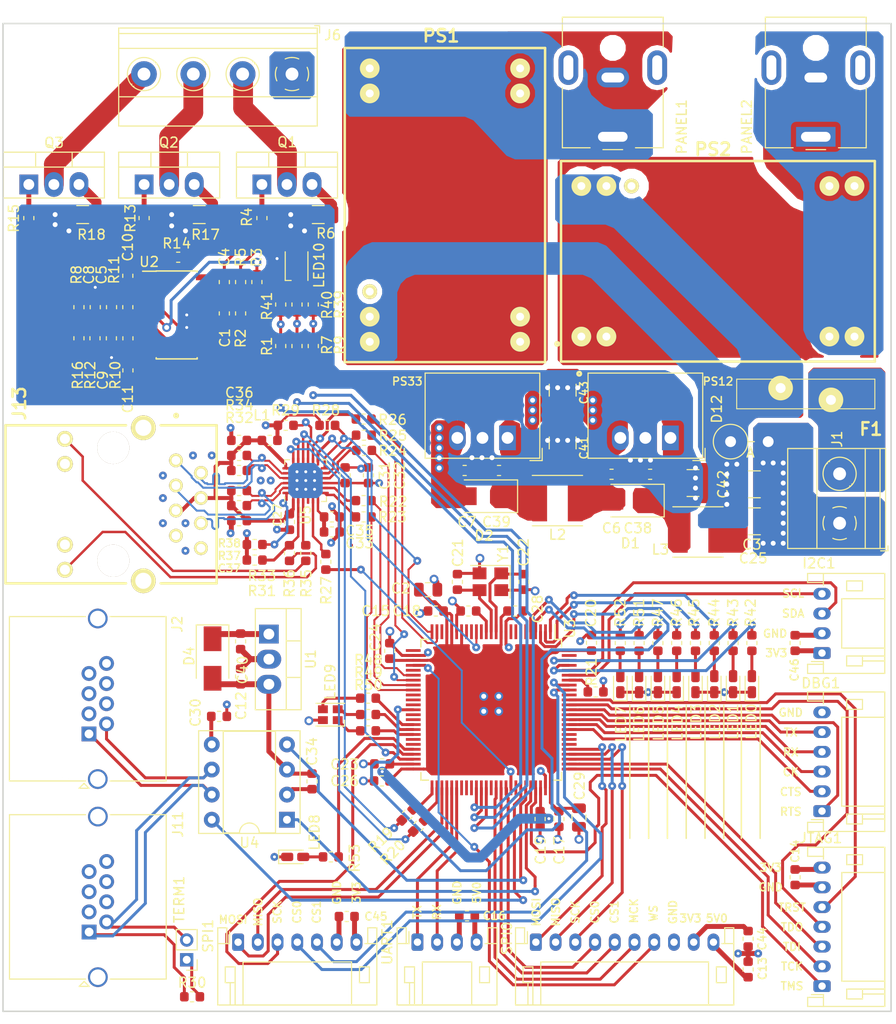
<source format=kicad_pcb>
(kicad_pcb (version 20171130) (host pcbnew "(6.0.0-rc1-dev-985-g576a0af29)")
  (layers (0 F.Cu signal) (1 In1.Cu power) (2 In2.Cu power) (31 B.Cu signal) (34 B.Paste user) (35 F.Paste user) (36 B.SilkS user) (37 F.SilkS user) (38 B.Mask user) (39 F.Mask user) (44 Edge.Cuts user))
  (net 0 "")
  (net 1 "Net-(C1-Pad2)")
  (net 2 GND)
  (net 3 +24V)
  (net 4 "Net-(C4-Pad1)")
  (net 5 "Net-(C4-Pad2)")
  (net 6 +3.3V)
  (net 7 +12V)
  (net 8 "Net-(C8-Pad2)")
  (net 9 "Net-(C9-Pad2)")
  (net 10 "Net-(C10-Pad1)")
  (net 11 "Net-(C10-Pad2)")
  (net 12 "Net-(C11-Pad1)")
  (net 13 "Net-(C11-Pad2)")
  (net 14 +5V)
  (net 15 "Net-(C18-Pad1)")
  (net 16 "Net-(C19-Pad1)")
  (net 17 "Net-(C22-Pad1)")
  (net 18 Panel_W-)
  (net 19 Panel_W+)
  (net 20 Panel_Y+)
  (net 21 Panel_Y-)
  (net 22 I2C_SCL)
  (net 23 I2C_SDA)
  (net 24 DBG_RTS)
  (net 25 DBG_CTS)
  (net 26 DBG_CK)
  (net 27 DBG_RX)
  (net 28 DBG_TX)
  (net 29 LED_B)
  (net 30 LED_G)
  (net 31 LED_R)
  (net 32 EXT_TX)
  (net 33 EXT_RX)
  (net 34 SPI1_CS1)
  (net 35 SPI1_CS0)
  (net 36 SPI1_SCK)
  (net 37 SPI1_MISO)
  (net 38 SPI1_MOSI)
  (net 39 JTRST)
  (net 40 JTDO)
  (net 41 JTDI)
  (net 42 JTCK)
  (net 43 JTMS)
  (net 44 I2S_WS)
  (net 45 I2S_MCK)
  (net 46 SPI0_CS1)
  (net 47 SPI0_CS0)
  (net 48 SPI0_SCK)
  (net 49 SPI0_MISO)
  (net 50 SPI0_MOSI)
  (net 51 "Net-(J11-Pad1)")
  (net 52 "Net-(J11-Pad2)")
  (net 53 LED_YLW-)
  (net 54 LED_GRN-)
  (net 55 Panel_D1)
  (net 56 Panel_D2)
  (net 57 PWM_R)
  (net 58 "Net-(Q1-Pad1)")
  (net 59 "Net-(Q1-Pad3)")
  (net 60 PWM_G)
  (net 61 PWM_B)
  (net 62 "Net-(Q2-Pad1)")
  (net 63 "Net-(Q2-Pad3)")
  (net 64 "Net-(R19-Pad1)")
  (net 65 RMII_TXD1)
  (net 66 RMII_TXD0)
  (net 67 "Net-(R20-Pad1)")
  (net 68 "Net-(R21-Pad2)")
  (net 69 RMII_RXD0)
  (net 70 "Net-(R22-Pad1)")
  (net 71 "Net-(R23-Pad1)")
  (net 72 RMII_RXD1)
  (net 73 RMII_RXER)
  (net 74 "Net-(R24-Pad1)")
  (net 75 RMII_CRS)
  (net 76 "Net-(R25-Pad1)")
  (net 77 RMII_REFCLKO)
  (net 78 "Net-(R26-Pad1)")
  (net 79 "Net-(R27-Pad1)")
  (net 80 25MHz)
  (net 81 RMII_MDIO)
  (net 82 LAN_RST)
  (net 83 "Net-(R31-Pad1)")
  (net 84 "Net-(R33-Pad1)")
  (net 85 "Net-(R35-Pad2)")
  (net 86 CAN_TX)
  (net 87 CAN_RX)
  (net 88 CAN_STBY)
  (net 89 RMII_TXEN)
  (net 90 RMII_MDC)
  (net 91 "Net-(J11-Pad5)")
  (net 92 "Net-(J11-Pad7)")
  (net 93 "Net-(J11-Pad4)")
  (net 94 "Net-(J11-Pad6)")
  (net 95 "Net-(J11-Pad8)")
  (net 96 "Net-(J13-Pad7)")
  (net 97 "Net-(U3-Pad6)")
  (net 98 "Net-(U3-Pad7)")
  (net 99 "Net-(U3-Pad8)")
  (net 100 "Net-(U3-Pad9)")
  (net 101 "Net-(U3-Pad15)")
  (net 102 "Net-(U3-Pad17)")
  (net 103 "Net-(U3-Pad18)")
  (net 104 "Net-(U3-Pad23)")
  (net 105 "Net-(U3-Pad30)")
  (net 106 "Net-(U3-Pad35)")
  (net 107 "Net-(U3-Pad36)")
  (net 108 "Net-(U3-Pad37)")
  (net 109 "Net-(U3-Pad57)")
  (net 110 "Net-(U3-Pad58)")
  (net 111 "Net-(U3-Pad59)")
  (net 112 "Net-(U3-Pad63)")
  (net 113 "Net-(U3-Pad68)")
  (net 114 "Net-(U3-Pad81)")
  (net 115 "Net-(U3-Pad82)")
  (net 116 "Net-(U3-Pad83)")
  (net 117 "Net-(U3-Pad91)")
  (net 118 "Net-(U3-Pad99)")
  (net 119 "Net-(U5-Pad4)")
  (net 120 "Net-(C21-Pad1)")
  (net 121 /MCU/VDDCR)
  (net 122 "Net-(J2-Pad8)")
  (net 123 "Net-(J2-Pad6)")
  (net 124 "Net-(J2-Pad4)")
  (net 125 "Net-(J2-Pad7)")
  (net 126 "Net-(J2-Pad5)")
  (net 127 RX_N)
  (net 128 RX_P)
  (net 129 TX_N)
  (net 130 TX_P)
  (net 131 PHY_VDDA)
  (net 132 LED_CAN)
  (net 133 LED_SYSTEM_R)
  (net 134 LED_SYSTEM_G)
  (net 135 LED_SYSTEM_B)
  (net 136 "Net-(Q3-Pad3)")
  (net 137 "Net-(Q3-Pad1)")
  (net 138 LED0)
  (net 139 LED1)
  (net 140 LED2)
  (net 141 LED3)
  (net 142 LED4)
  (net 143 LED5)
  (net 144 LED6)
  (net 145 LED7)
  (net 146 "Net-(U3-Pad39)")
  (net 147 "Net-(U3-Pad40)")
  (net 148 "Net-(LED0-Pad2)")
  (net 149 "Net-(LED1-Pad2)")
  (net 150 "Net-(LED2-Pad2)")
  (net 151 "Net-(LED3-Pad2)")
  (net 152 "Net-(LED4-Pad2)")
  (net 153 "Net-(LED5-Pad2)")
  (net 154 "Net-(LED6-Pad2)")
  (net 155 "Net-(LED7-Pad2)")
  (net 156 "Net-(LED8-Pad2)")
  (net 157 "Net-(LED9-Pad4)")
  (net 158 "Net-(LED9-Pad3)")
  (net 159 "Net-(LED9-Pad1)")
  (net 160 "Net-(LED10-Pad4)")
  (net 161 "Net-(LED10-Pad3)")
  (net 162 "Net-(LED10-Pad1)")
  (net 163 "Net-(U2-Pad8)")
  (net 164 /VIN)
  (net 165 /24V_FLT)
  (net 166 /12V_FLT)
  (net 167 "Net-(R30-Pad2)")
  (module Capacitor_SMD:C_0603_1608Metric (layer F.Cu) (at 180.2765 112.7125 90)
    (fp_text reference C46 (at -2.7305 -0.0635 90) (layer F.SilkS) (effects (font (size 0.8 0.8))))
    (fp_text value 100nF)
    (pad 2 smd roundrect (at 0.7875 0 90) (size 0.875 0.95) (layers F.Cu F.Paste F.Mask) (net 2 GND))
    (pad 1 smd roundrect (at -0.7875 0 90) (size 0.875 0.95) (layers F.Cu F.Paste F.Mask) (net 6 +3.3V))
  )
  (module Capacitor_SMD:C_0603_1608Metric (layer F.Cu) (at 134.836 140.3985 180)
    (fp_text reference C45 (at -2.959 0) (layer F.SilkS) (effects (font (size 0.8 0.8))))
    (fp_text value 100nF)
    (pad 2 smd roundrect (at 0.7875 0 180) (size 0.875 0.95) (layers F.Cu F.Paste F.Mask) (net 2 GND))
    (pad 1 smd roundrect (at -0.7875 0 180) (size 0.875 0.95) (layers F.Cu F.Paste F.Mask) (net 6 +3.3V))
  )
  (module Capacitor_SMD:C_0603_1608Metric (layer F.Cu) (at 175.514 142.659 270)
    (fp_text reference C44 (at 0 -1.43 270) (layer F.SilkS) (effects (font (size 0.8 0.8))))
    (fp_text value 100nF)
    (pad 2 smd roundrect (at 0.7875 0 270) (size 0.875 0.95) (layers F.Cu F.Paste F.Mask) (net 2 GND))
    (pad 1 smd roundrect (at -0.7875 0 270) (size 0.875 0.95) (layers F.Cu F.Paste F.Mask) (net 6 +3.3V))
  )
  (module Capacitor_SMD:C_0603_1608Metric (layer F.Cu) (at 147.028 140.335 180)
    (fp_text reference C16 (at -2.7685 0 180) (layer F.SilkS) (effects (font (size 0.8 0.8))))
    (fp_text value 100nF)
    (pad 2 smd roundrect (at 0.7875 0 180) (size 0.875 0.95) (layers F.Cu F.Paste F.Mask) (net 2 GND))
    (pad 1 smd roundrect (at -0.7875 0 180) (size 0.875 0.95) (layers F.Cu F.Paste F.Mask) (net 14 +5V))
  )
  (module Capacitor_SMD:C_0603_1608Metric (layer F.Cu) (at 180.2765 136.4235 270)
    (fp_text reference C14 (at -2.629 0 270) (layer F.SilkS) (effects (font (size 0.8 0.8))))
    (fp_text value 100nF)
    (pad 2 smd roundrect (at 0.7875 0 270) (size 0.875 0.95) (layers F.Cu F.Paste F.Mask) (net 2 GND))
    (pad 1 smd roundrect (at -0.7875 0 270) (size 0.875 0.95) (layers F.Cu F.Paste F.Mask) (net 6 +3.3V))
  )
  (module Capacitor_SMD:C_0603_1608Metric (layer F.Cu) (at 175.514 145.758 90)
    (fp_text reference C13 (at 0.089 1.4605 90) (layer F.SilkS) (effects (font (size 0.8 0.8))))
    (fp_text value 100nF)
    (pad 2 smd roundrect (at 0.7875 0 90) (size 0.875 0.95) (layers F.Cu F.Paste F.Mask) (net 2 GND))
    (pad 1 smd roundrect (at -0.7875 0 90) (size 0.875 0.95) (layers F.Cu F.Paste F.Mask) (net 14 +5V))
  )
  (module Connector_JST:JST_PH_S10B-PH-K_1x10_P2.00mm_Horizontal (layer F.Cu) (at 154 143)
    (fp_text reference SPI0 (at -2.9335 -0.379 90) (layer F.SilkS))
    (fp_text value Conn_01x10)
    (pad 10 thru_hole oval (at 18 0) (size 1.2 1.75) (drill 0.75) (layers *.Cu *.Mask) (net 14 +5V))
    (pad 9 thru_hole oval (at 16 0) (size 1.2 1.75) (drill 0.75) (layers *.Cu *.Mask) (net 6 +3.3V))
    (pad 8 thru_hole oval (at 14 0) (size 1.2 1.75) (drill 0.75) (layers *.Cu *.Mask) (net 2 GND))
    (pad 7 thru_hole oval (at 12 0) (size 1.2 1.75) (drill 0.75) (layers *.Cu *.Mask) (net 44 I2S_WS))
    (pad 6 thru_hole oval (at 10 0) (size 1.2 1.75) (drill 0.75) (layers *.Cu *.Mask) (net 45 I2S_MCK))
    (pad 5 thru_hole oval (at 8 0) (size 1.2 1.75) (drill 0.75) (layers *.Cu *.Mask) (net 46 SPI0_CS1))
    (pad 4 thru_hole oval (at 6 0) (size 1.2 1.75) (drill 0.75) (layers *.Cu *.Mask) (net 47 SPI0_CS0))
    (pad 3 thru_hole oval (at 4 0) (size 1.2 1.75) (drill 0.75) (layers *.Cu *.Mask) (net 48 SPI0_SCK))
    (pad 2 thru_hole oval (at 2 0) (size 1.2 1.75) (drill 0.75) (layers *.Cu *.Mask) (net 49 SPI0_MISO))
    (pad 1 thru_hole roundrect (at 0 0) (size 1.2 1.75) (drill 0.75) (layers *.Cu *.Mask) (roundrect_rratio 0.208333) (net 50 SPI0_MOSI))
  )
  (module Connector_JST:JST_PH_S7B-PH-K_1x07_P2.00mm_Horizontal (layer F.Cu) (at 123.825 143.002)
    (fp_text reference SPI1 (at -3.048 -0.635 90) (layer F.SilkS))
    (fp_text value Conn_01x07)
    (pad 7 thru_hole oval (at 12 0) (size 1.2 1.75) (drill 0.75) (layers *.Cu *.Mask) (net 6 +3.3V))
    (pad 6 thru_hole oval (at 10 0) (size 1.2 1.75) (drill 0.75) (layers *.Cu *.Mask) (net 2 GND))
    (pad 5 thru_hole oval (at 8 0) (size 1.2 1.75) (drill 0.75) (layers *.Cu *.Mask) (net 34 SPI1_CS1))
    (pad 4 thru_hole oval (at 6 0) (size 1.2 1.75) (drill 0.75) (layers *.Cu *.Mask) (net 35 SPI1_CS0))
    (pad 3 thru_hole oval (at 4 0) (size 1.2 1.75) (drill 0.75) (layers *.Cu *.Mask) (net 36 SPI1_SCK))
    (pad 2 thru_hole oval (at 2 0) (size 1.2 1.75) (drill 0.75) (layers *.Cu *.Mask) (net 37 SPI1_MISO))
    (pad 1 thru_hole roundrect (at 0 0) (size 1.2 1.75) (drill 0.75) (layers *.Cu *.Mask) (roundrect_rratio 0.208333) (net 38 SPI1_MOSI))
  )
  (module Connector_JST:JST_PH_S7B-PH-K_1x07_P2.00mm_Horizontal (layer F.Cu) (at 183.007 147.447 90)
    (fp_text reference JTAG1 (at 14.986 -0.127 180) (layer F.SilkS))
    (fp_text value Conn_01x07)
    (pad 7 thru_hole oval (at 12 0 90) (size 1.2 1.75) (drill 0.75) (layers *.Cu *.Mask) (net 6 +3.3V))
    (pad 6 thru_hole oval (at 10 0 90) (size 1.2 1.75) (drill 0.75) (layers *.Cu *.Mask) (net 2 GND))
    (pad 5 thru_hole oval (at 8 0 90) (size 1.2 1.75) (drill 0.75) (layers *.Cu *.Mask) (net 39 JTRST))
    (pad 4 thru_hole oval (at 6 0 90) (size 1.2 1.75) (drill 0.75) (layers *.Cu *.Mask) (net 40 JTDO))
    (pad 3 thru_hole oval (at 4 0 90) (size 1.2 1.75) (drill 0.75) (layers *.Cu *.Mask) (net 41 JTDI))
    (pad 2 thru_hole oval (at 2 0 90) (size 1.2 1.75) (drill 0.75) (layers *.Cu *.Mask) (net 42 JTCK))
    (pad 1 thru_hole roundrect (at 0 0 90) (size 1.2 1.75) (drill 0.75) (layers *.Cu *.Mask) (roundrect_rratio 0.208333) (net 43 JTMS))
  )
  (module Connector_PinHeader_2.00mm:PinHeader_1x02_P2.00mm_Vertical (layer F.Cu) (at 118.618 144.78 180)
    (fp_text reference TERM1 (at 0.762 6.096 270) (layer F.SilkS))
    (fp_text value Conn_01x02)
    (pad 2 thru_hole oval (at 0 2 180) (size 1.35 1.35) (drill 0.8) (layers *.Cu *.Mask) (net 52 "Net-(J11-Pad2)"))
    (pad 1 thru_hole rect (at 0 0) (size 1.35 1.35) (drill 0.8) (layers *.Cu *.Mask) (net 167 "Net-(R30-Pad2)"))
  )
  (module Converter_DCDC:Converter_DCDC_RECOM_R-78B-2.0_THT (layer F.Cu) (at 151.13 91.948 180)
    (fp_text reference PS33 (at 10.16 5.715 180) (layer F.SilkS) (effects (font (size 0.8 0.8))))
    (fp_text value R-78B3.3-1.0)
    (pad 3 thru_hole oval (at 5.08 0 180) (size 1.7 2.5) (drill 1.2) (layers *.Cu *.Mask) (net 6 +3.3V))
    (pad 2 thru_hole oval (at 2.54 0 180) (size 1.7 2.5) (drill 1.2) (layers *.Cu *.Mask) (net 2 GND))
    (pad 1 thru_hole rect (at 0 0 180) (size 1.7 2.5) (drill 1.2) (layers *.Cu *.Mask) (net 166 /12V_FLT))
  )
  (module Resistor_SMD:R_0603_1608Metric (layer F.Cu) (at 133.223 134.366)
    (fp_text reference R53 (at 2.413 0.127 90) (layer F.SilkS))
    (fp_text value 120R)
    (pad 2 smd roundrect (at 0.7875 0) (size 0.875 0.95) (layers F.Cu F.Paste F.Mask) (net 132 LED_CAN))
    (pad 1 smd roundrect (at -0.7875 0) (size 0.875 0.95) (layers F.Cu F.Paste F.Mask) (net 156 "Net-(LED8-Pad2)"))
  )
  (module Resistor_SMD:R_0603_1608Metric (layer F.Cu) (at 162.558874 112.715196 90)
    (fp_text reference R52 (at 3.0735 0 90) (layer F.SilkS))
    (fp_text value 120R)
    (pad 2 smd roundrect (at 0.7875 0 90) (size 0.875 0.95) (layers F.Cu F.Paste F.Mask) (net 145 LED7))
    (pad 1 smd roundrect (at -0.7875 0 90) (size 0.875 0.95) (layers F.Cu F.Paste F.Mask) (net 155 "Net-(LED7-Pad2)"))
  )
  (module Resistor_SMD:R_0603_1608Metric (layer F.Cu) (at 164.463874 112.715196 90)
    (fp_text reference R51 (at 3.0735 0 90) (layer F.SilkS))
    (fp_text value 120R)
    (pad 2 smd roundrect (at 0.7875 0 90) (size 0.875 0.95) (layers F.Cu F.Paste F.Mask) (net 144 LED6))
    (pad 1 smd roundrect (at -0.7875 0 90) (size 0.875 0.95) (layers F.Cu F.Paste F.Mask) (net 154 "Net-(LED6-Pad2)"))
  )
  (module Resistor_SMD:R_0603_1608Metric (layer F.Cu) (at 166.368874 112.715196 90)
    (fp_text reference R47 (at 3.0735 0 90) (layer F.SilkS))
    (fp_text value 120R)
    (pad 2 smd roundrect (at 0.7875 0 90) (size 0.875 0.95) (layers F.Cu F.Paste F.Mask) (net 143 LED5))
    (pad 1 smd roundrect (at -0.7875 0 90) (size 0.875 0.95) (layers F.Cu F.Paste F.Mask) (net 153 "Net-(LED5-Pad2)"))
  )
  (module Resistor_SMD:R_0603_1608Metric (layer F.Cu) (at 168.273874 112.715196 90)
    (fp_text reference R46 (at 3.0735 0 90) (layer F.SilkS))
    (fp_text value 120R)
    (pad 2 smd roundrect (at 0.7875 0 90) (size 0.875 0.95) (layers F.Cu F.Paste F.Mask) (net 142 LED4))
    (pad 1 smd roundrect (at -0.7875 0 90) (size 0.875 0.95) (layers F.Cu F.Paste F.Mask) (net 152 "Net-(LED4-Pad2)"))
  )
  (module Resistor_SMD:R_0603_1608Metric (layer F.Cu) (at 170.178874 112.715196 90)
    (fp_text reference R45 (at 3.0735 -0.127 90) (layer F.SilkS))
    (fp_text value 120R)
    (pad 2 smd roundrect (at 0.7875 0 90) (size 0.875 0.95) (layers F.Cu F.Paste F.Mask) (net 141 LED3))
    (pad 1 smd roundrect (at -0.7875 0 90) (size 0.875 0.95) (layers F.Cu F.Paste F.Mask) (net 151 "Net-(LED3-Pad2)"))
  )
  (module Resistor_SMD:R_0603_1608Metric (layer F.Cu) (at 172.083874 112.715196 90)
    (fp_text reference R44 (at 3.0735 0 90) (layer F.SilkS))
    (fp_text value 120R)
    (pad 2 smd roundrect (at 0.7875 0 90) (size 0.875 0.95) (layers F.Cu F.Paste F.Mask) (net 140 LED2))
    (pad 1 smd roundrect (at -0.7875 0 90) (size 0.875 0.95) (layers F.Cu F.Paste F.Mask) (net 150 "Net-(LED2-Pad2)"))
  )
  (module Resistor_SMD:R_0603_1608Metric (layer F.Cu) (at 173.988874 112.715196 90)
    (fp_text reference R43 (at 3.0735 0 90) (layer F.SilkS))
    (fp_text value 120R)
    (pad 2 smd roundrect (at 0.7875 0 90) (size 0.875 0.95) (layers F.Cu F.Paste F.Mask) (net 139 LED1))
    (pad 1 smd roundrect (at -0.7875 0 90) (size 0.875 0.95) (layers F.Cu F.Paste F.Mask) (net 149 "Net-(LED1-Pad2)"))
  )
  (module LED_SMD:LED_0603_1608Metric_Castellated (layer F.Cu) (at 129.6165 134.366)
    (fp_text reference LED8 (at 1.9555 -2.4765 90) (layer F.SilkS))
    (fp_text value LED_GN)
    (pad 2 smd roundrect (at 0.8125 0) (size 1.225 0.85) (layers F.Cu F.Paste F.Mask) (net 156 "Net-(LED8-Pad2)"))
    (pad 1 smd roundrect (at -0.8125 0) (size 1.225 0.85) (layers F.Cu F.Paste F.Mask) (net 2 GND))
  )
  (module LED_SMD:LED_0603_1608Metric_Castellated (layer F.Cu) (at 162.558874 116.880696 90)
    (fp_text reference LED7 (at -4.048704 0.077326 90) (layer F.SilkS))
    (fp_text value LED_GN)
    (pad 2 smd roundrect (at 0.8125 0 90) (size 1.225 0.85) (layers F.Cu F.Paste F.Mask) (net 155 "Net-(LED7-Pad2)"))
    (pad 1 smd roundrect (at -0.8125 0 90) (size 1.225 0.85) (layers F.Cu F.Paste F.Mask) (net 2 GND))
  )
  (module LED_SMD:LED_0603_1608Metric_Castellated (layer F.Cu) (at 164.463874 116.880696 90)
    (fp_text reference LED6 (at -3.9875 0 90) (layer F.SilkS))
    (fp_text value LED_GN)
    (pad 2 smd roundrect (at 0.8125 0 90) (size 1.225 0.85) (layers F.Cu F.Paste F.Mask) (net 154 "Net-(LED6-Pad2)"))
    (pad 1 smd roundrect (at -0.8125 0 90) (size 1.225 0.85) (layers F.Cu F.Paste F.Mask) (net 2 GND))
  )
  (module LED_SMD:LED_0603_1608Metric_Castellated (layer F.Cu) (at 166.368874 116.880696 90)
    (fp_text reference LED5 (at -3.937 0.077326 90) (layer F.SilkS))
    (fp_text value LED_GN)
    (pad 2 smd roundrect (at 0.8125 0 90) (size 1.225 0.85) (layers F.Cu F.Paste F.Mask) (net 153 "Net-(LED5-Pad2)"))
    (pad 1 smd roundrect (at -0.8125 0 90) (size 1.225 0.85) (layers F.Cu F.Paste F.Mask) (net 2 GND))
  )
  (module LED_SMD:LED_0603_1608Metric_Castellated (layer F.Cu) (at 168.273874 116.880696 90)
    (fp_text reference LED4 (at -3.921704 0.077326 90) (layer F.SilkS))
    (fp_text value LED_GN)
    (pad 2 smd roundrect (at 0.8125 0 90) (size 1.225 0.85) (layers F.Cu F.Paste F.Mask) (net 152 "Net-(LED4-Pad2)"))
    (pad 1 smd roundrect (at -0.8125 0 90) (size 1.225 0.85) (layers F.Cu F.Paste F.Mask) (net 2 GND))
  )
  (module LED_SMD:LED_0603_1608Metric_Castellated (layer F.Cu) (at 170.178874 116.880696 90)
    (fp_text reference LED3 (at -3.8605 0.077326 90) (layer F.SilkS))
    (fp_text value LED_GN)
    (pad 2 smd roundrect (at 0.8125 0 90) (size 1.225 0.85) (layers F.Cu F.Paste F.Mask) (net 151 "Net-(LED3-Pad2)"))
    (pad 1 smd roundrect (at -0.8125 0 90) (size 1.225 0.85) (layers F.Cu F.Paste F.Mask) (net 2 GND))
  )
  (module LED_SMD:LED_0603_1608Metric_Castellated (layer F.Cu) (at 172.083874 116.880696 90)
    (fp_text reference LED2 (at -3.81 0.077326 90) (layer F.SilkS))
    (fp_text value LED_GN)
    (pad 2 smd roundrect (at 0.8125 0 90) (size 1.225 0.85) (layers F.Cu F.Paste F.Mask) (net 150 "Net-(LED2-Pad2)"))
    (pad 1 smd roundrect (at -0.8125 0 90) (size 1.225 0.85) (layers F.Cu F.Paste F.Mask) (net 2 GND))
  )
  (module LED_SMD:LED_0603_1608Metric_Castellated (layer F.Cu) (at 173.988874 116.880696 90)
    (fp_text reference LED1 (at -3.81 0 90) (layer F.SilkS))
    (fp_text value LED_GN)
    (pad 2 smd roundrect (at 0.8125 0 90) (size 1.225 0.85) (layers F.Cu F.Paste F.Mask) (net 149 "Net-(LED1-Pad2)"))
    (pad 1 smd roundrect (at -0.8125 0 90) (size 1.225 0.85) (layers F.Cu F.Paste F.Mask) (net 2 GND))
  )
  (module Resistor_SMD:R_0603_1608Metric (layer F.Cu) (at 136.995 121.6025)
    (fp_text reference R50 (at 0.038 -4.6355) (layer F.SilkS))
    (fp_text value 1k)
    (pad 2 smd roundrect (at 0.7875 0) (size 0.875 0.95) (layers F.Cu F.Paste F.Mask) (net 133 LED_SYSTEM_R))
    (pad 1 smd roundrect (at -0.7875 0) (size 0.875 0.95) (layers F.Cu F.Paste F.Mask) (net 159 "Net-(LED9-Pad1)"))
  )
  (module Resistor_SMD:R_0603_1608Metric (layer F.Cu) (at 136.995 119.9515)
    (fp_text reference R49 (at 0.038 -4.2545) (layer F.SilkS))
    (fp_text value 1k)
    (pad 2 smd roundrect (at 0.7875 0) (size 0.875 0.95) (layers F.Cu F.Paste F.Mask) (net 134 LED_SYSTEM_G))
    (pad 1 smd roundrect (at -0.7875 0) (size 0.875 0.95) (layers F.Cu F.Paste F.Mask) (net 157 "Net-(LED9-Pad4)"))
  )
  (module Resistor_SMD:R_0603_1608Metric (layer F.Cu) (at 136.995 118.3005)
    (fp_text reference R48 (at 0.038 -3.8735) (layer F.SilkS))
    (fp_text value 220R)
    (pad 2 smd roundrect (at 0.7875 0) (size 0.875 0.95) (layers F.Cu F.Paste F.Mask) (net 135 LED_SYSTEM_B))
    (pad 1 smd roundrect (at -0.7875 0) (size 0.875 0.95) (layers F.Cu F.Paste F.Mask) (net 158 "Net-(LED9-Pad3)"))
  )
  (module LED_SMD:LED_Cree-PLCC4_2x2mm_CW (layer F.Cu) (at 133.1715 119.973 180)
    (fp_text reference LED9 (at 0.012 3.3235 270) (layer F.SilkS))
    (fp_text value RGB-PLCC4)
    (pad 4 smd rect (at -0.75 0.55 180) (size 1 0.8) (layers F.Cu F.Paste F.Mask) (net 157 "Net-(LED9-Pad4)"))
    (pad 3 smd rect (at 0.75 0.55 180) (size 1 0.8) (layers F.Cu F.Paste F.Mask) (net 158 "Net-(LED9-Pad3)"))
    (pad 2 smd rect (at 0.75 -0.55 180) (size 1 0.8) (layers F.Cu F.Paste F.Mask) (net 2 GND))
    (pad 1 smd rect (at -0.75 -0.55 180) (size 1 0.8) (layers F.Cu F.Paste F.Mask) (net 159 "Net-(LED9-Pad1)"))
  )
  (module Capacitor_SMD:C_0805_2012Metric (layer F.Cu) (at 158.369 130.3805 270)
    (fp_text reference C29 (at -3.19 -0.0635 270) (layer F.SilkS))
    (fp_text value 4.7uF)
    (pad 2 smd roundrect (at 0.9375 0 270) (size 0.975 1.4) (layers F.Cu F.Paste F.Mask) (net 2 GND))
    (pad 1 smd roundrect (at -0.9375 0 270) (size 0.975 1.4) (layers F.Cu F.Paste F.Mask) (net 6 +3.3V))
  )
  (module Capacitor_SMD:C_0805_2012Metric (layer F.Cu) (at 143.0805 107.315)
    (fp_text reference C2 (at -2.7709 -0.127) (layer F.SilkS))
    (fp_text value 4.7uF)
    (pad 2 smd roundrect (at 0.9375 0) (size 0.975 1.4) (layers F.Cu F.Paste F.Mask) (net 2 GND))
    (pad 1 smd roundrect (at -0.9375 0) (size 0.975 1.4) (layers F.Cu F.Paste F.Mask) (net 6 +3.3V))
  )
  (module Diode_THT:D_DO-41_SOD81_P3.81mm_Vertical_AnodeUp (layer F.Cu) (at 173.736 92.329)
    (fp_text reference D12 (at -1.397 -3.302 90) (layer F.SilkS))
    (fp_text value 1N4001)
    (fp_text user A (at 2.01 1.1) (layer F.SilkS))
    (pad 2 thru_hole oval (at 3.81 0) (size 2.8 2.8) (drill 1.1) (layers *.Cu *.Mask) (net 2 GND))
    (pad 1 thru_hole rect (at 0 0) (size 2.5 2.5) (drill 1.1) (layers *.Cu *.Mask) (net 3 +24V))
  )
  (module Resistor_SMD:R_0603_1608Metric (layer F.Cu) (at 128.143 78.448 270)
    (fp_text reference R41 (at 0.165 1.397 270) (layer F.SilkS))
    (fp_text value 1k)
    (pad 2 smd roundrect (at 0.7875 0 270) (size 0.875 0.95) (layers F.Cu F.Paste F.Mask) (net 57 PWM_R))
    (pad 1 smd roundrect (at -0.7875 0 270) (size 0.875 0.95) (layers F.Cu F.Paste F.Mask) (net 162 "Net-(LED10-Pad1)"))
  )
  (module Resistor_SMD:R_0603_1608Metric (layer F.Cu) (at 129.794 78.448 270)
    (fp_text reference R40 (at 0.038 -3.048 270) (layer F.SilkS))
    (fp_text value 1k)
    (pad 2 smd roundrect (at 0.7875 0 270) (size 0.875 0.95) (layers F.Cu F.Paste F.Mask) (net 60 PWM_G))
    (pad 1 smd roundrect (at -0.7875 0 270) (size 0.875 0.95) (layers F.Cu F.Paste F.Mask) (net 160 "Net-(LED10-Pad4)"))
  )
  (module Resistor_SMD:R_0603_1608Metric (layer F.Cu) (at 131.445 78.448 270)
    (fp_text reference R39 (at 0 -2.667 270) (layer F.SilkS))
    (fp_text value 220R)
    (pad 2 smd roundrect (at 0.7875 0 270) (size 0.875 0.95) (layers F.Cu F.Paste F.Mask) (net 61 PWM_B))
    (pad 1 smd roundrect (at -0.7875 0 270) (size 0.875 0.95) (layers F.Cu F.Paste F.Mask) (net 161 "Net-(LED10-Pad3)"))
  )
  (module LED_SMD:LED_Cree-PLCC4_2x2mm_CW (layer F.Cu) (at 129.752 74.561 90)
    (fp_text reference LED10 (at 0.0882 2.2772 90) (layer F.SilkS))
    (fp_text value RGB-PLCC4)
    (pad 4 smd rect (at -0.75 0.55 90) (size 1 0.8) (layers F.Cu F.Paste F.Mask) (net 160 "Net-(LED10-Pad4)"))
    (pad 3 smd rect (at 0.75 0.55 90) (size 1 0.8) (layers F.Cu F.Paste F.Mask) (net 161 "Net-(LED10-Pad3)"))
    (pad 2 smd rect (at 0.75 -0.55 90) (size 1 0.8) (layers F.Cu F.Paste F.Mask) (net 2 GND))
    (pad 1 smd rect (at -0.75 -0.55 90) (size 1 0.8) (layers F.Cu F.Paste F.Mask) (net 162 "Net-(LED10-Pad1)"))
  )
  (module SamacSys_Parts:30R400UF (layer F.Cu) (at 181.356 87.503)
    (fp_text reference F1 (at 6.604 3.556) (layer F.SilkS) (effects (font (size 1.27 1.27) (thickness 0.254))))
    (fp_text value "Polyfuse 3A" hide)
    (pad 2 thru_hole circle (at 2.55 0.6 90) (size 2.5 2.5) (drill 1.01) (layers *.Cu *.Mask F.SilkS) (net 164 /VIN))
    (pad 1 thru_hole circle (at -2.55 -0.6 90) (size 2.5 2.5) (drill 1.01) (layers *.Cu *.Mask F.SilkS) (net 3 +24V))
  )
  (module Resistor_SMD:R_0603_1608Metric (layer F.Cu) (at 124.079 76.1745 90)
    (fp_text reference R5 (at 2.5145 0 90) (layer F.SilkS))
    (fp_text value 2k)
    (pad 1 smd roundrect (at -0.7875 0 90) (size 0.875 0.95) (layers F.Cu F.Paste F.Mask) (net 5 "Net-(C4-Pad2)"))
    (pad 2 smd roundrect (at 0.7875 0 90) (size 0.875 0.95) (layers F.Cu F.Paste F.Mask) (net 59 "Net-(Q1-Pad3)"))
  )
  (module Resistor_SMD:R_0603_1608Metric (layer F.Cu) (at 107.696 81.8641 90)
    (fp_text reference R16 (at -3.7339 -0.127 90) (layer F.SilkS))
    (fp_text value 2k)
    (pad 2 smd roundrect (at 0.7875 0 90) (size 0.875 0.95) (layers F.Cu F.Paste F.Mask) (net 136 "Net-(Q3-Pad3)"))
    (pad 1 smd roundrect (at -0.7875 0 90) (size 0.875 0.95) (layers F.Cu F.Paste F.Mask) (net 13 "Net-(C11-Pad2)"))
  )
  (module Resistor_SMD:R_0603_1608Metric (layer F.Cu) (at 117.7545 73.66)
    (fp_text reference R14 (at -0.1525 -1.397) (layer F.SilkS))
    (fp_text value 2k)
    (pad 1 smd roundrect (at -0.7875 0) (size 0.875 0.95) (layers F.Cu F.Paste F.Mask) (net 11 "Net-(C10-Pad2)"))
    (pad 2 smd roundrect (at 0.7875 0) (size 0.875 0.95) (layers F.Cu F.Paste F.Mask) (net 63 "Net-(Q2-Pad3)"))
  )
  (module LED_SMD:LED_0603_1608Metric_Castellated (layer F.Cu) (at 175.893874 116.880696 90)
    (fp_text reference LED0 (at -3.794704 -0.049674 90) (layer F.SilkS))
    (fp_text value LED_GN)
    (pad 2 smd roundrect (at 0.8125 0 90) (size 1.225 0.85) (layers F.Cu F.Paste F.Mask) (net 148 "Net-(LED0-Pad2)"))
    (pad 1 smd roundrect (at -0.8125 0 90) (size 1.225 0.85) (layers F.Cu F.Paste F.Mask) (net 2 GND))
  )
  (module Resistor_SMD:R_0603_1608Metric (layer F.Cu) (at 175.893874 112.715196 90)
    (fp_text reference R42 (at 3.0735 -0.127 90) (layer F.SilkS))
    (fp_text value 120R)
    (pad 1 smd roundrect (at -0.7875 0 90) (size 0.875 0.95) (layers F.Cu F.Paste F.Mask) (net 148 "Net-(LED0-Pad2)"))
    (pad 2 smd roundrect (at 0.7875 0 90) (size 0.875 0.95) (layers F.Cu F.Paste F.Mask) (net 138 LED0))
  )
  (module Resistor_SMD:R_1206_3216Metric (layer F.Cu) (at 119.888 69.342 180)
    (fp_text reference R17 (at -0.635 -2.032) (layer F.SilkS))
    (fp_text value 0.22)
    (pad 2 smd roundrect (at 1.4 0 180) (size 1.25 1.75) (layers F.Cu F.Paste F.Mask) (roundrect_rratio 0.2) (net 2 GND))
    (pad 1 smd roundrect (at -1.4 0 180) (size 1.25 1.75) (layers F.Cu F.Paste F.Mask) (roundrect_rratio 0.2) (net 63 "Net-(Q2-Pad3)"))
  )
  (module Resistor_SMD:R_1206_3216Metric (layer F.Cu) (at 108.074 69.342 180)
    (fp_text reference R18 (at -0.892 -2.032) (layer F.SilkS))
    (fp_text value 0.22)
    (pad 1 smd roundrect (at -1.4 0 180) (size 1.25 1.75) (layers F.Cu F.Paste F.Mask) (roundrect_rratio 0.2) (net 136 "Net-(Q3-Pad3)"))
    (pad 2 smd roundrect (at 1.4 0 180) (size 1.25 1.75) (layers F.Cu F.Paste F.Mask) (roundrect_rratio 0.2) (net 2 GND))
  )
  (module Resistor_SMD:R_1206_3216Metric (layer F.Cu) (at 131.95 69.342 180)
    (fp_text reference R6 (at -0.765 -1.905 180) (layer F.SilkS))
    (fp_text value 0.22)
    (pad 1 smd roundrect (at -1.4 0 180) (size 1.25 1.75) (layers F.Cu F.Paste F.Mask) (roundrect_rratio 0.2) (net 59 "Net-(Q1-Pad3)"))
    (pad 2 smd roundrect (at 1.4 0 180) (size 1.25 1.75) (layers F.Cu F.Paste F.Mask) (roundrect_rratio 0.2) (net 2 GND))
  )
  (module Package_SO:SOIC-14_3.9x8.7mm_P1.27mm (layer F.Cu) (at 117.602 79.502)
    (fp_text reference U2 (at -2.794 -5.375) (layer F.SilkS))
    (fp_text value LM324)
    (pad 1 smd rect (at -2.7 -3.81) (size 1.5 0.6) (layers F.Cu F.Paste F.Mask) (net 10 "Net-(C10-Pad1)"))
    (pad 2 smd rect (at -2.7 -2.54) (size 1.5 0.6) (layers F.Cu F.Paste F.Mask) (net 11 "Net-(C10-Pad2)"))
    (pad 3 smd rect (at -2.7 -1.27) (size 1.5 0.6) (layers F.Cu F.Paste F.Mask) (net 8 "Net-(C8-Pad2)"))
    (pad 4 smd rect (at -2.7 0) (size 1.5 0.6) (layers F.Cu F.Paste F.Mask) (net 7 +12V))
    (pad 5 smd rect (at -2.7 1.27) (size 1.5 0.6) (layers F.Cu F.Paste F.Mask) (net 9 "Net-(C9-Pad2)"))
    (pad 6 smd rect (at -2.7 2.54) (size 1.5 0.6) (layers F.Cu F.Paste F.Mask) (net 13 "Net-(C11-Pad2)"))
    (pad 7 smd rect (at -2.7 3.81) (size 1.5 0.6) (layers F.Cu F.Paste F.Mask) (net 12 "Net-(C11-Pad1)"))
    (pad 8 smd rect (at 2.7 3.81) (size 1.5 0.6) (layers F.Cu F.Paste F.Mask) (net 163 "Net-(U2-Pad8)"))
    (pad 9 smd rect (at 2.7 2.54) (size 1.5 0.6) (layers F.Cu F.Paste F.Mask) (net 163 "Net-(U2-Pad8)"))
    (pad 10 smd rect (at 2.7 1.27) (size 1.5 0.6) (layers F.Cu F.Paste F.Mask) (net 2 GND))
    (pad 11 smd rect (at 2.7 0) (size 1.5 0.6) (layers F.Cu F.Paste F.Mask) (net 2 GND))
    (pad 12 smd rect (at 2.7 -1.27) (size 1.5 0.6) (layers F.Cu F.Paste F.Mask) (net 1 "Net-(C1-Pad2)"))
    (pad 13 smd rect (at 2.7 -2.54) (size 1.5 0.6) (layers F.Cu F.Paste F.Mask) (net 5 "Net-(C4-Pad2)"))
    (pad 14 smd rect (at 2.7 -3.81) (size 1.5 0.6) (layers F.Cu F.Paste F.Mask) (net 4 "Net-(C4-Pad1)"))
  )
  (module Capacitor_SMD:C_1210_3225Metric (layer F.Cu) (at 156.718 87.119 90)
    (fp_text reference C43 (at -0.257 2.159 270) (layer F.SilkS) (effects (font (size 0.8 0.8))))
    (fp_text value 22µF)
    (pad 2 smd roundrect (at 1.4 0 90) (size 1.25 2.65) (layers F.Cu F.Paste F.Mask) (roundrect_rratio 0.2) (net 2 GND))
    (pad 1 smd roundrect (at -1.4 0 90) (size 1.25 2.65) (layers F.Cu F.Paste F.Mask) (roundrect_rratio 0.2) (net 7 +12V))
  )
  (module Inductor_SMD:L_Taiyo-Yuden_NR-50xx (layer F.Cu) (at 170.434 101.473 180)
    (fp_text reference L3 (at 3.81 -1.778 180) (layer F.SilkS))
    (fp_text value 4.7µH)
    (pad 2 smd rect (at 1.8 0 180) (size 1.5 4.2) (layers F.Cu F.Paste F.Mask) (net 165 /24V_FLT))
    (pad 1 smd rect (at -1.8 0 180) (size 1.5 4.2) (layers F.Cu F.Paste F.Mask) (net 3 +24V))
  )
  (module Inductor_SMD:L_Taiyo-Yuden_NR-50xx (layer F.Cu) (at 156.188 98.298 180)
    (fp_text reference L2 (at 0 -3.45 180) (layer F.SilkS))
    (fp_text value 4.7µH)
    (pad 1 smd rect (at -1.8 0 180) (size 1.5 4.2) (layers F.Cu F.Paste F.Mask) (net 7 +12V))
    (pad 2 smd rect (at 1.8 0 180) (size 1.5 4.2) (layers F.Cu F.Paste F.Mask) (net 166 /12V_FLT))
  )
  (module Capacitor_SMD:C_1210_3225Metric (layer F.Cu) (at 169.926 96.52)
    (fp_text reference C42 (at 3.048 0.127 90) (layer F.SilkS))
    (fp_text value 22µF)
    (pad 2 smd roundrect (at 1.4 0) (size 1.25 2.65) (layers F.Cu F.Paste F.Mask) (roundrect_rratio 0.2) (net 2 GND))
    (pad 1 smd roundrect (at -1.4 0) (size 1.25 2.65) (layers F.Cu F.Paste F.Mask) (roundrect_rratio 0.2) (net 165 /24V_FLT))
  )
  (module Capacitor_SMD:C_1210_3225Metric (layer F.Cu) (at 156.718 92.459 90)
    (fp_text reference C41 (at -0.505 2.159 270) (layer F.SilkS) (effects (font (size 0.8 0.8))))
    (fp_text value 22µF)
    (pad 2 smd roundrect (at 1.4 0 90) (size 1.25 2.65) (layers F.Cu F.Paste F.Mask) (roundrect_rratio 0.2) (net 2 GND))
    (pad 1 smd roundrect (at -1.4 0 90) (size 1.25 2.65) (layers F.Cu F.Paste F.Mask) (roundrect_rratio 0.2) (net 166 /12V_FLT))
  )
  (module Capacitor_SMD:C_0603_1608Metric (layer F.Cu) (at 124.079 112.5475 270)
    (fp_text reference C40 (at 2.8995 -0.206 270) (layer F.SilkS))
    (fp_text value 100nF)
    (pad 1 smd roundrect (at -0.7875 0 270) (size 0.875 0.95) (layers F.Cu F.Paste F.Mask) (net 7 +12V))
    (pad 2 smd roundrect (at 0.7875 0 270) (size 0.875 0.95) (layers F.Cu F.Paste F.Mask) (net 2 GND))
  )
  (module Capacitor_SMD:C_0603_1608Metric (layer F.Cu) (at 150.2665 95.25 180)
    (fp_text reference C39 (at 0.254 -5.207 180) (layer F.SilkS))
    (fp_text value 100nF)
    (pad 2 smd roundrect (at 0.7875 0 180) (size 0.875 0.95) (layers F.Cu F.Paste F.Mask) (net 2 GND))
    (pad 1 smd roundrect (at -0.7875 0 180) (size 0.875 0.95) (layers F.Cu F.Paste F.Mask) (net 166 /12V_FLT))
  )
  (module Capacitor_SMD:C_0603_1608Metric (layer F.Cu) (at 165.5825 95.631 180)
    (fp_text reference C38 (at 1.2445 -5.461 180) (layer F.SilkS))
    (fp_text value 100nF)
    (pad 2 smd roundrect (at 0.7875 0 180) (size 0.875 0.95) (layers F.Cu F.Paste F.Mask) (net 2 GND))
    (pad 1 smd roundrect (at -0.7875 0 180) (size 0.875 0.95) (layers F.Cu F.Paste F.Mask) (net 165 /24V_FLT))
  )
  (module Capacitor_SMD:C_1210_3225Metric (layer F.Cu) (at 176.152 100.3935)
    (fp_text reference C25 (at -0.13 3.7465) (layer F.SilkS))
    (fp_text value 22µF)
    (pad 2 smd roundrect (at 1.4 0) (size 1.25 2.65) (layers F.Cu F.Paste F.Mask) (roundrect_rratio 0.2) (net 2 GND))
    (pad 1 smd roundrect (at -1.4 0) (size 1.25 2.65) (layers F.Cu F.Paste F.Mask) (roundrect_rratio 0.2) (net 3 +24V))
  )
  (module Capacitor_SMD:C_1210_3225Metric (layer F.Cu) (at 176.146 96.647)
    (fp_text reference C3 (at -0.251 6.096) (layer F.SilkS))
    (fp_text value 22µF)
    (pad 2 smd roundrect (at 1.4 0) (size 1.25 2.65) (layers F.Cu F.Paste F.Mask) (roundrect_rratio 0.2) (net 2 GND))
    (pad 1 smd roundrect (at -1.4 0) (size 1.25 2.65) (layers F.Cu F.Paste F.Mask) (roundrect_rratio 0.2) (net 3 +24V))
  )
  (module Diode_SMD:D_SMA (layer F.Cu) (at 121.237 114.285 270)
    (fp_text reference D4 (at -0.239 2.365 270) (layer F.SilkS))
    (fp_text value 1D4004)
    (pad 2 smd rect (at 2 0 270) (size 2.5 1.8) (layers F.Cu F.Paste F.Mask) (net 14 +5V))
    (pad 1 smd rect (at -2 0 270) (size 2.5 1.8) (layers F.Cu F.Paste F.Mask) (net 7 +12V))
  )
  (module Diode_SMD:D_SMA (layer F.Cu) (at 148.749 97.8535 180)
    (fp_text reference D2 (at 0 -4.0005 180) (layer F.SilkS))
    (fp_text value 1D4004)
    (pad 2 smd rect (at 2 0 180) (size 2.5 1.8) (layers F.Cu F.Paste F.Mask) (net 6 +3.3V))
    (pad 1 smd rect (at -2 0 180) (size 2.5 1.8) (layers F.Cu F.Paste F.Mask) (net 166 /12V_FLT))
  )
  (module Diode_SMD:D_SMA (layer F.Cu) (at 163.608 98.298 180)
    (fp_text reference D1 (at 0.032 -4.318 180) (layer F.SilkS))
    (fp_text value 1D4004)
    (pad 2 smd rect (at 2 0 180) (size 2.5 1.8) (layers F.Cu F.Paste F.Mask) (net 7 +12V))
    (pad 1 smd rect (at -2 0 180) (size 2.5 1.8) (layers F.Cu F.Paste F.Mask) (net 165 /24V_FLT))
  )
  (module Resistor_SMD:R_0603_1608Metric (layer F.Cu) (at 102.616 69.6975 270)
    (fp_text reference R15 (at 0.0255 1.524 270) (layer F.SilkS))
    (fp_text value 100)
    (pad 2 smd roundrect (at 0.7875 0 270) (size 0.875 0.95) (layers F.Cu F.Paste F.Mask) (net 12 "Net-(C11-Pad1)"))
    (pad 1 smd roundrect (at -0.7875 0 270) (size 0.875 0.95) (layers F.Cu F.Paste F.Mask) (net 137 "Net-(Q3-Pad1)"))
  )
  (module Resistor_SMD:R_0603_1608Metric (layer F.Cu) (at 109.3216 81.8641 90)
    (fp_text reference R12 (at -3.7339 -0.4826 90) (layer F.SilkS))
    (fp_text value 1M)
    (pad 2 smd roundrect (at 0.7875 0 90) (size 0.875 0.95) (layers F.Cu F.Paste F.Mask) (net 7 +12V))
    (pad 1 smd roundrect (at -0.7875 0 90) (size 0.875 0.95) (layers F.Cu F.Paste F.Mask) (net 13 "Net-(C11-Pad2)"))
  )
  (module Resistor_SMD:R_0603_1608Metric (layer F.Cu) (at 112.658823 81.869022 270)
    (fp_text reference R10 (at 3.728978 1.279823 270) (layer F.SilkS))
    (fp_text value 2.2k)
    (pad 2 smd roundrect (at 0.7875 0 270) (size 0.875 0.95) (layers F.Cu F.Paste F.Mask) (net 2 GND))
    (pad 1 smd roundrect (at -0.7875 0 270) (size 0.875 0.95) (layers F.Cu F.Paste F.Mask) (net 9 "Net-(C9-Pad2)"))
  )
  (module Resistor_SMD:R_0603_1608Metric (layer F.Cu) (at 131.445 82.6515 90)
    (fp_text reference R9 (at 0.1015 2.667 90) (layer F.SilkS))
    (fp_text value 30k)
    (pad 2 smd roundrect (at 0.7875 0 90) (size 0.875 0.95) (layers F.Cu F.Paste F.Mask) (net 61 PWM_B))
    (pad 1 smd roundrect (at -0.7875 0 90) (size 0.875 0.95) (layers F.Cu F.Paste F.Mask) (net 9 "Net-(C9-Pad2)"))
  )
  (module Resistor_SMD:R_0603_1608Metric (layer F.Cu) (at 126.238 69.6975 270)
    (fp_text reference R4 (at -0.1015 1.524 270) (layer F.SilkS))
    (fp_text value 100)
    (pad 2 smd roundrect (at 0.7875 0 270) (size 0.875 0.95) (layers F.Cu F.Paste F.Mask) (net 4 "Net-(C4-Pad1)"))
    (pad 1 smd roundrect (at -0.7875 0 270) (size 0.875 0.95) (layers F.Cu F.Paste F.Mask) (net 58 "Net-(Q1-Pad1)"))
  )
  (module Resistor_SMD:R_0603_1608Metric (layer F.Cu) (at 125.73 76.1745 90)
    (fp_text reference R3 (at 2.49926 -0.0254 90) (layer F.SilkS))
    (fp_text value 1M)
    (pad 1 smd roundrect (at -0.7875 0 90) (size 0.875 0.95) (layers F.Cu F.Paste F.Mask) (net 5 "Net-(C4-Pad2)"))
    (pad 2 smd roundrect (at 0.7875 0 90) (size 0.875 0.95) (layers F.Cu F.Paste F.Mask) (net 7 +12V))
  )
  (module Resistor_SMD:R_0603_1608Metric (layer F.Cu) (at 124.079 79.3495 270)
    (fp_text reference R2 (at 2.5147 0 270) (layer F.SilkS))
    (fp_text value 2.2k)
    (pad 1 smd roundrect (at -0.7875 0 270) (size 0.875 0.95) (layers F.Cu F.Paste F.Mask) (net 1 "Net-(C1-Pad2)"))
    (pad 2 smd roundrect (at 0.7875 0 270) (size 0.875 0.95) (layers F.Cu F.Paste F.Mask) (net 2 GND))
  )
  (module Resistor_SMD:R_0603_1608Metric (layer F.Cu) (at 128.143 82.6515 90)
    (fp_text reference R1 (at -0.0255 -1.397 90) (layer F.SilkS))
    (fp_text value 30k)
    (pad 2 smd roundrect (at 0.7875 0 90) (size 0.875 0.95) (layers F.Cu F.Paste F.Mask) (net 57 PWM_R))
    (pad 1 smd roundrect (at -0.7875 0 90) (size 0.875 0.95) (layers F.Cu F.Paste F.Mask) (net 1 "Net-(C1-Pad2)"))
  )
  (module Package_TO_SOT_THT:TO-220-3_Vertical (layer F.Cu) (at 126.238 66.294)
    (fp_text reference Q1 (at 2.55778 -4.28752 180) (layer F.SilkS))
    (fp_text value IRF540N)
    (pad 3 thru_hole oval (at 5.08 0) (size 1.905 2.5) (drill 1.1) (layers *.Cu *.Mask) (net 59 "Net-(Q1-Pad3)"))
    (pad 2 thru_hole oval (at 2.54 0) (size 1.905 2.5) (drill 1.1) (layers *.Cu *.Mask) (net 31 LED_R))
    (pad 1 thru_hole rect (at 0 0) (size 1.905 2) (drill 1.1) (layers *.Cu *.Mask) (net 58 "Net-(Q1-Pad1)"))
  )
  (module Connector_RJ:RJ45_Amphenol_RJHSE5380 (layer F.Cu) (at 108.712 121.92 90)
    (fp_text reference J2 (at 11.1125 8.9535 90) (layer F.SilkS))
    (fp_text value RJ45_Shielded)
    (pad SH thru_hole circle (at -4.57 0.89 90) (size 2 2) (drill 1.57) (layers *.Cu *.Mask) (net 2 GND))
    (pad SH thru_hole circle (at 11.69 0.89 90) (size 2 2) (drill 1.57) (layers *.Cu *.Mask) (net 2 GND))
    (pad "" np_thru_hole circle (at 9.91 -2.54 90) (size 3.25 3.25) (drill 3.25) (layers *.Cu *.Mask))
    (pad "" np_thru_hole circle (at -2.79 -2.54 90) (size 3.25 3.25) (drill 3.25) (layers *.Cu *.Mask))
    (pad 8 thru_hole circle (at 7.14 1.78 90) (size 1.5 1.5) (drill 0.89) (layers *.Cu *.Mask) (net 122 "Net-(J2-Pad8)"))
    (pad 6 thru_hole circle (at 5.1 1.78 90) (size 1.5 1.5) (drill 0.89) (layers *.Cu *.Mask) (net 123 "Net-(J2-Pad6)"))
    (pad 4 thru_hole circle (at 3.06 1.78 90) (size 1.5 1.5) (drill 0.89) (layers *.Cu *.Mask) (net 124 "Net-(J2-Pad4)"))
    (pad 2 thru_hole circle (at 1.02 1.78 90) (size 1.5 1.5) (drill 0.89) (layers *.Cu *.Mask) (net 52 "Net-(J11-Pad2)"))
    (pad 7 thru_hole circle (at 6.12 0 90) (size 1.5 1.5) (drill 0.89) (layers *.Cu *.Mask) (net 125 "Net-(J2-Pad7)"))
    (pad 5 thru_hole circle (at 4.08 0 90) (size 1.5 1.5) (drill 0.89) (layers *.Cu *.Mask) (net 126 "Net-(J2-Pad5)"))
    (pad 3 thru_hole circle (at 2.04 0 90) (size 1.5 1.5) (drill 0.89) (layers *.Cu *.Mask) (net 2 GND))
    (pad 1 thru_hole rect (at 0 0 90) (size 1.5 1.5) (drill 0.89) (layers *.Cu *.Mask) (net 51 "Net-(J11-Pad1)"))
  )
  (module Package_TO_SOT_THT:TO-220-3_Vertical (layer F.Cu) (at 102.616 66.294)
    (fp_text reference Q3 (at 2.55778 -4.22402) (layer F.SilkS))
    (fp_text value IRF540N)
    (pad 3 thru_hole oval (at 5.08 0) (size 1.905 2.5) (drill 1.1) (layers *.Cu *.Mask) (net 136 "Net-(Q3-Pad3)"))
    (pad 2 thru_hole oval (at 2.54 0) (size 1.905 2.5) (drill 1.1) (layers *.Cu *.Mask) (net 29 LED_B))
    (pad 1 thru_hole rect (at 0 0) (size 1.905 2) (drill 1.1) (layers *.Cu *.Mask) (net 137 "Net-(Q3-Pad1)"))
  )
  (module Capacitor_SMD:C_0603_1608Metric (layer F.Cu) (at 129.032 100.457 90)
    (fp_text reference C27 (at 0.6985 -1.2065 90) (layer F.SilkS) (effects (font (size 0.8 0.8))))
    (fp_text value 100nF)
    (pad 2 smd roundrect (at 0.7875 0 90) (size 0.875 0.95) (layers F.Cu F.Paste F.Mask) (net 131 PHY_VDDA))
    (pad 1 smd roundrect (at -0.7875 0 90) (size 0.875 0.95) (layers F.Cu F.Paste F.Mask) (net 2 GND))
  )
  (module Capacitor_SMD:C_0603_1608Metric (layer F.Cu) (at 146.05 106.5275 90)
    (fp_text reference C21 (at 2.9463 0.0508 90) (layer F.SilkS))
    (fp_text value 3pF)
    (pad 2 smd roundrect (at 0.7875 0 90) (size 0.875 0.95) (layers F.Cu F.Paste F.Mask) (net 2 GND))
    (pad 1 smd roundrect (at -0.7875 0 90) (size 0.875 0.95) (layers F.Cu F.Paste F.Mask) (net 120 "Net-(C21-Pad1)"))
  )
  (module Capacitor_SMD:C_0603_1608Metric (layer F.Cu) (at 112.658823 85.1155 270)
    (fp_text reference C11 (at 2.8955 0.009823 270) (layer F.SilkS))
    (fp_text value 10nF)
    (pad 2 smd roundrect (at 0.7875 0 270) (size 0.875 0.95) (layers F.Cu F.Paste F.Mask) (net 13 "Net-(C11-Pad2)"))
    (pad 1 smd roundrect (at -0.7875 0 270) (size 0.875 0.95) (layers F.Cu F.Paste F.Mask) (net 12 "Net-(C11-Pad1)"))
  )
  (module Capacitor_SMD:C_0603_1608Metric (layer F.Cu) (at 110.982423 81.869022 90)
    (fp_text reference C9 (at -4.236978 -0.873423 90) (layer F.SilkS))
    (fp_text value 1uF)
    (pad 2 smd roundrect (at 0.7875 0 90) (size 0.875 0.95) (layers F.Cu F.Paste F.Mask) (net 9 "Net-(C9-Pad2)"))
    (pad 1 smd roundrect (at -0.7875 0 90) (size 0.875 0.95) (layers F.Cu F.Paste F.Mask) (net 2 GND))
  )
  (module Capacitor_SMD:C_0603_1608Metric (layer F.Cu) (at 122.428 76.1745 270)
    (fp_text reference C4 (at -2.5145 0 270) (layer F.SilkS))
    (fp_text value 10nF)
    (pad 2 smd roundrect (at 0.7875 0 270) (size 0.875 0.95) (layers F.Cu F.Paste F.Mask) (net 5 "Net-(C4-Pad2)"))
    (pad 1 smd roundrect (at -0.7875 0 270) (size 0.875 0.95) (layers F.Cu F.Paste F.Mask) (net 4 "Net-(C4-Pad1)"))
  )
  (module Capacitor_SMD:C_0603_1608Metric (layer F.Cu) (at 122.428 79.3495 90)
    (fp_text reference C1 (at -2.47406 0.06096 90) (layer F.SilkS))
    (fp_text value 1uF)
    (pad 1 smd roundrect (at -0.7875 0 90) (size 0.875 0.95) (layers F.Cu F.Paste F.Mask) (net 2 GND))
    (pad 2 smd roundrect (at 0.7875 0 90) (size 0.875 0.95) (layers F.Cu F.Paste F.Mask) (net 1 "Net-(C1-Pad2)"))
  )
  (module Capacitor_SMD:C_0603_1608Metric (layer F.Cu) (at 134.6708 95.7325 270)
    (fp_text reference C31 (at 0.0255 -4.0132 270) (layer F.SilkS))
    (fp_text value 100nF)
    (pad 1 smd roundrect (at -0.7875 0 270) (size 0.875 0.95) (layers F.Cu F.Paste F.Mask) (net 2 GND))
    (pad 2 smd roundrect (at 0.7875 0 270) (size 0.875 0.95) (layers F.Cu F.Paste F.Mask) (net 6 +3.3V))
  )
  (module Capacitor_SMD:C_0603_1608Metric (layer F.Cu) (at 137.033 95.7325 270)
    (fp_text reference C32 (at 0.0255 -3.175 270) (layer F.SilkS))
    (fp_text value 1uF)
    (pad 2 smd roundrect (at 0.7875 0 270) (size 0.875 0.95) (layers F.Cu F.Paste F.Mask) (net 6 +3.3V))
    (pad 1 smd roundrect (at -0.7875 0 270) (size 0.875 0.95) (layers F.Cu F.Paste F.Mask) (net 2 GND))
  )
  (module Resistor_SMD:R_0603_1608Metric (layer F.Cu) (at 136.57062 91.67368)
    (fp_text reference R25 (at 2.93888 0.04572) (layer F.SilkS))
    (fp_text value 10R)
    (pad 2 smd roundrect (at 0.7875 0) (size 0.875 0.95) (layers F.Cu F.Paste F.Mask) (net 75 RMII_CRS))
    (pad 1 smd roundrect (at -0.7875 0) (size 0.875 0.95) (layers F.Cu F.Paste F.Mask) (net 76 "Net-(R25-Pad1)"))
  )
  (module Resistor_SMD:R_0603_1608Metric (layer F.Cu) (at 136.5505 90.043)
    (fp_text reference R26 (at 2.92618 0.07112) (layer F.SilkS))
    (fp_text value 10R)
    (pad 1 smd roundrect (at -0.7875 0) (size 0.875 0.95) (layers F.Cu F.Paste F.Mask) (net 78 "Net-(R26-Pad1)"))
    (pad 2 smd roundrect (at 0.7875 0) (size 0.875 0.95) (layers F.Cu F.Paste F.Mask) (net 77 RMII_REFCLKO))
  )
  (module TerminalBlock_Phoenix:TerminalBlock_Phoenix_MKDS-1,5-4_1x04_P5.00mm_Horizontal (layer F.Cu) (at 129.286 55.118 180)
    (fp_text reference J6 (at -4.1275 3.937 180) (layer F.SilkS))
    (fp_text value Conn_01x04)
    (pad 1 thru_hole rect (at 0 0 180) (size 2.6 2.6) (drill 1.3) (layers *.Cu *.Mask) (net 7 +12V))
    (pad 2 thru_hole circle (at 5 0 180) (size 2.6 2.6) (drill 1.3) (layers *.Cu *.Mask) (net 31 LED_R))
    (pad 3 thru_hole circle (at 10 0 180) (size 2.6 2.6) (drill 1.3) (layers *.Cu *.Mask) (net 30 LED_G))
    (pad 4 thru_hole circle (at 15 0 180) (size 2.6 2.6) (drill 1.3) (layers *.Cu *.Mask) (net 29 LED_B))
  )
  (module MountingHole:MountingHole_3.2mm_M3_DIN965 (layer F.Cu) (at 172 137)
    (fp_text reference H4 (at 0 -0.094) (layer F.SilkS))
    (fp_text value MountingHole)
    (pad 1 np_thru_hole circle (at 0 0) (size 3.2 3.2) (drill 3.2) (layers *.Cu *.Mask))
  )
  (module MountingHole:MountingHole_3.2mm_M3_DIN965 (layer F.Cu) (at 172 56)
    (fp_text reference H2 (at -0.042 0.007) (layer F.SilkS))
    (fp_text value MountingHole)
    (pad 1 np_thru_hole circle (at 0 0) (size 3.2 3.2) (drill 3.2) (layers *.Cu *.Mask))
  )
  (module MountingHole:MountingHole_3.2mm_M3_DIN965 (layer F.Cu) (at 122 137)
    (fp_text reference H1 (at -0.08 0.033) (layer F.SilkS))
    (fp_text value MountingHole)
    (pad 1 np_thru_hole circle (at 0 0) (size 3.2 3.2) (drill 3.2) (layers *.Cu *.Mask))
  )
  (module MountingHole:MountingHole_3.2mm_M3_DIN965 (layer F.Cu) (at 105 56 90)
    (fp_text reference H3 (at 0 0.029 180) (layer F.SilkS))
    (fp_text value MountingHole)
    (pad 1 np_thru_hole circle (at 0 0 90) (size 3.2 3.2) (drill 3.2) (layers *.Cu *.Mask))
  )
  (module SamacSys_Parts:HR911105A_1 (layer F.Cu) (at 114.2238 98.67138 90)
    (fp_text reference J13 (at 10.21588 -12.5603 90) (layer F.SilkS) (effects (font (size 1.27 1.27) (thickness 0.254))))
    (fp_text value HR911105A hide)
    (pad 16 thru_hole circle (at 7.745 0 180) (size 2.5 2.5) (drill 1.63) (layers *.Cu *.Mask F.SilkS))
    (pad 15 thru_hole circle (at -7.745 0 180) (size 2.5 2.5) (drill 1.63) (layers *.Cu *.Mask F.SilkS))
    (pad 14 thru_hole circle (at -5.715 -3.05 180) (size 3.25 3.25) (drill 3.25) (layers *.Cu *.Mask F.SilkS))
    (pad 13 thru_hole circle (at 5.715 -3.05 180) (size 3.25 3.25) (drill 3.25) (layers *.Cu *.Mask F.SilkS))
    (pad 12 thru_hole circle (at -6.625 -7.95 180) (size 1.6 1.6) (drill 1.02) (layers *.Cu *.Mask F.SilkS) (net 53 LED_YLW-))
    (pad 11 thru_hole circle (at -4.085 -7.95 180) (size 1.6 1.6) (drill 1.02) (layers *.Cu *.Mask F.SilkS) (net 2 GND))
    (pad 10 thru_hole circle (at 4.085 -7.95 180) (size 1.6 1.6) (drill 1.02) (layers *.Cu *.Mask F.SilkS) (net 2 GND))
    (pad 9 thru_hole circle (at 6.625 -7.95 180) (size 1.6 1.6) (drill 1.02) (layers *.Cu *.Mask F.SilkS) (net 54 LED_GRN-))
    (pad 8 thru_hole circle (at -4.445 5.84 180) (size 1.39 1.39) (drill 0.89) (layers *.Cu *.Mask F.SilkS) (net 2 GND))
    (pad 7 thru_hole circle (at -3.175 3.3 180) (size 1.39 1.39) (drill 0.89) (layers *.Cu *.Mask F.SilkS) (net 96 "Net-(J13-Pad7)"))
    (pad 6 thru_hole circle (at -1.905 5.84 180) (size 1.39 1.39) (drill 0.89) (layers *.Cu *.Mask F.SilkS) (net 127 RX_N))
    (pad 5 thru_hole circle (at -0.635 3.3 180) (size 1.39 1.39) (drill 0.89) (layers *.Cu *.Mask F.SilkS) (net 131 PHY_VDDA))
    (pad 4 thru_hole circle (at 0.635 5.84 180) (size 1.39 1.39) (drill 0.89) (layers *.Cu *.Mask F.SilkS) (net 131 PHY_VDDA))
    (pad 3 thru_hole circle (at 1.905 3.3 180) (size 1.39 1.39) (drill 0.89) (layers *.Cu *.Mask F.SilkS) (net 128 RX_P))
    (pad 2 thru_hole circle (at 3.175 5.84 180) (size 1.39 1.39) (drill 0.89) (layers *.Cu *.Mask F.SilkS) (net 129 TX_N))
    (pad 1 thru_hole circle (at 4.445 3.3 180) (size 1.39 1.39) (drill 0.89) (layers *.Cu *.Mask F.SilkS) (net 130 TX_P))
  )
  (module SamacSys_Parts:LDD-700H (layer F.Cu) (at 144.786013 68.378192 180)
    (fp_text reference PS1 (at 0.387013 17.133692 180) (layer F.SilkS) (effects (font (size 1.27 1.27) (thickness 0.254))))
    (fp_text value LDD-1000H hide)
    (pad 13 thru_hole circle (at 7.62 13.84 270) (size 2 2) (drill 0.8) (layers *.Cu *.Mask F.SilkS) (net 19 Panel_W+))
    (pad 14 thru_hole circle (at 7.62 11.3 270) (size 2 2) (drill 0.8) (layers *.Cu *.Mask F.SilkS) (net 19 Panel_W+))
    (pad 12 thru_hole circle (at -7.62 13.84 270) (size 2 2) (drill 0.8) (layers *.Cu *.Mask F.SilkS) (net 18 Panel_W-))
    (pad 11 thru_hole circle (at -7.62 11.3 270) (size 2 2) (drill 0.8) (layers *.Cu *.Mask F.SilkS) (net 18 Panel_W-))
    (pad 22 thru_hole circle (at 7.62 -8.76 270) (size 1.5 1.5) (drill 0.8) (layers *.Cu *.Mask F.SilkS) (net 55 Panel_D1))
    (pad 23 thru_hole circle (at 7.62 -11.3 270) (size 2 2) (drill 0.8) (layers *.Cu *.Mask F.SilkS) (net 3 +24V))
    (pad 24 thru_hole circle (at 7.62 -13.84 270) (size 2 2) (drill 0.8) (layers *.Cu *.Mask F.SilkS) (net 3 +24V))
    (pad 2 thru_hole circle (at -7.62 -11.3 270) (size 2 2) (drill 0.8) (layers *.Cu *.Mask F.SilkS) (net 2 GND))
    (pad 1 thru_hole circle (at -7.62 -13.84 270) (size 2 2) (drill 0.8) (layers *.Cu *.Mask F.SilkS) (net 2 GND))
  )
  (module SamacSys_Parts:LDD-700H (layer F.Cu) (at 172.451908 74.072413 90)
    (fp_text reference PS2 (at 11.334413 -0.493908 180) (layer F.SilkS) (effects (font (size 1.27 1.27) (thickness 0.254))))
    (fp_text value LDD-1000H hide)
    (pad 1 thru_hole circle (at -7.62 -13.84 180) (size 2 2) (drill 0.8) (layers *.Cu *.Mask F.SilkS) (net 2 GND))
    (pad 2 thru_hole circle (at -7.62 -11.3 180) (size 2 2) (drill 0.8) (layers *.Cu *.Mask F.SilkS) (net 2 GND))
    (pad 24 thru_hole circle (at 7.62 -13.84 180) (size 2 2) (drill 0.8) (layers *.Cu *.Mask F.SilkS) (net 3 +24V))
    (pad 23 thru_hole circle (at 7.62 -11.3 180) (size 2 2) (drill 0.8) (layers *.Cu *.Mask F.SilkS) (net 3 +24V))
    (pad 22 thru_hole circle (at 7.62 -8.76 180) (size 1.5 1.5) (drill 0.8) (layers *.Cu *.Mask F.SilkS) (net 56 Panel_D2))
    (pad 11 thru_hole circle (at -7.62 11.3 180) (size 2 2) (drill 0.8) (layers *.Cu *.Mask F.SilkS) (net 21 Panel_Y-))
    (pad 12 thru_hole circle (at -7.62 13.84 180) (size 2 2) (drill 0.8) (layers *.Cu *.Mask F.SilkS) (net 21 Panel_Y-))
    (pad 14 thru_hole circle (at 7.62 11.3 180) (size 2 2) (drill 0.8) (layers *.Cu *.Mask F.SilkS) (net 20 Panel_Y+))
    (pad 13 thru_hole circle (at 7.62 13.84 180) (size 2 2) (drill 0.8) (layers *.Cu *.Mask F.SilkS) (net 20 Panel_Y+))
  )
  (module Capacitor_SMD:C_0603_1608Metric (layer F.Cu) (at 110.998 78.7145 270)
    (fp_text reference C5 (at -3.2765 1.016 270) (layer F.SilkS))
    (fp_text value 100nF)
    (pad 2 smd roundrect (at 0.7875 0 270) (size 0.875 0.95) (layers F.Cu F.Paste F.Mask) (net 7 +12V))
    (pad 1 smd roundrect (at -0.7875 0 270) (size 0.875 0.95) (layers F.Cu F.Paste F.Mask) (net 2 GND))
  )
  (module Capacitor_SMD:C_0603_1608Metric (layer F.Cu) (at 161.671 95.631)
    (fp_text reference C6 (at 0 5.461) (layer F.SilkS))
    (fp_text value 100nF)
    (pad 2 smd roundrect (at 0.7875 0) (size 0.875 0.95) (layers F.Cu F.Paste F.Mask) (net 2 GND))
    (pad 1 smd roundrect (at -0.7875 0) (size 0.875 0.95) (layers F.Cu F.Paste F.Mask) (net 7 +12V))
  )
  (module Capacitor_SMD:C_0603_1608Metric (layer F.Cu) (at 146.7865 95.25)
    (fp_text reference C7 (at 0.2285 5.207) (layer F.SilkS))
    (fp_text value 100nF)
    (pad 1 smd roundrect (at -0.7875 0) (size 0.875 0.95) (layers F.Cu F.Paste F.Mask) (net 6 +3.3V))
    (pad 2 smd roundrect (at 0.7875 0) (size 0.875 0.95) (layers F.Cu F.Paste F.Mask) (net 2 GND))
  )
  (module Capacitor_SMD:C_0603_1608Metric (layer F.Cu) (at 109.347 78.7145 270)
    (fp_text reference C8 (at -3.2765 0.635 270) (layer F.SilkS))
    (fp_text value 1uF)
    (pad 1 smd roundrect (at -0.7875 0 270) (size 0.875 0.95) (layers F.Cu F.Paste F.Mask) (net 2 GND))
    (pad 2 smd roundrect (at 0.7875 0 270) (size 0.875 0.95) (layers F.Cu F.Paste F.Mask) (net 8 "Net-(C8-Pad2)"))
  )
  (module Capacitor_SMD:C_0603_1608Metric (layer F.Cu) (at 112.649 75.5395 270)
    (fp_text reference C10 (at -2.8955 0 270) (layer F.SilkS))
    (fp_text value 10nF)
    (pad 1 smd roundrect (at -0.7875 0 270) (size 0.875 0.95) (layers F.Cu F.Paste F.Mask) (net 10 "Net-(C10-Pad1)"))
    (pad 2 smd roundrect (at 0.7875 0 270) (size 0.875 0.95) (layers F.Cu F.Paste F.Mask) (net 11 "Net-(C10-Pad2)"))
  )
  (module Capacitor_SMD:C_0603_1608Metric (layer F.Cu) (at 124.079 116.1035 90)
    (fp_text reference C12 (at -2.968 0.048 90) (layer F.SilkS))
    (fp_text value 100nF)
    (pad 1 smd roundrect (at -0.7875 0 90) (size 0.875 0.95) (layers F.Cu F.Paste F.Mask) (net 14 +5V))
    (pad 2 smd roundrect (at 0.7875 0 90) (size 0.875 0.95) (layers F.Cu F.Paste F.Mask) (net 2 GND))
  )
  (module Capacitor_SMD:C_0603_1608Metric (layer F.Cu) (at 143.8655 109.474 180)
    (fp_text reference C15 (at 6.0959 0 180) (layer F.SilkS))
    (fp_text value 100nF)
    (pad 1 smd roundrect (at -0.7875 0 180) (size 0.875 0.95) (layers F.Cu F.Paste F.Mask) (net 6 +3.3V))
    (pad 2 smd roundrect (at 0.7875 0 180) (size 0.875 0.95) (layers F.Cu F.Paste F.Mask) (net 2 GND))
  )
  (module Capacitor_SMD:C_0603_1608Metric (layer F.Cu) (at 156.337 130.5305 270)
    (fp_text reference C17 (at 3.1751 -0.0381 270) (layer F.SilkS))
    (fp_text value 100nF)
    (pad 2 smd roundrect (at 0.7875 0 270) (size 0.875 0.95) (layers F.Cu F.Paste F.Mask) (net 2 GND))
    (pad 1 smd roundrect (at -0.7875 0 270) (size 0.875 0.95) (layers F.Cu F.Paste F.Mask) (net 6 +3.3V))
  )
  (module Capacitor_SMD:C_0603_1608Metric (layer F.Cu) (at 147.1675 109.474 180)
    (fp_text reference C18 (at 6.2483 0 180) (layer F.SilkS))
    (fp_text value 100nF)
    (pad 1 smd roundrect (at -0.7875 0 180) (size 0.875 0.95) (layers F.Cu F.Paste F.Mask) (net 15 "Net-(C18-Pad1)"))
    (pad 2 smd roundrect (at 0.7875 0 180) (size 0.875 0.95) (layers F.Cu F.Paste F.Mask) (net 2 GND))
  )
  (module Capacitor_SMD:C_0603_1608Metric (layer F.Cu) (at 154.432 130.5305 270)
    (fp_text reference C19 (at 3.1749 -0.0508 270) (layer F.SilkS))
    (fp_text value 2.2uF)
    (pad 2 smd roundrect (at 0.7875 0 270) (size 0.875 0.95) (layers F.Cu F.Paste F.Mask) (net 2 GND))
    (pad 1 smd roundrect (at -0.7875 0 270) (size 0.875 0.95) (layers F.Cu F.Paste F.Mask) (net 16 "Net-(C19-Pad1)"))
  )
  (module Capacitor_SMD:C_0603_1608Metric (layer F.Cu) (at 159.639 112.69208 90)
    (fp_text reference C20 (at 3.01488 -0.0508 90) (layer F.SilkS))
    (fp_text value 100nF)
    (pad 1 smd roundrect (at -0.7875 0 90) (size 0.875 0.95) (layers F.Cu F.Paste F.Mask) (net 6 +3.3V))
    (pad 2 smd roundrect (at 0.7875 0 90) (size 0.875 0.95) (layers F.Cu F.Paste F.Mask) (net 2 GND))
  )
  (module Capacitor_SMD:C_0603_1608Metric (layer F.Cu) (at 152.781 106.5275 270)
    (fp_text reference C22 (at -2.9971 0.0254 270) (layer F.SilkS))
    (fp_text value 3pF)
    (pad 1 smd roundrect (at -0.7875 0 270) (size 0.875 0.95) (layers F.Cu F.Paste F.Mask) (net 17 "Net-(C22-Pad1)"))
    (pad 2 smd roundrect (at 0.7875 0 270) (size 0.875 0.95) (layers F.Cu F.Paste F.Mask) (net 2 GND))
  )
  (module Capacitor_SMD:C_0603_1608Metric (layer F.Cu) (at 138.42756 124.94768 180)
    (fp_text reference C23 (at 3.80756 -0.0508 180) (layer F.SilkS))
    (fp_text value 2.2uF)
    (pad 1 smd roundrect (at -0.7875 0 180) (size 0.875 0.95) (layers F.Cu F.Paste F.Mask) (net 16 "Net-(C19-Pad1)"))
    (pad 2 smd roundrect (at 0.7875 0 180) (size 0.875 0.95) (layers F.Cu F.Paste F.Mask) (net 2 GND))
  )
  (module Capacitor_SMD:C_0603_1608Metric (layer F.Cu) (at 139.192 113.5125 90)
    (fp_text reference C24 (at 1.3715 -1.4605 90) (layer F.SilkS))
    (fp_text value 100nF)
    (pad 2 smd roundrect (at 0.7875 0 90) (size 0.875 0.95) (layers F.Cu F.Paste F.Mask) (net 2 GND))
    (pad 1 smd roundrect (at -0.7875 0 90) (size 0.875 0.95) (layers F.Cu F.Paste F.Mask) (net 6 +3.3V))
  )
  (module Capacitor_SMD:C_0603_1608Metric (layer F.Cu) (at 138.38946 126.67488 180)
    (fp_text reference C26 (at 3.76946 -0.00762 180) (layer F.SilkS))
    (fp_text value 100nF)
    (pad 1 smd roundrect (at -0.7875 0 180) (size 0.875 0.95) (layers F.Cu F.Paste F.Mask) (net 6 +3.3V))
    (pad 2 smd roundrect (at 0.7875 0 180) (size 0.875 0.95) (layers F.Cu F.Paste F.Mask) (net 2 GND))
  )
  (module Capacitor_SMD:C_0603_1608Metric (layer F.Cu) (at 151.9175 109.474)
    (fp_text reference C28 (at 2.2605 -0.1905 90) (layer F.SilkS))
    (fp_text value 100nF)
    (pad 2 smd roundrect (at 0.7875 0) (size 0.875 0.95) (layers F.Cu F.Paste F.Mask) (net 2 GND))
    (pad 1 smd roundrect (at -0.7875 0) (size 0.875 0.95) (layers F.Cu F.Paste F.Mask) (net 6 +3.3V))
  )
  (module Capacitor_SMD:C_0603_1608Metric (layer F.Cu) (at 121.8945 120.142 180)
    (fp_text reference C30 (at 2.3875 0.381 270) (layer F.SilkS))
    (fp_text value 100nF)
    (pad 1 smd roundrect (at -0.7875 0 180) (size 0.875 0.95) (layers F.Cu F.Paste F.Mask) (net 2 GND))
    (pad 2 smd roundrect (at 0.7875 0 180) (size 0.875 0.95) (layers F.Cu F.Paste F.Mask) (net 6 +3.3V))
  )
  (module Capacitor_SMD:C_0603_1608Metric (layer F.Cu) (at 133.3245 101.473 180)
    (fp_text reference C33 (at -2.8195 -1.143 180) (layer F.SilkS))
    (fp_text value 470pF)
    (pad 2 smd roundrect (at 0.7875 0 180) (size 0.875 0.95) (layers F.Cu F.Paste F.Mask) (net 121 /MCU/VDDCR))
    (pad 1 smd roundrect (at -0.7875 0 180) (size 0.875 0.95) (layers F.Cu F.Paste F.Mask) (net 2 GND))
  )
  (module Capacitor_SMD:C_0603_1608Metric (layer F.Cu) (at 131.318 126.7205 90)
    (fp_text reference C34 (at 3.0225 0 90) (layer F.SilkS))
    (fp_text value 100nF)
    (pad 2 smd roundrect (at 0.7875 0 90) (size 0.875 0.95) (layers F.Cu F.Paste F.Mask) (net 14 +5V))
    (pad 1 smd roundrect (at -0.7875 0 90) (size 0.875 0.95) (layers F.Cu F.Paste F.Mask) (net 2 GND))
  )
  (module Capacitor_SMD:C_0603_1608Metric (layer F.Cu) (at 133.3245 99.949 180)
    (fp_text reference C35 (at -2.8195 -1.397 180) (layer F.SilkS))
    (fp_text value 1uF)
    (pad 2 smd roundrect (at 0.7875 0 180) (size 0.875 0.95) (layers F.Cu F.Paste F.Mask) (net 121 /MCU/VDDCR))
    (pad 1 smd roundrect (at -0.7875 0 180) (size 0.875 0.95) (layers F.Cu F.Paste F.Mask) (net 2 GND))
  )
  (module Capacitor_SMD:C_0603_1608Metric (layer F.Cu) (at 123.9265 92.202)
    (fp_text reference C36 (at 0.0255 -4.826) (layer F.SilkS))
    (fp_text value 100nF)
    (pad 1 smd roundrect (at -0.7875 0) (size 0.875 0.95) (layers F.Cu F.Paste F.Mask) (net 2 GND))
    (pad 2 smd roundrect (at 0.7875 0) (size 0.875 0.95) (layers F.Cu F.Paste F.Mask) (net 131 PHY_VDDA))
  )
  (module Capacitor_SMD:C_0603_1608Metric (layer F.Cu) (at 123.9265 100.33)
    (fp_text reference C37 (at -0.9905 4.826) (layer F.SilkS) (effects (font (size 0.8 0.8))))
    (fp_text value 100nF)
    (pad 2 smd roundrect (at 0.7875 0) (size 0.875 0.95) (layers F.Cu F.Paste F.Mask) (net 131 PHY_VDDA))
    (pad 1 smd roundrect (at -0.7875 0) (size 0.875 0.95) (layers F.Cu F.Paste F.Mask) (net 2 GND))
  )
  (module Connector_JST:JST_PH_S4B-PH-K_1x04_P2.00mm_Horizontal (layer F.Cu) (at 183 113.73 90)
    (fp_text reference I2C1 (at 9.082 -0.3105 180) (layer F.SilkS))
    (fp_text value Conn_01x04)
    (pad 4 thru_hole oval (at 6 0 90) (size 1.2 1.75) (drill 0.75) (layers *.Cu *.Mask) (net 22 I2C_SCL))
    (pad 3 thru_hole oval (at 4 0 90) (size 1.2 1.75) (drill 0.75) (layers *.Cu *.Mask) (net 23 I2C_SDA))
    (pad 2 thru_hole oval (at 2 0 90) (size 1.2 1.75) (drill 0.75) (layers *.Cu *.Mask) (net 2 GND))
    (pad 1 thru_hole roundrect (at 0 0 90) (size 1.2 1.75) (drill 0.75) (layers *.Cu *.Mask) (roundrect_rratio 0.208333) (net 6 +3.3V))
  )
  (module Connector_JST:JST_PH_S6B-PH-K_1x06_P2.00mm_Horizontal (layer F.Cu) (at 183 129.73 90)
    (fp_text reference DBG1 (at 12.9535 -0.12 180) (layer F.SilkS))
    (fp_text value Conn_01x06)
    (pad 6 thru_hole oval (at 10 0 90) (size 1.2 1.75) (drill 0.75) (layers *.Cu *.Mask) (net 2 GND))
    (pad 5 thru_hole oval (at 8 0 90) (size 1.2 1.75) (drill 0.75) (layers *.Cu *.Mask) (net 27 DBG_RX))
    (pad 4 thru_hole oval (at 6 0 90) (size 1.2 1.75) (drill 0.75) (layers *.Cu *.Mask) (net 28 DBG_TX))
    (pad 3 thru_hole oval (at 4 0 90) (size 1.2 1.75) (drill 0.75) (layers *.Cu *.Mask) (net 24 DBG_RTS))
    (pad 2 thru_hole oval (at 2 0 90) (size 1.2 1.75) (drill 0.75) (layers *.Cu *.Mask) (net 25 DBG_CTS))
    (pad 1 thru_hole roundrect (at 0 0 90) (size 1.2 1.75) (drill 0.75) (layers *.Cu *.Mask) (roundrect_rratio 0.208333) (net 26 DBG_CK))
  )
  (module Connector_JST:JST_PH_S4B-PH-K_1x04_P2.00mm_Horizontal (layer F.Cu) (at 142 143)
    (fp_text reference UART1 (at -3.062 0.002 90) (layer F.SilkS))
    (fp_text value Conn_01x04)
    (pad 1 thru_hole roundrect (at 0 0) (size 1.2 1.75) (drill 0.75) (layers *.Cu *.Mask) (roundrect_rratio 0.208333) (net 32 EXT_TX))
    (pad 2 thru_hole oval (at 2 0) (size 1.2 1.75) (drill 0.75) (layers *.Cu *.Mask) (net 33 EXT_RX))
    (pad 3 thru_hole oval (at 4 0) (size 1.2 1.75) (drill 0.75) (layers *.Cu *.Mask) (net 2 GND))
    (pad 4 thru_hole oval (at 6 0) (size 1.2 1.75) (drill 0.75) (layers *.Cu *.Mask) (net 14 +5V))
  )
  (module Connector_RJ:RJ45_Amphenol_RJHSE5380 (layer F.Cu) (at 108.7247 141.9733 90)
    (fp_text reference J11 (at 10.9093 9.0043 90) (layer F.SilkS))
    (fp_text value RJ45_Shielded)
    (pad SH thru_hole circle (at -4.57 0.89 90) (size 2 2) (drill 1.57) (layers *.Cu *.Mask) (net 2 GND))
    (pad SH thru_hole circle (at 11.69 0.89 90) (size 2 2) (drill 1.57) (layers *.Cu *.Mask) (net 2 GND))
    (pad "" np_thru_hole circle (at 9.91 -2.54 90) (size 3.25 3.25) (drill 3.25) (layers *.Cu *.Mask))
    (pad "" np_thru_hole circle (at -2.79 -2.54 90) (size 3.25 3.25) (drill 3.25) (layers *.Cu *.Mask))
    (pad 8 thru_hole circle (at 7.14 1.78 90) (size 1.5 1.5) (drill 0.89) (layers *.Cu *.Mask) (net 95 "Net-(J11-Pad8)"))
    (pad 6 thru_hole circle (at 5.1 1.78 90) (size 1.5 1.5) (drill 0.89) (layers *.Cu *.Mask) (net 94 "Net-(J11-Pad6)"))
    (pad 4 thru_hole circle (at 3.06 1.78 90) (size 1.5 1.5) (drill 0.89) (layers *.Cu *.Mask) (net 93 "Net-(J11-Pad4)"))
    (pad 2 thru_hole circle (at 1.02 1.78 90) (size 1.5 1.5) (drill 0.89) (layers *.Cu *.Mask) (net 52 "Net-(J11-Pad2)"))
    (pad 7 thru_hole circle (at 6.12 0 90) (size 1.5 1.5) (drill 0.89) (layers *.Cu *.Mask) (net 92 "Net-(J11-Pad7)"))
    (pad 5 thru_hole circle (at 4.08 0 90) (size 1.5 1.5) (drill 0.89) (layers *.Cu *.Mask) (net 91 "Net-(J11-Pad5)"))
    (pad 3 thru_hole circle (at 2.04 0 90) (size 1.5 1.5) (drill 0.89) (layers *.Cu *.Mask) (net 2 GND))
    (pad 1 thru_hole rect (at 0 0 90) (size 1.5 1.5) (drill 0.89) (layers *.Cu *.Mask) (net 51 "Net-(J11-Pad1)"))
  )
  (module Inductor_SMD:L_0603_1608Metric (layer F.Cu) (at 127.0255 92.202)
    (fp_text reference L1 (at -0.7875 -2.54) (layer F.SilkS))
    (fp_text value FB)
    (pad 1 smd roundrect (at -0.7875 0) (size 0.875 0.95) (layers F.Cu F.Paste F.Mask) (net 131 PHY_VDDA))
    (pad 2 smd roundrect (at 0.7875 0) (size 0.875 0.95) (layers F.Cu F.Paste F.Mask) (net 6 +3.3V))
  )
  (module Package_TO_SOT_THT:TO-220-3_Vertical (layer F.Cu) (at 114.3 66.294)
    (fp_text reference Q2 (at 2.5019 -4.24688) (layer F.SilkS))
    (fp_text value IRF540N)
    (pad 1 thru_hole rect (at 0 0) (size 1.905 2) (drill 1.1) (layers *.Cu *.Mask) (net 62 "Net-(Q2-Pad1)"))
    (pad 2 thru_hole oval (at 2.54 0) (size 1.905 2.5) (drill 1.1) (layers *.Cu *.Mask) (net 30 LED_G))
    (pad 3 thru_hole oval (at 5.08 0) (size 1.905 2.5) (drill 1.1) (layers *.Cu *.Mask) (net 63 "Net-(Q2-Pad3)"))
  )
  (module Resistor_SMD:R_0603_1608Metric (layer F.Cu) (at 129.794 82.6515 90)
    (fp_text reference R7 (at 0.1015 3.048 90) (layer F.SilkS))
    (fp_text value 30k)
    (pad 1 smd roundrect (at -0.7875 0 90) (size 0.875 0.95) (layers F.Cu F.Paste F.Mask) (net 8 "Net-(C8-Pad2)"))
    (pad 2 smd roundrect (at 0.7875 0 90) (size 0.875 0.95) (layers F.Cu F.Paste F.Mask) (net 60 PWM_G))
  )
  (module Resistor_SMD:R_0603_1608Metric (layer F.Cu) (at 107.696 78.7145 90)
    (fp_text reference R8 (at 3.2765 -0.254 90) (layer F.SilkS))
    (fp_text value 2.2k)
    (pad 2 smd roundrect (at 0.7875 0 90) (size 0.875 0.95) (layers F.Cu F.Paste F.Mask) (net 2 GND))
    (pad 1 smd roundrect (at -0.7875 0 90) (size 0.875 0.95) (layers F.Cu F.Paste F.Mask) (net 8 "Net-(C8-Pad2)"))
  )
  (module Resistor_SMD:R_0603_1608Metric (layer F.Cu) (at 112.649 78.7145 270)
    (fp_text reference R11 (at -3.7845 1.397 270) (layer F.SilkS))
    (fp_text value 1M)
    (pad 1 smd roundrect (at -0.7875 0 270) (size 0.875 0.95) (layers F.Cu F.Paste F.Mask) (net 11 "Net-(C10-Pad2)"))
    (pad 2 smd roundrect (at 0.7875 0 270) (size 0.875 0.95) (layers F.Cu F.Paste F.Mask) (net 7 +12V))
  )
  (module Resistor_SMD:R_0603_1608Metric (layer F.Cu) (at 114.3 69.6975 270)
    (fp_text reference R13 (at 0.0255 1.397 270) (layer F.SilkS))
    (fp_text value 100)
    (pad 2 smd roundrect (at 0.7875 0 270) (size 0.875 0.95) (layers F.Cu F.Paste F.Mask) (net 10 "Net-(C10-Pad1)"))
    (pad 1 smd roundrect (at -0.7875 0 270) (size 0.875 0.95) (layers F.Cu F.Paste F.Mask) (net 62 "Net-(Q2-Pad1)"))
  )
  (module Resistor_SMD:R_0603_1608Metric (layer F.Cu) (at 142.127653 131.239847 225)
    (fp_text reference R19 (at 3.702627 1.706249 225) (layer F.SilkS))
    (fp_text value 10R)
    (pad 2 smd roundrect (at 0.787501 0 225) (size 0.875 0.95) (layers F.Cu F.Paste F.Mask) (net 65 RMII_TXD1))
    (pad 1 smd roundrect (at -0.787501 0 225) (size 0.875 0.95) (layers F.Cu F.Paste F.Mask) (net 64 "Net-(R19-Pad1)"))
  )
  (module Resistor_SMD:R_0603_1608Metric (layer F.Cu) (at 140.97 130.1115 225)
    (fp_text reference R20 (at 3.726806 -1.661347 225) (layer F.SilkS))
    (fp_text value 10R)
    (pad 2 smd roundrect (at 0.787501 0 225) (size 0.875 0.95) (layers F.Cu F.Paste F.Mask) (net 66 RMII_TXD0))
    (pad 1 smd roundrect (at -0.787501 0 225) (size 0.875 0.95) (layers F.Cu F.Paste F.Mask) (net 67 "Net-(R20-Pad1)"))
  )
  (module Resistor_SMD:R_0603_1608Metric (layer F.Cu) (at 160.058 117.6655 180)
    (fp_text reference R21 (at 0.419 2.032 270) (layer F.SilkS))
    (fp_text value 47k)
    (pad 2 smd roundrect (at 0.7875 0 180) (size 0.875 0.95) (layers F.Cu F.Paste F.Mask) (net 68 "Net-(R21-Pad2)"))
    (pad 1 smd roundrect (at -0.7875 0 180) (size 0.875 0.95) (layers F.Cu F.Paste F.Mask) (net 2 GND))
  )
  (module Resistor_SMD:R_0603_1608Metric (layer F.Cu) (at 136.5505 98.298)
    (fp_text reference R22 (at 2.98186 0.10668) (layer F.SilkS))
    (fp_text value 10R)
    (pad 2 smd roundrect (at 0.7875 0) (size 0.875 0.95) (layers F.Cu F.Paste F.Mask) (net 69 RMII_RXD0))
    (pad 1 smd roundrect (at -0.7875 0) (size 0.875 0.95) (layers F.Cu F.Paste F.Mask) (net 70 "Net-(R22-Pad1)"))
  )
  (module Resistor_SMD:R_0603_1608Metric (layer F.Cu) (at 136.5505 99.949)
    (fp_text reference R23 (at 2.90566 0.01524) (layer F.SilkS))
    (fp_text value 10R)
    (pad 1 smd roundrect (at -0.7875 0) (size 0.875 0.95) (layers F.Cu F.Paste F.Mask) (net 71 "Net-(R23-Pad1)"))
    (pad 2 smd roundrect (at 0.7875 0) (size 0.875 0.95) (layers F.Cu F.Paste F.Mask) (net 72 RMII_RXD1))
  )
  (module Resistor_SMD:R_0603_1608Metric (layer F.Cu) (at 136.59094 93.21292)
    (fp_text reference R24 (at 2.91074 0.0254) (layer F.SilkS))
    (fp_text value 10R)
    (pad 2 smd roundrect (at 0.7875 0) (size 0.875 0.95) (layers F.Cu F.Paste F.Mask) (net 73 RMII_RXER))
    (pad 1 smd roundrect (at -0.7875 0) (size 0.875 0.95) (layers F.Cu F.Paste F.Mask) (net 74 "Net-(R24-Pad1)"))
  )
  (module Resistor_SMD:R_0603_1608Metric (layer F.Cu) (at 132.715 104.4955 270)
    (fp_text reference R27 (at 2.90332 -0.0381 270) (layer F.SilkS))
    (fp_text value 22R)
    (pad 1 smd roundrect (at -0.7875 0 270) (size 0.875 0.95) (layers F.Cu F.Paste F.Mask) (net 79 "Net-(R27-Pad1)"))
    (pad 2 smd roundrect (at 0.7875 0 270) (size 0.875 0.95) (layers F.Cu F.Paste F.Mask) (net 80 25MHz))
  )
  (module Resistor_SMD:R_0603_1608Metric (layer F.Cu) (at 132.8675 90.678)
    (fp_text reference R28 (at -0.1525 -1.524) (layer F.SilkS))
    (fp_text value 10k)
    (pad 1 smd roundrect (at -0.7875 0) (size 0.875 0.95) (layers F.Cu F.Paste F.Mask) (net 6 +3.3V))
    (pad 2 smd roundrect (at 0.7875 0) (size 0.875 0.95) (layers F.Cu F.Paste F.Mask) (net 81 RMII_MDIO))
  )
  (module Resistor_SMD:R_0603_1608Metric (layer F.Cu) (at 128.651 90.678)
    (fp_text reference R29 (at -0.02276 -1.524) (layer F.SilkS))
    (fp_text value 10k)
    (pad 2 smd roundrect (at 0.7875 0) (size 0.875 0.95) (layers F.Cu F.Paste F.Mask) (net 82 LAN_RST))
    (pad 1 smd roundrect (at -0.7875 0) (size 0.875 0.95) (layers F.Cu F.Paste F.Mask) (net 6 +3.3V))
  )
  (module Resistor_SMD:R_0603_1608Metric (layer F.Cu) (at 119.164 148.5265)
    (fp_text reference R30 (at 0 -1.43) (layer F.SilkS))
    (fp_text value 120R)
    (pad 2 smd roundrect (at 0.7875 0) (size 0.875 0.95) (layers F.Cu F.Paste F.Mask) (net 167 "Net-(R30-Pad2)"))
    (pad 1 smd roundrect (at -0.7875 0) (size 0.875 0.95) (layers F.Cu F.Paste F.Mask) (net 51 "Net-(J11-Pad1)"))
  )
  (module Resistor_SMD:R_0603_1608Metric (layer F.Cu) (at 125.5015 104.318 180)
    (fp_text reference R31 (at -0.7365 -3.124 180) (layer F.SilkS))
    (fp_text value 12k)
    (pad 1 smd roundrect (at -0.7875 0 180) (size 0.875 0.95) (layers F.Cu F.Paste F.Mask) (net 83 "Net-(R31-Pad1)"))
    (pad 2 smd roundrect (at 0.7875 0 180) (size 0.875 0.95) (layers F.Cu F.Paste F.Mask) (net 2 GND))
  )
  (module Resistor_SMD:R_0603_1608Metric (layer F.Cu) (at 123.9265 95.25)
    (fp_text reference R32 (at 0.0255 -5.334) (layer F.SilkS))
    (fp_text value 49.9)
    (pad 2 smd roundrect (at 0.7875 0) (size 0.875 0.95) (layers F.Cu F.Paste F.Mask) (net 130 TX_P))
    (pad 1 smd roundrect (at -0.7875 0) (size 0.875 0.95) (layers F.Cu F.Paste F.Mask) (net 131 PHY_VDDA))
  )
  (module Resistor_SMD:R_0603_1608Metric (layer F.Cu) (at 125.5015 102.743 180)
    (fp_text reference R33 (at -0.7365 -3.175 180) (layer F.SilkS))
    (fp_text value 12k)
    (pad 1 smd roundrect (at -0.7875 0 180) (size 0.875 0.95) (layers F.Cu F.Paste F.Mask) (net 84 "Net-(R33-Pad1)"))
    (pad 2 smd roundrect (at 0.7875 0 180) (size 0.875 0.95) (layers F.Cu F.Paste F.Mask) (net 2 GND))
  )
  (module Resistor_SMD:R_0603_1608Metric (layer F.Cu) (at 123.9265 93.726)
    (fp_text reference R34 (at 0.0255 -5.08) (layer F.SilkS))
    (fp_text value 49.9)
    (pad 2 smd roundrect (at 0.7875 0) (size 0.875 0.95) (layers F.Cu F.Paste F.Mask) (net 129 TX_N))
    (pad 1 smd roundrect (at -0.7875 0) (size 0.875 0.95) (layers F.Cu F.Paste F.Mask) (net 131 PHY_VDDA))
  )
  (module Resistor_SMD:R_0603_1608Metric (layer F.Cu) (at 130.683 103.6065 90)
    (fp_text reference R35 (at -3.0735 0.05334 90) (layer F.SilkS))
    (fp_text value 330R)
    (pad 1 smd roundrect (at -0.7875 0 90) (size 0.875 0.95) (layers F.Cu F.Paste F.Mask) (net 54 LED_GRN-))
    (pad 2 smd roundrect (at 0.7875 0 90) (size 0.875 0.95) (layers F.Cu F.Paste F.Mask) (net 85 "Net-(R35-Pad2)"))
  )
  (module Resistor_SMD:R_0603_1608Metric (layer F.Cu) (at 129.032 103.6065 90)
    (fp_text reference R36 (at -3.0735 0 90) (layer F.SilkS))
    (fp_text value 330R)
    (pad 1 smd roundrect (at -0.7875 0 90) (size 0.875 0.95) (layers F.Cu F.Paste F.Mask) (net 53 LED_YLW-))
    (pad 2 smd roundrect (at 0.7875 0 90) (size 0.875 0.95) (layers F.Cu F.Paste F.Mask) (net 83 "Net-(R31-Pad1)"))
  )
  (module Resistor_SMD:R_0603_1608Metric (layer F.Cu) (at 123.9265 98.806)
    (fp_text reference R37 (at -0.9905 5.08) (layer F.SilkS) (effects (font (size 0.8 0.8))))
    (fp_text value 49.9)
    (pad 1 smd roundrect (at -0.7875 0) (size 0.875 0.95) (layers F.Cu F.Paste F.Mask) (net 131 PHY_VDDA))
    (pad 2 smd roundrect (at 0.7875 0) (size 0.875 0.95) (layers F.Cu F.Paste F.Mask) (net 128 RX_P))
  )
  (module Resistor_SMD:R_0603_1608Metric (layer F.Cu) (at 123.9265 97.282)
    (fp_text reference R38 (at -0.9905 5.334) (layer F.SilkS) (effects (font (size 0.8 0.8))))
    (fp_text value 49.9)
    (pad 1 smd roundrect (at -0.7875 0) (size 0.875 0.95) (layers F.Cu F.Paste F.Mask) (net 131 PHY_VDDA))
    (pad 2 smd roundrect (at 0.7875 0) (size 0.875 0.95) (layers F.Cu F.Paste F.Mask) (net 127 RX_N))
  )
  (module Package_TO_SOT_THT:TO-220-3_Vertical (layer F.Cu) (at 126.94438 111.80952 270)
    (fp_text reference U1 (at 2.54 -4.24662 270) (layer F.SilkS))
    (fp_text value L7805)
    (pad 3 thru_hole oval (at 5.08 0 270) (size 1.905 2.5) (drill 1.1) (layers *.Cu *.Mask) (net 14 +5V))
    (pad 2 thru_hole oval (at 2.54 0 270) (size 1.905 2.5) (drill 1.1) (layers *.Cu *.Mask) (net 2 GND))
    (pad 1 thru_hole rect (at 0 0 270) (size 1.905 2) (drill 1.1) (layers *.Cu *.Mask) (net 7 +12V))
  )
  (module Package_QFP:LQFP-100_14x14mm_P0.5mm (layer F.Cu) (at 149.47646 119.47398 270)
    (fp_text reference U3 (at -8.22198 -7.97814 90) (layer F.SilkS))
    (fp_text value STM32F207VGT6)
    (pad 1 smd rect (at -7.9 -6 270) (size 1.5 0.28) (layers F.Cu F.Paste F.Mask) (net 140 LED2))
    (pad 2 smd rect (at -7.9 -5.5 270) (size 1.5 0.28) (layers F.Cu F.Paste F.Mask) (net 141 LED3))
    (pad 3 smd rect (at -7.9 -5 270) (size 1.5 0.28) (layers F.Cu F.Paste F.Mask) (net 142 LED4))
    (pad 4 smd rect (at -7.9 -4.5 270) (size 1.5 0.28) (layers F.Cu F.Paste F.Mask) (net 143 LED5))
    (pad 5 smd rect (at -7.9 -4 270) (size 1.5 0.28) (layers F.Cu F.Paste F.Mask) (net 144 LED6))
    (pad 6 smd rect (at -7.9 -3.5 270) (size 1.5 0.28) (layers F.Cu F.Paste F.Mask) (net 97 "Net-(U3-Pad6)"))
    (pad 7 smd rect (at -7.9 -3 270) (size 1.5 0.28) (layers F.Cu F.Paste F.Mask) (net 98 "Net-(U3-Pad7)"))
    (pad 8 smd rect (at -7.9 -2.5 270) (size 1.5 0.28) (layers F.Cu F.Paste F.Mask) (net 99 "Net-(U3-Pad8)"))
    (pad 9 smd rect (at -7.9 -2 270) (size 1.5 0.28) (layers F.Cu F.Paste F.Mask) (net 100 "Net-(U3-Pad9)"))
    (pad 10 smd rect (at -7.9 -1.5 270) (size 1.5 0.28) (layers F.Cu F.Paste F.Mask) (net 2 GND))
    (pad 11 smd rect (at -7.9 -1 270) (size 1.5 0.28) (layers F.Cu F.Paste F.Mask) (net 6 +3.3V))
    (pad 12 smd rect (at -7.9 -0.5 270) (size 1.5 0.28) (layers F.Cu F.Paste F.Mask) (net 17 "Net-(C22-Pad1)"))
    (pad 13 smd rect (at -7.9 0 270) (size 1.5 0.28) (layers F.Cu F.Paste F.Mask) (net 120 "Net-(C21-Pad1)"))
    (pad 14 smd rect (at -7.9 0.5 270) (size 1.5 0.28) (layers F.Cu F.Paste F.Mask) (net 15 "Net-(C18-Pad1)"))
    (pad 15 smd rect (at -7.9 1 270) (size 1.5 0.28) (layers F.Cu F.Paste F.Mask) (net 101 "Net-(U3-Pad15)"))
    (pad 16 smd rect (at -7.9 1.5 270) (size 1.5 0.28) (layers F.Cu F.Paste F.Mask) (net 90 RMII_MDC))
    (pad 17 smd rect (at -7.9 2 270) (size 1.5 0.28) (layers F.Cu F.Paste F.Mask) (net 102 "Net-(U3-Pad17)"))
    (pad 18 smd rect (at -7.9 2.5 270) (size 1.5 0.28) (layers F.Cu F.Paste F.Mask) (net 103 "Net-(U3-Pad18)"))
    (pad 19 smd rect (at -7.9 3 270) (size 1.5 0.28) (layers F.Cu F.Paste F.Mask) (net 6 +3.3V))
    (pad 20 smd rect (at -7.9 3.5 270) (size 1.5 0.28) (layers F.Cu F.Paste F.Mask) (net 2 GND))
    (pad 21 smd rect (at -7.9 4 270) (size 1.5 0.28) (layers F.Cu F.Paste F.Mask) (net 6 +3.3V))
    (pad 22 smd rect (at -7.9 4.5 270) (size 1.5 0.28) (layers F.Cu F.Paste F.Mask) (net 6 +3.3V))
    (pad 23 smd rect (at -7.9 5 270) (size 1.5 0.28) (layers F.Cu F.Paste F.Mask) (net 104 "Net-(U3-Pad23)"))
    (pad 24 smd rect (at -7.9 5.5 270) (size 1.5 0.28) (layers F.Cu F.Paste F.Mask) (net 77 RMII_REFCLKO))
    (pad 25 smd rect (at -7.9 6 270) (size 1.5 0.28) (layers F.Cu F.Paste F.Mask) (net 81 RMII_MDIO))
    (pad 26 smd rect (at -6 7.9) (size 1.5 0.28) (layers F.Cu F.Paste F.Mask) (net 82 LAN_RST))
    (pad 27 smd rect (at -5.5 7.9) (size 1.5 0.28) (layers F.Cu F.Paste F.Mask) (net 2 GND))
    (pad 28 smd rect (at -5 7.9) (size 1.5 0.28) (layers F.Cu F.Paste F.Mask) (net 6 +3.3V))
    (pad 29 smd rect (at -4.5 7.9) (size 1.5 0.28) (layers F.Cu F.Paste F.Mask) (net 44 I2S_WS))
    (pad 30 smd rect (at -4 7.9) (size 1.5 0.28) (layers F.Cu F.Paste F.Mask) (net 105 "Net-(U3-Pad30)"))
    (pad 31 smd rect (at -3.5 7.9) (size 1.5 0.28) (layers F.Cu F.Paste F.Mask) (net 73 RMII_RXER))
    (pad 32 smd rect (at -3 7.9) (size 1.5 0.28) (layers F.Cu F.Paste F.Mask) (net 75 RMII_CRS))
    (pad 33 smd rect (at -2.5 7.9) (size 1.5 0.28) (layers F.Cu F.Paste F.Mask) (net 69 RMII_RXD0))
    (pad 34 smd rect (at -2 7.9) (size 1.5 0.28) (layers F.Cu F.Paste F.Mask) (net 72 RMII_RXD1))
    (pad 35 smd rect (at -1.5 7.9) (size 1.5 0.28) (layers F.Cu F.Paste F.Mask) (net 106 "Net-(U3-Pad35)"))
    (pad 36 smd rect (at -1 7.9) (size 1.5 0.28) (layers F.Cu F.Paste F.Mask) (net 107 "Net-(U3-Pad36)"))
    (pad 37 smd rect (at -0.5 7.9) (size 1.5 0.28) (layers F.Cu F.Paste F.Mask) (net 108 "Net-(U3-Pad37)"))
    (pad 38 smd rect (at 0 7.9) (size 1.5 0.28) (layers F.Cu F.Paste F.Mask) (net 145 LED7))
    (pad 39 smd rect (at 0.5 7.9) (size 1.5 0.28) (layers F.Cu F.Paste F.Mask) (net 146 "Net-(U3-Pad39)"))
    (pad 40 smd rect (at 1 7.9) (size 1.5 0.28) (layers F.Cu F.Paste F.Mask) (net 147 "Net-(U3-Pad40)"))
    (pad 41 smd rect (at 1.5 7.9) (size 1.5 0.28) (layers F.Cu F.Paste F.Mask) (net 135 LED_SYSTEM_B))
    (pad 42 smd rect (at 2 7.9) (size 1.5 0.28) (layers F.Cu F.Paste F.Mask) (net 134 LED_SYSTEM_G))
    (pad 43 smd rect (at 2.5 7.9) (size 1.5 0.28) (layers F.Cu F.Paste F.Mask) (net 133 LED_SYSTEM_R))
    (pad 44 smd rect (at 3 7.9) (size 1.5 0.28) (layers F.Cu F.Paste F.Mask) (net 55 Panel_D1))
    (pad 45 smd rect (at 3.5 7.9) (size 1.5 0.28) (layers F.Cu F.Paste F.Mask) (net 56 Panel_D2))
    (pad 46 smd rect (at 4 7.9) (size 1.5 0.28) (layers F.Cu F.Paste F.Mask) (net 132 LED_CAN))
    (pad 47 smd rect (at 4.5 7.9) (size 1.5 0.28) (layers F.Cu F.Paste F.Mask) (net 36 SPI1_SCK))
    (pad 48 smd rect (at 5 7.9) (size 1.5 0.28) (layers F.Cu F.Paste F.Mask) (net 89 RMII_TXEN))
    (pad 49 smd rect (at 5.5 7.9) (size 1.5 0.28) (layers F.Cu F.Paste F.Mask) (net 16 "Net-(C19-Pad1)"))
    (pad 50 smd rect (at 6 7.9) (size 1.5 0.28) (layers F.Cu F.Paste F.Mask) (net 6 +3.3V))
    (pad 51 smd rect (at 7.9 6 270) (size 1.5 0.28) (layers F.Cu F.Paste F.Mask) (net 67 "Net-(R20-Pad1)"))
    (pad 52 smd rect (at 7.9 5.5 270) (size 1.5 0.28) (layers F.Cu F.Paste F.Mask) (net 64 "Net-(R19-Pad1)"))
    (pad 53 smd rect (at 7.9 5 270) (size 1.5 0.28) (layers F.Cu F.Paste F.Mask) (net 37 SPI1_MISO))
    (pad 54 smd rect (at 7.9 4.5 270) (size 1.5 0.28) (layers F.Cu F.Paste F.Mask) (net 38 SPI1_MOSI))
    (pad 55 smd rect (at 7.9 4 270) (size 1.5 0.28) (layers F.Cu F.Paste F.Mask) (net 32 EXT_TX))
    (pad 56 smd rect (at 7.9 3.5 270) (size 1.5 0.28) (layers F.Cu F.Paste F.Mask) (net 33 EXT_RX))
    (pad 57 smd rect (at 7.9 3 270) (size 1.5 0.28) (layers F.Cu F.Paste F.Mask) (net 109 "Net-(U3-Pad57)"))
    (pad 58 smd rect (at 7.9 2.5 270) (size 1.5 0.28) (layers F.Cu F.Paste F.Mask) (net 110 "Net-(U3-Pad58)"))
    (pad 59 smd rect (at 7.9 2 270) (size 1.5 0.28) (layers F.Cu F.Paste F.Mask) (net 111 "Net-(U3-Pad59)"))
    (pad 60 smd rect (at 7.9 1.5 270) (size 1.5 0.28) (layers F.Cu F.Paste F.Mask) (net 57 PWM_R))
    (pad 61 smd rect (at 7.9 1 270) (size 1.5 0.28) (layers F.Cu F.Paste F.Mask) (net 60 PWM_G))
    (pad 62 smd rect (at 7.9 0.5 270) (size 1.5 0.28) (layers F.Cu F.Paste F.Mask) (net 61 PWM_B))
    (pad 63 smd rect (at 7.9 0 270) (size 1.5 0.28) (layers F.Cu F.Paste F.Mask) (net 112 "Net-(U3-Pad63)"))
    (pad 64 smd rect (at 7.9 -0.5 270) (size 1.5 0.28) (layers F.Cu F.Paste F.Mask) (net 45 I2S_MCK))
    (pad 65 smd rect (at 7.9 -1 270) (size 1.5 0.28) (layers F.Cu F.Paste F.Mask) (net 46 SPI0_CS1))
    (pad 66 smd rect (at 7.9 -1.5 270) (size 1.5 0.28) (layers F.Cu F.Paste F.Mask) (net 47 SPI0_CS0))
    (pad 67 smd rect (at 7.9 -2 270) (size 1.5 0.28) (layers F.Cu F.Paste F.Mask) (net 80 25MHz))
    (pad 68 smd rect (at 7.9 -2.5 270) (size 1.5 0.28) (layers F.Cu F.Paste F.Mask) (net 113 "Net-(U3-Pad68)"))
    (pad 69 smd rect (at 7.9 -3 270) (size 1.5 0.28) (layers F.Cu F.Paste F.Mask) (net 88 CAN_STBY))
    (pad 70 smd rect (at 7.9 -3.5 270) (size 1.5 0.28) (layers F.Cu F.Paste F.Mask) (net 87 CAN_RX))
    (pad 71 smd rect (at 7.9 -4 270) (size 1.5 0.28) (layers F.Cu F.Paste F.Mask) (net 86 CAN_TX))
    (pad 72 smd rect (at 7.9 -4.5 270) (size 1.5 0.28) (layers F.Cu F.Paste F.Mask) (net 43 JTMS))
    (pad 73 smd rect (at 7.9 -5 270) (size 1.5 0.28) (layers F.Cu F.Paste F.Mask) (net 16 "Net-(C19-Pad1)"))
    (pad 74 smd rect (at 7.9 -5.5 270) (size 1.5 0.28) (layers F.Cu F.Paste F.Mask) (net 2 GND))
    (pad 75 smd rect (at 7.9 -6 270) (size 1.5 0.28) (layers F.Cu F.Paste F.Mask) (net 6 +3.3V))
    (pad 76 smd rect (at 6 -7.9) (size 1.5 0.28) (layers F.Cu F.Paste F.Mask) (net 42 JTCK))
    (pad 77 smd rect (at 5.5 -7.9) (size 1.5 0.28) (layers F.Cu F.Paste F.Mask) (net 41 JTDI))
    (pad 78 smd rect (at 5 -7.9) (size 1.5 0.28) (layers F.Cu F.Paste F.Mask) (net 48 SPI0_SCK))
    (pad 79 smd rect (at 4.5 -7.9) (size 1.5 0.28) (layers F.Cu F.Paste F.Mask) (net 49 SPI0_MISO))
    (pad 80 smd rect (at 4 -7.9) (size 1.5 0.28) (layers F.Cu F.Paste F.Mask) (net 50 SPI0_MOSI))
    (pad 81 smd rect (at 3.5 -7.9) (size 1.5 0.28) (layers F.Cu F.Paste F.Mask) (net 114 "Net-(U3-Pad81)"))
    (pad 82 smd rect (at 3 -7.9) (size 1.5 0.28) (layers F.Cu F.Paste F.Mask) (net 115 "Net-(U3-Pad82)"))
    (pad 83 smd rect (at 2.5 -7.9) (size 1.5 0.28) (layers F.Cu F.Paste F.Mask) (net 116 "Net-(U3-Pad83)"))
    (pad 84 smd rect (at 2 -7.9) (size 1.5 0.28) (layers F.Cu F.Paste F.Mask) (net 25 DBG_CTS))
    (pad 85 smd rect (at 1.5 -7.9) (size 1.5 0.28) (layers F.Cu F.Paste F.Mask) (net 24 DBG_RTS))
    (pad 86 smd rect (at 1 -7.9) (size 1.5 0.28) (layers F.Cu F.Paste F.Mask) (net 28 DBG_TX))
    (pad 87 smd rect (at 0.5 -7.9) (size 1.5 0.28) (layers F.Cu F.Paste F.Mask) (net 27 DBG_RX))
    (pad 88 smd rect (at 0 -7.9) (size 1.5 0.28) (layers F.Cu F.Paste F.Mask) (net 26 DBG_CK))
    (pad 89 smd rect (at -0.5 -7.9) (size 1.5 0.28) (layers F.Cu F.Paste F.Mask) (net 40 JTDO))
    (pad 90 smd rect (at -1 -7.9) (size 1.5 0.28) (layers F.Cu F.Paste F.Mask) (net 39 JTRST))
    (pad 91 smd rect (at -1.5 -7.9) (size 1.5 0.28) (layers F.Cu F.Paste F.Mask) (net 117 "Net-(U3-Pad91)"))
    (pad 92 smd rect (at -2 -7.9) (size 1.5 0.28) (layers F.Cu F.Paste F.Mask) (net 34 SPI1_CS1))
    (pad 93 smd rect (at -2.5 -7.9) (size 1.5 0.28) (layers F.Cu F.Paste F.Mask) (net 35 SPI1_CS0))
    (pad 94 smd rect (at -3 -7.9) (size 1.5 0.28) (layers F.Cu F.Paste F.Mask) (net 68 "Net-(R21-Pad2)"))
    (pad 95 smd rect (at -3.5 -7.9) (size 1.5 0.28) (layers F.Cu F.Paste F.Mask) (net 22 I2C_SCL))
    (pad 96 smd rect (at -4 -7.9) (size 1.5 0.28) (layers F.Cu F.Paste F.Mask) (net 23 I2C_SDA))
    (pad 97 smd rect (at -4.5 -7.9) (size 1.5 0.28) (layers F.Cu F.Paste F.Mask) (net 138 LED0))
    (pad 98 smd rect (at -5 -7.9) (size 1.5 0.28) (layers F.Cu F.Paste F.Mask) (net 139 LED1))
    (pad 99 smd rect (at -5.5 -7.9) (size 1.5 0.28) (layers F.Cu F.Paste F.Mask) (net 118 "Net-(U3-Pad99)"))
    (pad 100 smd rect (at -6 -7.9) (size 1.5 0.28) (layers F.Cu F.Paste F.Mask) (net 6 +3.3V))
  )
  (module Package_DIP:DIP-8_W7.62mm_Socket (layer F.Cu) (at 128.778 130.603 180)
    (fp_text reference U4 (at 3.81 -2.33 180) (layer F.SilkS))
    (fp_text value MCP2562-E-P)
    (pad 1 thru_hole rect (at 0 0 180) (size 1.6 1.6) (drill 0.8) (layers *.Cu *.Mask) (net 86 CAN_TX))
    (pad 5 thru_hole oval (at 7.62 7.62 180) (size 1.6 1.6) (drill 0.8) (layers *.Cu *.Mask) (net 6 +3.3V))
    (pad 2 thru_hole oval (at 0 2.54 180) (size 1.6 1.6) (drill 0.8) (layers *.Cu *.Mask) (net 2 GND))
    (pad 6 thru_hole oval (at 7.62 5.08 180) (size 1.6 1.6) (drill 0.8) (layers *.Cu *.Mask) (net 52 "Net-(J11-Pad2)"))
    (pad 3 thru_hole oval (at 0 5.08 180) (size 1.6 1.6) (drill 0.8) (layers *.Cu *.Mask) (net 14 +5V))
    (pad 7 thru_hole oval (at 7.62 2.54 180) (size 1.6 1.6) (drill 0.8) (layers *.Cu *.Mask) (net 51 "Net-(J11-Pad1)"))
    (pad 4 thru_hole oval (at 0 7.62 180) (size 1.6 1.6) (drill 0.8) (layers *.Cu *.Mask) (net 87 CAN_RX))
    (pad 8 thru_hole oval (at 7.62 0 180) (size 1.6 1.6) (drill 0.8) (layers *.Cu *.Mask) (net 88 CAN_STBY))
  )
  (module Package_DFN_QFN:QFN-24-1EP_4x4mm_P0.5mm_EP2.6x2.6mm (layer F.Cu) (at 130.668 96.2764 90)
    (fp_text reference U5 (at -3.4821 0.015 270) (layer F.SilkS))
    (fp_text value LAN8720A)
    (pad 24 smd roundrect (at -1.25 -1.9375 90) (size 0.25 0.825) (layers F.Cu F.Paste F.Mask) (net 84 "Net-(R33-Pad1)"))
    (pad 23 smd roundrect (at -0.75 -1.9375 90) (size 0.25 0.825) (layers F.Cu F.Paste F.Mask) (net 128 RX_P))
    (pad 22 smd roundrect (at -0.25 -1.9375 90) (size 0.25 0.825) (layers F.Cu F.Paste F.Mask) (net 127 RX_N))
    (pad 21 smd roundrect (at 0.25 -1.9375 90) (size 0.25 0.825) (layers F.Cu F.Paste F.Mask) (net 130 TX_P))
    (pad 20 smd roundrect (at 0.75 -1.9375 90) (size 0.25 0.825) (layers F.Cu F.Paste F.Mask) (net 129 TX_N))
    (pad 19 smd roundrect (at 1.25 -1.9375 90) (size 0.25 0.825) (layers F.Cu F.Paste F.Mask) (net 131 PHY_VDDA))
    (pad 18 smd roundrect (at 1.9375 -1.25 90) (size 0.825 0.25) (layers F.Cu F.Paste F.Mask) (net 65 RMII_TXD1))
    (pad 17 smd roundrect (at 1.9375 -0.75 90) (size 0.825 0.25) (layers F.Cu F.Paste F.Mask) (net 66 RMII_TXD0))
    (pad 16 smd roundrect (at 1.9375 -0.25 90) (size 0.825 0.25) (layers F.Cu F.Paste F.Mask) (net 89 RMII_TXEN))
    (pad 15 smd roundrect (at 1.9375 0.25 90) (size 0.825 0.25) (layers F.Cu F.Paste F.Mask) (net 82 LAN_RST))
    (pad 14 smd roundrect (at 1.9375 0.75 90) (size 0.825 0.25) (layers F.Cu F.Paste F.Mask) (net 78 "Net-(R26-Pad1)"))
    (pad 13 smd roundrect (at 1.9375 1.25 90) (size 0.825 0.25) (layers F.Cu F.Paste F.Mask) (net 90 RMII_MDC))
    (pad 12 smd roundrect (at 1.25 1.9375 90) (size 0.25 0.825) (layers F.Cu F.Paste F.Mask) (net 81 RMII_MDIO))
    (pad 11 smd roundrect (at 0.75 1.9375 90) (size 0.25 0.825) (layers F.Cu F.Paste F.Mask) (net 76 "Net-(R25-Pad1)"))
    (pad 10 smd roundrect (at 0.25 1.9375 90) (size 0.25 0.825) (layers F.Cu F.Paste F.Mask) (net 74 "Net-(R24-Pad1)"))
    (pad 9 smd roundrect (at -0.25 1.9375 90) (size 0.25 0.825) (layers F.Cu F.Paste F.Mask) (net 6 +3.3V))
    (pad 8 smd roundrect (at -0.75 1.9375 90) (size 0.25 0.825) (layers F.Cu F.Paste F.Mask) (net 70 "Net-(R22-Pad1)"))
    (pad 7 smd roundrect (at -1.25 1.9375 90) (size 0.25 0.825) (layers F.Cu F.Paste F.Mask) (net 71 "Net-(R23-Pad1)"))
    (pad 6 smd roundrect (at -1.9375 1.25 90) (size 0.825 0.25) (layers F.Cu F.Paste F.Mask) (net 121 /MCU/VDDCR))
    (pad 5 smd roundrect (at -1.9375 0.75 90) (size 0.825 0.25) (layers F.Cu F.Paste F.Mask) (net 79 "Net-(R27-Pad1)"))
    (pad 4 smd roundrect (at -1.9375 0.25 90) (size 0.825 0.25) (layers F.Cu F.Paste F.Mask) (net 119 "Net-(U5-Pad4)"))
    (pad 3 smd roundrect (at -1.9375 -0.25 90) (size 0.825 0.25) (layers F.Cu F.Paste F.Mask) (net 85 "Net-(R35-Pad2)"))
    (pad 2 smd roundrect (at -1.9375 -0.75 90) (size 0.825 0.25) (layers F.Cu F.Paste F.Mask) (net 83 "Net-(R31-Pad1)"))
    (pad 1 smd roundrect (at -1.9375 -1.25 90) (size 0.825 0.25) (layers F.Cu F.Paste F.Mask) (net 131 PHY_VDDA))
    (pad 25 smd roundrect (at 0 0 90) (size 2.6 2.6) (layers F.Cu F.Mask) (roundrect_rratio 0.096154) (net 2 GND))
  )
  (module Crystal:Crystal_SMD_Abracon_ABM8G-4Pin_3.2x2.5mm (layer F.Cu) (at 149.395 106.514 180)
    (fp_text reference Y1 (at -1.2778 2.882 270) (layer F.SilkS))
    (fp_text value Crystal_GND24)
    (pad 1 smd rect (at -1.1 0.85 180) (size 1.4 1.2) (layers F.Cu F.Paste F.Mask) (net 17 "Net-(C22-Pad1)"))
    (pad 2 smd rect (at 1.1 0.85 180) (size 1.4 1.2) (layers F.Cu F.Paste F.Mask) (net 2 GND))
    (pad 3 smd rect (at 1.1 -0.85 180) (size 1.4 1.2) (layers F.Cu F.Paste F.Mask) (net 120 "Net-(C21-Pad1)"))
    (pad 4 smd rect (at -1.1 -0.85 180) (size 1.4 1.2) (layers F.Cu F.Paste F.Mask) (net 2 GND))
  )
  (module TerminalBlock_Phoenix:TerminalBlock_Phoenix_MKDS-1,5-2_1x02_P5.00mm_Horizontal (layer F.Cu) (at 184.785 100.584 90)
    (fp_text reference J1 (at 8.509 -0.254 270) (layer F.SilkS))
    (fp_text value Conn_01x02)
    (pad 1 thru_hole rect (at 0 0 90) (size 2.6 2.6) (drill 1.3) (layers *.Cu *.Mask) (net 2 GND))
    (pad 2 thru_hole circle (at 5 0 90) (size 2.6 2.6) (drill 1.3) (layers *.Cu *.Mask) (net 164 /VIN))
  )
  (module Converter_DCDC:Converter_DCDC_RECOM_R-78B-2.0_THT (layer F.Cu) (at 167.64 91.948 180)
    (fp_text reference PS12 (at -4.826 5.715) (layer F.SilkS) (effects (font (size 0.8 0.8))))
    (fp_text value R-78B12-2.0)
    (pad 1 thru_hole rect (at 0 0 180) (size 1.7 2.5) (drill 1.2) (layers *.Cu *.Mask) (net 165 /24V_FLT))
    (pad 2 thru_hole oval (at 2.54 0 180) (size 1.7 2.5) (drill 1.2) (layers *.Cu *.Mask) (net 2 GND))
    (pad 3 thru_hole oval (at 5.08 0 180) (size 1.7 2.5) (drill 1.2) (layers *.Cu *.Mask) (net 7 +12V))
  )
  (module Connector_BarrelJack:BarrelJack_CUI_PJ-063AH_Horizontal (layer F.Cu) (at 161.798 61.468 180)
    (fp_text reference PANEL1 (at -6.985 1.016 270) (layer F.SilkS))
    (fp_text value Conn_01x02)
    (pad 1 thru_hole rect (at 0 0 180) (size 4 2) (drill oval 3 1) (layers *.Cu *.Mask) (net 19 Panel_W+))
    (pad 2 thru_hole oval (at 0 6 180) (size 3.3 2) (drill oval 2.3 1) (layers *.Cu *.Mask) (net 18 Panel_W-))
    (pad MP thru_hole oval (at -4.5 7 180) (size 2 3.5) (drill oval 1 2.5) (layers *.Cu *.Mask))
    (pad MP thru_hole oval (at 4.5 7 180) (size 2 3.5) (drill oval 1 2.5) (layers *.Cu *.Mask))
    (pad "" np_thru_hole circle (at 0 9 180) (size 1.6 1.6) (drill 1.6) (layers *.Cu *.Mask))
  )
  (module Connector_BarrelJack:BarrelJack_CUI_PJ-063AH_Horizontal (layer F.Cu) (at 182.372 61.468 180)
    (fp_text reference PANEL2 (at 6.985 1.016 270) (layer F.SilkS))
    (fp_text value Conn_01x02)
    (pad "" np_thru_hole circle (at 0 9 180) (size 1.6 1.6) (drill 1.6) (layers *.Cu *.Mask))
    (pad MP thru_hole oval (at 4.5 7 180) (size 2 3.5) (drill oval 1 2.5) (layers *.Cu *.Mask))
    (pad MP thru_hole oval (at -4.5 7 180) (size 2 3.5) (drill oval 1 2.5) (layers *.Cu *.Mask))
    (pad 2 thru_hole oval (at 0 6 180) (size 3.3 2) (drill oval 2.3 1) (layers *.Cu *.Mask) (net 21 Panel_Y-))
    (pad 1 thru_hole rect (at 0 0 180) (size 4 2) (drill oval 3 1) (layers *.Cu *.Mask) (net 20 Panel_Y+))
  )
  (gr_text 5V0 (at 172.339 140.589) (layer F.SilkS) (effects (font (size 0.8 0.8))))
  (gr_text 3V3 (at 169.672 140.589) (layer F.SilkS) (effects (font (size 0.8 0.8))))
  (gr_text MCK (at 163.938855 139.827 90) (layer F.SilkS) (effects (font (size 0.8 0.8))))
  (gr_text SCK (at 158.006142 139.954 90) (layer F.SilkS) (effects (font (size 0.8 0.8))))
  (gr_text WS (at 165.916426 140.081 90) (layer F.SilkS) (effects (font (size 0.8 0.8))))
  (gr_text CS0 (at 159.983713 139.954 90) (layer F.SilkS) (effects (font (size 0.8 0.8))))
  (gr_text GND (at 167.894 139.954 90) (layer F.SilkS) (effects (font (size 0.8 0.8))))
  (gr_text CS1 (at 161.961284 139.954 90) (layer F.SilkS) (effects (font (size 0.8 0.8))))
  (gr_text MISO (at 156.028571 139.954 90) (layer F.SilkS) (effects (font (size 0.8 0.8))))
  (gr_text RX (at 143.975666 139.954 90) (layer F.SilkS) (effects (font (size 0.8 0.8))))
  (gr_text GND (at 146.028832 137.9855 90) (layer F.SilkS) (effects (font (size 0.8 0.8))))
  (gr_text MOSI (at 154.051 139.954 90) (layer F.SilkS) (effects (font (size 0.8 0.8))))
  (gr_text 5V0 (at 148.018498 137.9855 90) (layer F.SilkS) (effects (font (size 0.8 0.8))))
  (gr_text TX (at 141.986 139.954 90) (layer F.SilkS) (effects (font (size 0.8 0.8))))
  (gr_text CS1 (at 131.783664 139.954 90) (layer F.SilkS) (effects (font (size 0.8 0.8))))
  (gr_text MISO (at 125.857 139.954 90) (layer F.SilkS) (effects (font (size 0.8 0.8))))
  (gr_text GND (at 133.83683 137.9855 90) (layer F.SilkS) (effects (font (size 0.8 0.8))))
  (gr_text SCK (at 127.804332 139.954 90) (layer F.SilkS) (effects (font (size 0.8 0.8))))
  (gr_text 3V3 (at 135.8265 137.9855 90) (layer F.SilkS) (effects (font (size 0.8 0.8))))
  (gr_text CS0 (at 129.793998 139.954 90) (layer F.SilkS) (effects (font (size 0.8 0.8))))
  (gr_text MOSI (at 123.317 140.716) (layer F.SilkS) (effects (font (size 0.8 0.8))))
  (gr_text 3V3 (at 177.8 135.4455) (layer F.SilkS) (effects (font (size 0.8 0.8))))
  (gr_text TMS (at 179.959 147.447) (layer F.SilkS) (effects (font (size 0.8 0.8))))
  (gr_text TCK (at 179.959 145.45733) (layer F.SilkS) (effects (font (size 0.8 0.8))))
  (gr_text TDI (at 179.959 143.467664) (layer F.SilkS) (effects (font (size 0.8 0.8))))
  (gr_text TDO (at 179.959 141.477998) (layer F.SilkS) (effects (font (size 0.8 0.8))))
  (gr_text TRST (at 179.959 139.488332) (layer F.SilkS) (effects (font (size 0.8 0.8))))
  (gr_text GND (at 177.8 137.435166) (layer F.SilkS) (effects (font (size 0.8 0.8))))
  (gr_text RTS (at 179.832 129.794) (layer F.SilkS) (effects (font (size 0.8 0.8))))
  (gr_text CTS (at 179.832 127.7874) (layer F.SilkS) (effects (font (size 0.8 0.8))))
  (gr_text CK (at 179.832 125.7808) (layer F.SilkS) (effects (font (size 0.8 0.8))))
  (gr_text RX (at 179.832 123.7742) (layer F.SilkS) (effects (font (size 0.8 0.8))))
  (gr_text TX (at 179.832 121.7676) (layer F.SilkS) (effects (font (size 0.8 0.8))))
  (gr_text GND (at 179.832 119.761) (layer F.SilkS) (effects (font (size 0.8 0.8))))
  (gr_text 3V3 (at 178.3715 113.7285) (layer F.SilkS) (effects (font (size 0.8 0.8))))
  (gr_text GND (at 178.2445 111.76) (layer F.SilkS) (effects (font (size 0.8 0.8))))
  (gr_text SDA (at 180.086 109.728) (layer F.SilkS) (effects (font (size 0.8 0.8))))
  (gr_text SCL (at 180.086 107.696) (layer F.SilkS) (effects (font (size 0.8 0.8))))
  (gr_line (start 176.7332 119.0244) (end 176.7332 132.4864) (layer F.SilkS) (width 0.15))
  (gr_line (start 174.8282 119.0244) (end 174.8282 132.4864) (layer F.SilkS) (width 0.15))
  (gr_line (start 173.0502 119.0244) (end 173.0502 132.4864) (layer F.SilkS) (width 0.15))
  (gr_line (start 171.1452 119.0244) (end 171.1452 132.4864) (layer F.SilkS) (width 0.15))
  (gr_line (start 169.2402 119.0244) (end 169.2402 132.4864) (layer F.SilkS) (width 0.15))
  (gr_line (start 167.3352 119.0244) (end 167.3352 132.4864) (layer F.SilkS) (width 0.15))
  (gr_line (start 165.4302 119.0244) (end 165.4302 132.4864) (layer F.SilkS) (width 0.15))
  (gr_line (start 163.5252 119.0244) (end 163.5252 132.4864) (layer F.SilkS) (width 0.15))
  (gr_line (start 100 150) (end 190 150) (layer Edge.Cuts) (width 0.15))
  (gr_line (start 190 50) (end 190 150) (layer Edge.Cuts) (width 0.15))
  (gr_line (start 100 50) (end 190 50) (layer Edge.Cuts) (width 0.15))
  (gr_line (start 100 50) (end 100 150) (layer Edge.Cuts) (width 0.15))
  (segment (start 124.079 78.562) (end 122.428 78.562) (width 0.3) (layer F.Cu) (net 1))
  (segment (start 122.098 78.232) (end 120.302 78.232) (width 0.3) (layer F.Cu) (net 1))
  (segment (start 122.428 78.562) (end 122.098 78.232) (width 0.3) (layer F.Cu) (net 1))
  (segment (start 124.540612 79.023612) (end 124.079 78.562) (width 0.3) (layer F.Cu) (net 1))
  (segment (start 125.857 80.34) (end 124.540612 79.023612) (width 0.3) (layer F.Cu) (net 1))
  (segment (start 125.857 81.728) (end 125.857 80.34) (width 0.3) (layer F.Cu) (net 1))
  (segment (start 128.143 83.439) (end 127.568 83.439) (width 0.3) (layer F.Cu) (net 1))
  (segment (start 127.568 83.439) (end 125.857 81.728) (width 0.3) (layer F.Cu) (net 1))
  (via (at 118.491 103.378) (size 0.8) (drill 0.3) (layers F.Cu B.Cu) (net 2))
  (via (at 127.127 96.266) (size 0.8) (drill 0.3) (layers F.Cu B.Cu) (net 2))
  (via (at 126.111 96.266) (size 0.8) (drill 0.3) (layers F.Cu B.Cu) (net 2))
  (via (at 119.253 93.726) (size 0.8) (drill 0.3) (layers F.Cu B.Cu) (net 2))
  (via (at 118.491 100.584) (size 0.8) (drill 0.3) (layers F.Cu B.Cu) (net 2))
  (via (at 116.205 98.044) (size 0.8) (drill 0.3) (layers F.Cu B.Cu) (net 2))
  (via (at 116.205 95.758) (size 0.8) (drill 0.3) (layers F.Cu B.Cu) (net 2))
  (via (at 116.205 100.584) (size 0.8) (drill 0.3) (layers F.Cu B.Cu) (net 2))
  (via (at 164.602112 94.199022) (size 0.9) (drill 0.5) (layers F.Cu B.Cu) (net 2))
  (via (at 163.586112 94.199022) (size 0.9) (drill 0.5) (layers F.Cu B.Cu) (net 2))
  (via (at 165.618112 94.199022) (size 0.9) (drill 0.5) (layers F.Cu B.Cu) (net 2))
  (via (at 148.5392 93.9546) (size 0.9) (drill 0.5) (layers F.Cu B.Cu) (net 2))
  (via (at 147.5232 93.9546) (size 0.9) (drill 0.5) (layers F.Cu B.Cu) (net 2))
  (via (at 149.5552 93.9546) (size 0.9) (drill 0.5) (layers F.Cu B.Cu) (net 2))
  (via (at 130.683 97.155) (size 0.8) (drill 0.3) (layers F.Cu B.Cu) (net 2))
  (via (at 130.683 95.377) (size 0.8) (drill 0.3) (layers F.Cu B.Cu) (net 2))
  (via (at 130.683 96.266) (size 0.8) (drill 0.3) (layers F.Cu B.Cu) (net 2))
  (via (at 129.794 96.266) (size 0.8) (drill 0.3) (layers F.Cu B.Cu) (net 2))
  (via (at 178.054 94.488) (size 0.9) (drill 0.5) (layers F.Cu B.Cu) (net 2))
  (via (at 177.038 102.616) (size 0.9) (drill 0.5) (layers F.Cu B.Cu) (net 2))
  (via (at 179.07 94.488) (size 0.9) (drill 0.5) (layers F.Cu B.Cu) (net 2))
  (via (at 178.054 102.616) (size 0.9) (drill 0.5) (layers F.Cu B.Cu) (net 2))
  (via (at 155.194 92.202) (size 0.9) (drill 0.5) (layers F.Cu B.Cu) (net 2))
  (via (at 177.038 94.488) (size 0.9) (drill 0.5) (layers F.Cu B.Cu) (net 2))
  (via (at 157.226 86.868) (size 0.9) (drill 0.5) (layers F.Cu B.Cu) (net 2))
  (via (at 156.21 86.868) (size 0.9) (drill 0.5) (layers F.Cu B.Cu) (net 2))
  (via (at 158.242 86.868) (size 0.9) (drill 0.5) (layers F.Cu B.Cu) (net 2))
  (via (at 155.194 86.868) (size 0.9) (drill 0.5) (layers F.Cu B.Cu) (net 2))
  (via (at 179.07 95.504) (size 0.9) (drill 0.5) (layers F.Cu B.Cu) (net 2))
  (via (at 179.07 97.536) (size 0.9) (drill 0.5) (layers F.Cu B.Cu) (net 2))
  (via (at 179.07 96.52) (size 0.9) (drill 0.5) (layers F.Cu B.Cu) (net 2))
  (via (at 179.07 98.552) (size 0.9) (drill 0.5) (layers F.Cu B.Cu) (net 2))
  (via (at 179.07 99.568) (size 0.9) (drill 0.5) (layers F.Cu B.Cu) (net 2))
  (via (at 179.07 101.6) (size 0.9) (drill 0.5) (layers F.Cu B.Cu) (net 2))
  (via (at 179.07 100.584) (size 0.9) (drill 0.5) (layers F.Cu B.Cu) (net 2))
  (via (at 179.07 102.616) (size 0.9) (drill 0.5) (layers F.Cu B.Cu) (net 2))
  (via (at 170.18 98.044) (size 0.9) (drill 0.5) (layers F.Cu B.Cu) (net 2))
  (via (at 170.18 97.028) (size 0.9) (drill 0.5) (layers F.Cu B.Cu) (net 2))
  (via (at 170.18 96.012) (size 0.9) (drill 0.5) (layers F.Cu B.Cu) (net 2))
  (via (at 170.18 94.996) (size 0.9) (drill 0.5) (layers F.Cu B.Cu) (net 2))
  (via (at 131.572 97.155) (size 0.8) (drill 0.3) (layers F.Cu B.Cu) (net 2))
  (via (at 129.794 97.155) (size 0.8) (drill 0.3) (layers F.Cu B.Cu) (net 2))
  (via (at 129.794 95.377) (size 0.8) (drill 0.3) (layers F.Cu B.Cu) (net 2))
  (via (at 131.572 95.377) (size 0.8) (drill 0.3) (layers F.Cu B.Cu) (net 2))
  (via (at 131.572 96.266) (size 0.8) (drill 0.3) (layers F.Cu B.Cu) (net 2))
  (segment (start 124.714 104.318) (end 124.714 102.743) (width 0.4) (layer F.Cu) (net 2))
  (via (at 123.063 90.932) (size 0.8) (drill 0.3) (layers F.Cu B.Cu) (net 2))
  (via (at 123.063 101.6) (size 0.8) (drill 0.3) (layers F.Cu B.Cu) (net 2))
  (segment (start 123.139 100.33) (end 123.139 101.524) (width 0.5) (layer F.Cu) (net 2))
  (segment (start 123.139 101.524) (end 123.063 101.6) (width 0.5) (layer F.Cu) (net 2))
  (via (at 127.762004 101.219) (size 0.8) (drill 0.3) (layers F.Cu B.Cu) (net 2))
  (segment (start 129.032 101.2445) (end 127.787504 101.2445) (width 0.4) (layer F.Cu) (net 2))
  (segment (start 127.787504 101.2445) (end 127.762004 101.219) (width 0.4) (layer F.Cu) (net 2))
  (via (at 124.714 101.6) (size 0.8) (drill 0.3) (layers F.Cu B.Cu) (net 2))
  (segment (start 124.714 102.743) (end 124.714 101.6) (width 0.4) (layer F.Cu) (net 2))
  (segment (start 134.112 101.473) (end 134.112 99.949) (width 0.4) (layer F.Cu) (net 2))
  (via (at 133.2484 102.565192) (size 0.8) (drill 0.3) (layers F.Cu B.Cu) (net 2))
  (segment (start 133.2484 102.5144) (end 133.2484 102.565192) (width 0.4) (layer F.Cu) (net 2))
  (segment (start 134.112 101.473) (end 134.112 101.6508) (width 0.4) (layer F.Cu) (net 2))
  (segment (start 134.112 101.6508) (end 133.2484 102.5144) (width 0.4) (layer F.Cu) (net 2))
  (segment (start 123.139 91.008) (end 123.063 90.932) (width 0.4) (layer F.Cu) (net 2))
  (segment (start 123.139 92.202) (end 123.139 91.008) (width 0.4) (layer F.Cu) (net 2))
  (segment (start 134.112 99.949) (end 133.342595 99.179595) (width 0.4) (layer F.Cu) (net 2))
  (segment (start 133.342595 99.179595) (end 133.342595 98.864205) (width 0.4) (layer F.Cu) (net 2))
  (via (at 133.342595 98.864205) (size 0.8) (drill 0.3) (layers F.Cu B.Cu) (net 2))
  (via (at 118.618 79.502) (size 0.8) (drill 0.3) (layers F.Cu B.Cu) (net 2))
  (segment (start 120.302 79.502) (end 118.618 79.502) (width 0.3) (layer F.Cu) (net 2))
  (via (at 118.618 80.772) (size 0.8) (drill 0.3) (layers F.Cu B.Cu) (net 2))
  (segment (start 120.302 80.772) (end 118.618 80.772) (width 0.3) (layer F.Cu) (net 2))
  (segment (start 110.998 77.927) (end 107.696 77.927) (width 0.3) (layer F.Cu) (net 2))
  (via (at 105.283 69.342) (size 0.9) (drill 0.5) (layers F.Cu B.Cu) (net 2))
  (segment (start 106.674 69.342) (end 105.283 69.342) (width 0.6) (layer F.Cu) (net 2))
  (via (at 106.68 70.993) (size 0.9) (drill 0.5) (layers F.Cu B.Cu) (net 2))
  (segment (start 106.674 69.342) (end 106.674 70.987) (width 0.6) (layer F.Cu) (net 2))
  (segment (start 106.674 70.987) (end 106.68 70.993) (width 0.6) (layer F.Cu) (net 2))
  (via (at 118.491 70.993) (size 0.9) (drill 0.5) (layers F.Cu B.Cu) (net 2))
  (segment (start 118.488 69.342) (end 118.488 70.99) (width 0.6) (layer F.Cu) (net 2))
  (segment (start 118.488 70.99) (end 118.491 70.993) (width 0.6) (layer F.Cu) (net 2))
  (via (at 117.094 69.342) (size 0.9) (drill 0.5) (layers F.Cu B.Cu) (net 2))
  (segment (start 118.488 69.342) (end 117.094 69.342) (width 0.6) (layer F.Cu) (net 2))
  (via (at 129.159 69.342) (size 0.9) (drill 0.5) (layers F.Cu B.Cu) (net 2))
  (segment (start 130.55 69.342) (end 129.159 69.342) (width 0.6) (layer F.Cu) (net 2))
  (via (at 130.556 70.993) (size 0.9) (drill 0.5) (layers F.Cu B.Cu) (net 2))
  (segment (start 130.55 69.342) (end 130.55 70.987) (width 0.6) (layer F.Cu) (net 2))
  (segment (start 130.55 70.987) (end 130.556 70.993) (width 0.6) (layer F.Cu) (net 2))
  (segment (start 112.658823 82.656522) (end 110.982423 82.656522) (width 0.3) (layer F.Cu) (net 2))
  (via (at 109.347 76.708) (size 0.8) (drill 0.3) (layers F.Cu B.Cu) (net 2))
  (segment (start 109.347 77.927) (end 109.347 76.708) (width 0.3) (layer F.Cu) (net 2))
  (via (at 110.998 83.82) (size 0.8) (drill 0.3) (layers F.Cu B.Cu) (net 2))
  (segment (start 110.982423 82.656522) (end 110.982423 83.804423) (width 0.3) (layer F.Cu) (net 2))
  (segment (start 110.982423 83.804423) (end 110.998 83.82) (width 0.3) (layer F.Cu) (net 2))
  (segment (start 124.079 80.137) (end 122.428 80.137) (width 0.3) (layer F.Cu) (net 2))
  (segment (start 122.428 80.137) (end 121.793 80.772) (width 0.3) (layer F.Cu) (net 2))
  (segment (start 121.793 80.772) (end 120.302 80.772) (width 0.3) (layer F.Cu) (net 2))
  (via (at 127.772232 73.797232) (size 0.8) (drill 0.3) (layers F.Cu B.Cu) (net 2))
  (segment (start 127.786 73.811) (end 127.772232 73.797232) (width 0.3) (layer F.Cu) (net 2))
  (segment (start 129.202 73.811) (end 127.786 73.811) (width 0.3) (layer F.Cu) (net 2))
  (via (at 105.283 70.358) (size 0.9) (drill 0.5) (layers F.Cu B.Cu) (net 2))
  (segment (start 105.791 70.358) (end 105.283 70.358) (width 0.5) (layer F.Cu) (net 2))
  (segment (start 106.674 69.342) (end 106.674 69.475) (width 0.5) (layer F.Cu) (net 2))
  (segment (start 106.674 69.475) (end 105.791 70.358) (width 0.5) (layer F.Cu) (net 2))
  (via (at 117.094 70.485) (size 0.9) (drill 0.5) (layers F.Cu B.Cu) (net 2))
  (segment (start 117.475 70.485) (end 117.094 70.485) (width 0.5) (layer F.Cu) (net 2))
  (segment (start 118.488 69.342) (end 118.488 69.472) (width 0.5) (layer F.Cu) (net 2))
  (segment (start 118.488 69.472) (end 117.475 70.485) (width 0.5) (layer F.Cu) (net 2))
  (via (at 129.159 70.485) (size 0.9) (drill 0.5) (layers F.Cu B.Cu) (net 2))
  (segment (start 129.54 70.485) (end 129.159 70.485) (width 0.5) (layer F.Cu) (net 2))
  (segment (start 130.55 69.342) (end 130.55 69.475) (width 0.5) (layer F.Cu) (net 2))
  (segment (start 130.55 69.475) (end 129.54 70.485) (width 0.5) (layer F.Cu) (net 2))
  (segment (start 125.04548 114.34952) (end 124.079 115.316) (width 0.6) (layer F.Cu) (net 2))
  (segment (start 126.94438 114.34952) (end 125.04548 114.34952) (width 0.6) (layer F.Cu) (net 2))
  (segment (start 125.09352 114.34952) (end 124.079 113.335) (width 0.6) (layer F.Cu) (net 2))
  (segment (start 126.94438 114.34952) (end 125.09352 114.34952) (width 0.6) (layer F.Cu) (net 2))
  (segment (start 165.1 92.202) (end 165.1 91.948) (width 0.6) (layer F.Cu) (net 2))
  (segment (start 162.4585 95.631) (end 162.4585 95.6055) (width 0.6) (layer F.Cu) (net 2))
  (via (at 157.226 92.202) (size 0.9) (drill 0.5) (layers F.Cu B.Cu) (net 2))
  (via (at 156.21 92.202) (size 0.9) (drill 0.5) (layers F.Cu B.Cu) (net 2))
  (via (at 158.242 92.202) (size 0.9) (drill 0.5) (layers F.Cu B.Cu) (net 2))
  (via (at 121.158 93.726) (size 0.8) (drill 0.3) (layers F.Cu B.Cu) (net 2))
  (via (at 131.0005 120.5865) (size 0.9) (drill 0.5) (layers F.Cu B.Cu) (net 2))
  (segment (start 132.4215 120.523) (end 131.064 120.523) (width 0.3) (layer F.Cu) (net 2))
  (segment (start 131.064 120.523) (end 131.0005 120.5865) (width 0.3) (layer F.Cu) (net 2))
  (segment (start 140.44098 113.97398) (end 139.192 112.725) (width 0.3) (layer F.Cu) (net 2))
  (segment (start 141.57646 113.97398) (end 140.44098 113.97398) (width 0.3) (layer F.Cu) (net 2))
  (via (at 154.432 132.588) (size 0.9) (drill 0.5) (layers F.Cu B.Cu) (net 2))
  (segment (start 154.432 131.318) (end 154.432 132.588) (width 0.3) (layer F.Cu) (net 2))
  (via (at 156.21 132.588) (size 0.9) (drill 0.5) (layers F.Cu B.Cu) (net 2))
  (segment (start 156.337 131.318) (end 156.337 132.461) (width 0.3) (layer F.Cu) (net 2))
  (segment (start 156.337 132.461) (end 156.21 132.588) (width 0.3) (layer F.Cu) (net 2))
  (segment (start 146.126 105.664) (end 146.05 105.74) (width 0.3) (layer F.Cu) (net 2))
  (segment (start 148.295 105.664) (end 146.126 105.664) (width 0.3) (layer F.Cu) (net 2))
  (segment (start 152.732 107.364) (end 152.781 107.315) (width 0.3) (layer F.Cu) (net 2))
  (segment (start 150.495 107.364) (end 152.732 107.364) (width 0.3) (layer F.Cu) (net 2))
  (segment (start 152.243388 109.935612) (end 152.705 109.474) (width 0.3) (layer F.Cu) (net 2))
  (segment (start 151.92999 110.24901) (end 152.243388 109.935612) (width 0.3) (layer F.Cu) (net 2))
  (segment (start 151.25143 110.24901) (end 151.92999 110.24901) (width 0.3) (layer F.Cu) (net 2))
  (segment (start 150.97646 110.52398) (end 151.25143 110.24901) (width 0.3) (layer F.Cu) (net 2))
  (segment (start 150.97646 111.57398) (end 150.97646 110.52398) (width 0.3) (layer F.Cu) (net 2))
  (via (at 153.924 107.442) (size 0.9) (drill 0.5) (layers F.Cu B.Cu) (net 2))
  (segment (start 152.781 107.315) (end 153.797 107.315) (width 0.3) (layer F.Cu) (net 2))
  (segment (start 153.797 107.315) (end 153.924 107.442) (width 0.3) (layer F.Cu) (net 2))
  (via (at 148.336 104.14) (size 0.9) (drill 0.5) (layers F.Cu B.Cu) (net 2))
  (segment (start 148.295 105.664) (end 148.295 104.181) (width 0.3) (layer F.Cu) (net 2))
  (segment (start 148.295 104.181) (end 148.336 104.14) (width 0.3) (layer F.Cu) (net 2))
  (segment (start 145.97646 109.87754) (end 146.38 109.474) (width 0.3) (layer F.Cu) (net 2))
  (segment (start 145.97646 111.57398) (end 145.97646 109.87754) (width 0.3) (layer F.Cu) (net 2))
  (via (at 145.542 108.458) (size 0.9) (drill 0.5) (layers F.Cu B.Cu) (net 2))
  (segment (start 146.38 109.474) (end 146.38 109.296) (width 0.3) (layer F.Cu) (net 2))
  (segment (start 146.38 109.296) (end 145.542 108.458) (width 0.3) (layer F.Cu) (net 2))
  (segment (start 129.333 127.508) (end 128.778 128.063) (width 0.4) (layer F.Cu) (net 2))
  (segment (start 131.318 127.508) (end 129.333 127.508) (width 0.4) (layer F.Cu) (net 2))
  (segment (start 162.558874 117.693196) (end 165.481 117.693196) (width 0.3) (layer F.Cu) (net 2))
  (segment (start 165.481 117.693196) (end 168.273874 117.693196) (width 0.3) (layer F.Cu) (net 2))
  (segment (start 170.178874 117.693196) (end 173.101 117.693196) (width 0.3) (layer F.Cu) (net 2))
  (segment (start 173.101 117.693196) (end 175.893874 117.693196) (width 0.3) (layer F.Cu) (net 2))
  (via (at 165.379404 117.693196) (size 0.8) (drill 0.3) (layers F.Cu B.Cu) (net 2))
  (segment (start 165.481 117.693196) (end 165.379404 117.693196) (width 0.3) (layer F.Cu) (net 2))
  (via (at 173.101 117.693196) (size 0.8) (drill 0.3) (layers F.Cu B.Cu) (net 2))
  (via (at 158.496 112.522) (size 0.8) (drill 0.3) (layers F.Cu B.Cu) (net 2))
  (segment (start 159.639 111.90458) (end 159.11342 111.90458) (width 0.3) (layer F.Cu) (net 2))
  (segment (start 159.11342 111.90458) (end 158.496 112.522) (width 0.3) (layer F.Cu) (net 2))
  (via (at 127.507996 134.366) (size 0.8) (drill 0.3) (layers F.Cu B.Cu) (net 2))
  (segment (start 128.804 134.366) (end 127.507996 134.366) (width 0.3) (layer F.Cu) (net 2))
  (via (at 160.8455 116.5225) (size 0.8) (drill 0.3) (layers F.Cu B.Cu) (net 2))
  (segment (start 160.8455 117.6655) (end 160.8455 116.5225) (width 0.3) (layer F.Cu) (net 2))
  (via (at 143.0655 113.665008) (size 0.8) (drill 0.3) (layers F.Cu B.Cu) (net 2))
  (segment (start 142.756528 113.97398) (end 143.0655 113.665008) (width 0.3) (layer F.Cu) (net 2))
  (segment (start 141.57646 113.97398) (end 142.756528 113.97398) (width 0.3) (layer F.Cu) (net 2))
  (via (at 154.4955 125.666502) (size 0.8) (drill 0.3) (layers F.Cu B.Cu) (net 2))
  (segment (start 154.97646 127.37398) (end 154.97646 126.147462) (width 0.3) (layer F.Cu) (net 2))
  (segment (start 154.895499 126.066501) (end 154.4955 125.666502) (width 0.3) (layer F.Cu) (net 2))
  (segment (start 154.97646 126.147462) (end 154.895499 126.066501) (width 0.3) (layer F.Cu) (net 2))
  (via (at 158.369 132.588004) (size 0.9) (drill 0.5) (layers F.Cu B.Cu) (net 2))
  (segment (start 158.369 131.951608) (end 158.369 132.588004) (width 0.3) (layer F.Cu) (net 2))
  (segment (start 158.369 131.318) (end 158.369 131.951608) (width 0.3) (layer F.Cu) (net 2))
  (via (at 151.257006 113.157) (size 0.8) (drill 0.3) (layers F.Cu B.Cu) (net 2))
  (segment (start 150.97646 111.57398) (end 150.97646 112.876454) (width 0.3) (layer F.Cu) (net 2))
  (segment (start 150.97646 112.876454) (end 151.257006 113.157) (width 0.3) (layer F.Cu) (net 2))
  (segment (start 137.64006 124.94768) (end 136.525 124.94768) (width 0.3) (layer F.Cu) (net 2))
  (via (at 136.525 124.94768) (size 0.9) (drill 0.5) (layers F.Cu B.Cu) (net 2))
  (via (at 136.524996 126.67488) (size 0.9) (drill 0.5) (layers F.Cu B.Cu) (net 2))
  (segment (start 137.60196 126.67488) (end 136.524996 126.67488) (width 0.3) (layer F.Cu) (net 2))
  (via (at 176.53 144.145) (size 0.8) (drill 0.3) (layers F.Cu B.Cu) (net 2))
  (segment (start 175.514 144.145) (end 176.53 144.145) (width 0.5) (layer F.Cu) (net 2))
  (segment (start 175.514 143.4465) (end 175.514 144.145) (width 0.5) (layer F.Cu) (net 2))
  (segment (start 175.514 144.145) (end 175.514 144.9705) (width 0.5) (layer F.Cu) (net 2))
  (via (at 174.498 144.145) (size 0.8) (drill 0.3) (layers F.Cu B.Cu) (net 2))
  (segment (start 175.514 144.145) (end 174.498 144.145) (width 0.5) (layer F.Cu) (net 2))
  (segment (start 146.2405 142.7595) (end 146 143) (width 0.5) (layer F.Cu) (net 2))
  (segment (start 146.2405 140.335) (end 146.2405 142.7595) (width 0.5) (layer F.Cu) (net 2))
  (segment (start 134.0485 142.7785) (end 133.825 143.002) (width 0.5) (layer F.Cu) (net 2))
  (segment (start 134.0485 140.3985) (end 134.0485 142.7785) (width 0.5) (layer F.Cu) (net 2))
  (segment (start 182.805 111.925) (end 183 111.73) (width 0.5) (layer F.Cu) (net 2))
  (segment (start 180.2765 111.925) (end 182.805 111.925) (width 0.5) (layer F.Cu) (net 2))
  (segment (start 182.771 137.211) (end 183.007 137.447) (width 0.5) (layer F.Cu) (net 2))
  (segment (start 180.2765 137.211) (end 182.771 137.211) (width 0.5) (layer F.Cu) (net 2))
  (via (at 122.682 118.9355) (size 0.8) (drill 0.3) (layers F.Cu B.Cu) (net 2))
  (segment (start 122.682 120.142) (end 122.682 118.9355) (width 0.3) (layer F.Cu) (net 2))
  (via (at 142.246175 109.723019) (size 0.9) (drill 0.5) (layers F.Cu B.Cu) (net 2))
  (segment (start 142.495194 109.474) (end 142.246175 109.723019) (width 0.3) (layer F.Cu) (net 2))
  (segment (start 143.078 109.474) (end 142.495194 109.474) (width 0.3) (layer F.Cu) (net 2))
  (via (at 136.295335 95.053581) (size 0.8) (drill 0.3) (layers F.Cu B.Cu) (net 2))
  (segment (start 136.186754 94.945) (end 136.295335 95.053581) (width 0.25) (layer F.Cu) (net 2))
  (via (at 143.681768 106.254232) (size 0.9) (drill 0.5) (layers F.Cu B.Cu) (net 2))
  (segment (start 144.018 106.515) (end 143.757232 106.254232) (width 0.4) (layer F.Cu) (net 2))
  (segment (start 143.757232 106.254232) (end 143.681768 106.254232) (width 0.4) (layer F.Cu) (net 2))
  (segment (start 136.403916 94.945) (end 136.295335 95.053581) (width 0.25) (layer F.Cu) (net 2))
  (segment (start 137.033 94.945) (end 136.403916 94.945) (width 0.25) (layer F.Cu) (net 2))
  (segment (start 134.6708 94.945) (end 136.186754 94.945) (width 0.25) (layer F.Cu) (net 2))
  (segment (start 144.018 107.315) (end 144.018 106.515) (width 0.4) (layer F.Cu) (net 2))
  (segment (start 139.192 111.543464) (end 139.210732 111.524732) (width 0.3) (layer F.Cu) (net 2))
  (segment (start 139.192 112.725) (end 139.192 111.543464) (width 0.3) (layer F.Cu) (net 2))
  (via (at 139.210732 111.524732) (size 0.9) (drill 0.5) (layers F.Cu B.Cu) (net 2))
  (via (at 174.371 94.615) (size 0.9) (drill 0.5) (layers F.Cu B.Cu) (net 3))
  (via (at 173.355 94.615) (size 0.9) (drill 0.5) (layers F.Cu B.Cu) (net 3))
  (via (at 173.355 95.631) (size 0.9) (drill 0.5) (layers F.Cu B.Cu) (net 3))
  (via (at 173.355 96.647) (size 0.9) (drill 0.5) (layers F.Cu B.Cu) (net 3))
  (via (at 173.355 97.663) (size 0.9) (drill 0.5) (layers F.Cu B.Cu) (net 3))
  (via (at 173.355 98.679) (size 0.9) (drill 0.5) (layers F.Cu B.Cu) (net 3))
  (segment (start 122.428 74.295) (end 122.428 75.387) (width 0.3) (layer F.Cu) (net 4))
  (segment (start 126.238 70.485) (end 122.428 74.295) (width 0.3) (layer F.Cu) (net 4))
  (segment (start 122.123 75.692) (end 120.302 75.692) (width 0.3) (layer F.Cu) (net 4))
  (segment (start 122.428 75.387) (end 122.123 75.692) (width 0.3) (layer F.Cu) (net 4))
  (segment (start 124.079 76.962) (end 120.302 76.962) (width 0.3) (layer F.Cu) (net 5))
  (segment (start 125.73 76.962) (end 124.079 76.962) (width 0.3) (layer F.Cu) (net 5))
  (via (at 150.241 118.11) (size 0.9) (drill 0.5) (layers F.Cu B.Cu) (net 6))
  (segment (start 132.6119 96.52) (end 132.6055 96.5264) (width 0.25) (layer F.Cu) (net 6))
  (segment (start 134.6644 96.5264) (end 134.6708 96.52) (width 0.25) (layer F.Cu) (net 6))
  (segment (start 132.6055 96.5264) (end 134.6644 96.5264) (width 0.25) (layer F.Cu) (net 6))
  (segment (start 127.813 90.7285) (end 127.8635 90.678) (width 0.4) (layer F.Cu) (net 6))
  (segment (start 127.813 92.202) (end 127.813 90.7285) (width 0.4) (layer F.Cu) (net 6))
  (via (at 126.619 90.678) (size 0.8) (drill 0.3) (layers F.Cu B.Cu) (net 6))
  (segment (start 127.8635 90.678) (end 126.619 90.678) (width 0.4) (layer F.Cu) (net 6))
  (segment (start 131.639 89.662) (end 132.08 90.103) (width 0.25) (layer F.Cu) (net 6))
  (segment (start 132.08 90.103) (end 132.08 90.678) (width 0.25) (layer F.Cu) (net 6))
  (segment (start 127.8635 90.678) (end 128.8795 89.662) (width 0.25) (layer F.Cu) (net 6))
  (segment (start 128.8795 89.662) (end 131.639 89.662) (width 0.25) (layer F.Cu) (net 6))
  (via (at 144.2085 91.948) (size 0.9) (drill 0.5) (layers F.Cu B.Cu) (net 6))
  (via (at 144.2085 92.964) (size 0.9) (drill 0.5) (layers F.Cu B.Cu) (net 6))
  (via (at 144.2085 93.98) (size 0.9) (drill 0.5) (layers F.Cu B.Cu) (net 6))
  (via (at 144.2085 94.996) (size 0.9) (drill 0.5) (layers F.Cu B.Cu) (net 6))
  (via (at 144.2085 90.932) (size 0.9) (drill 0.5) (layers F.Cu B.Cu) (net 6))
  (segment (start 157.38206 113.47958) (end 157.37646 113.47398) (width 0.3) (layer F.Cu) (net 6))
  (segment (start 155.47646 128.88246) (end 156.337 129.743) (width 0.3) (layer F.Cu) (net 6))
  (segment (start 155.47646 127.37398) (end 155.47646 128.88246) (width 0.3) (layer F.Cu) (net 6))
  (segment (start 140.37786 125.47398) (end 139.17696 126.67488) (width 0.3) (layer F.Cu) (net 6))
  (segment (start 141.57646 125.47398) (end 140.37786 125.47398) (width 0.3) (layer F.Cu) (net 6))
  (segment (start 139.36598 114.47398) (end 139.192 114.3) (width 0.3) (layer F.Cu) (net 6))
  (segment (start 141.57646 114.47398) (end 139.36598 114.47398) (width 0.3) (layer F.Cu) (net 6))
  (segment (start 156.388 129.794) (end 156.337 129.743) (width 0.3) (layer F.Cu) (net 6))
  (segment (start 150.47646 110.12754) (end 151.13 109.474) (width 0.3) (layer F.Cu) (net 6))
  (segment (start 150.47646 111.57398) (end 150.47646 110.12754) (width 0.3) (layer F.Cu) (net 6))
  (segment (start 144.97646 109.79746) (end 144.653 109.474) (width 0.3) (layer F.Cu) (net 6))
  (segment (start 144.97646 111.57398) (end 144.97646 109.79746) (width 0.3) (layer F.Cu) (net 6))
  (segment (start 144.191388 109.012388) (end 144.653 109.474) (width 0.4) (layer F.Cu) (net 6))
  (segment (start 143.764 108.585) (end 144.191388 109.012388) (width 0.4) (layer F.Cu) (net 6))
  (segment (start 142.143 107.315) (end 143.413 108.585) (width 0.4) (layer F.Cu) (net 6))
  (segment (start 143.413 108.585) (end 143.764 108.585) (width 0.4) (layer F.Cu) (net 6))
  (segment (start 144.907 109.728) (end 144.653 109.474) (width 0.3) (layer F.Cu) (net 6))
  (segment (start 145.288 109.728) (end 144.907 109.728) (width 0.3) (layer F.Cu) (net 6))
  (segment (start 145.47646 111.57398) (end 145.47646 109.91646) (width 0.3) (layer F.Cu) (net 6))
  (segment (start 145.47646 109.91646) (end 145.288 109.728) (width 0.3) (layer F.Cu) (net 6))
  (segment (start 121.107 122.932) (end 121.158 122.983) (width 0.4) (layer F.Cu) (net 6))
  (segment (start 121.107 120.142) (end 121.107 122.932) (width 0.4) (layer F.Cu) (net 6))
  (segment (start 159.6334 113.47398) (end 159.639 113.47958) (width 0.3) (layer F.Cu) (net 6))
  (segment (start 157.37646 113.47398) (end 159.6334 113.47398) (width 0.3) (layer F.Cu) (net 6))
  (segment (start 141.57646 114.47398) (end 143.02398 114.47398) (width 0.3) (layer F.Cu) (net 6))
  (segment (start 145.47646 113.02796) (end 145.47646 111.57398) (width 0.3) (layer F.Cu) (net 6))
  (segment (start 145.542 113.0935) (end 145.47646 113.02796) (width 0.3) (layer F.Cu) (net 6))
  (segment (start 146.39492 113.0935) (end 145.542 113.0935) (width 0.3) (layer F.Cu) (net 6))
  (segment (start 146.47646 111.57398) (end 146.47646 113.01196) (width 0.3) (layer F.Cu) (net 6))
  (segment (start 146.47646 113.01196) (end 146.39492 113.0935) (width 0.3) (layer F.Cu) (net 6))
  (segment (start 155.47646 127.37398) (end 155.47646 125.38404) (width 0.3) (layer F.Cu) (net 6))
  (segment (start 142.62646 125.47398) (end 142.62848 125.476) (width 0.3) (layer F.Cu) (net 6))
  (segment (start 141.57646 125.47398) (end 142.62646 125.47398) (width 0.3) (layer F.Cu) (net 6))
  (segment (start 142.62848 125.476) (end 143.8275 125.476) (width 0.3) (layer F.Cu) (net 6))
  (segment (start 156.13544 113.665) (end 153.800002 113.665) (width 0.3) (layer F.Cu) (net 6))
  (segment (start 157.37646 113.47398) (end 156.32646 113.47398) (width 0.3) (layer F.Cu) (net 6))
  (segment (start 156.32646 113.47398) (end 156.13544 113.665) (width 0.3) (layer F.Cu) (net 6))
  (segment (start 156.637 129.443) (end 156.337 129.743) (width 0.3) (layer F.Cu) (net 6))
  (segment (start 158.369 129.443) (end 156.637 129.443) (width 0.3) (layer F.Cu) (net 6))
  (segment (start 150.34806 113.04994) (end 150.0505 113.04994) (width 0.3) (layer F.Cu) (net 6))
  (segment (start 150.47646 111.57398) (end 150.47646 112.92154) (width 0.3) (layer F.Cu) (net 6))
  (segment (start 150.47646 112.92154) (end 150.34806 113.04994) (width 0.3) (layer F.Cu) (net 6))
  (segment (start 144.97646 111.57398) (end 144.97646 113.27804) (width 0.3) (layer F.Cu) (net 6))
  (segment (start 170 142.725) (end 170 143) (width 0.5) (layer F.Cu) (net 6))
  (segment (start 171.315112 141.409888) (end 170 142.725) (width 0.5) (layer F.Cu) (net 6))
  (segment (start 175.514 141.8715) (end 175.052388 141.409888) (width 0.5) (layer F.Cu) (net 6))
  (segment (start 175.052388 141.409888) (end 171.315112 141.409888) (width 0.5) (layer F.Cu) (net 6))
  (segment (start 135.6235 142.8005) (end 135.825 143.002) (width 0.5) (layer F.Cu) (net 6))
  (segment (start 135.6235 140.3985) (end 135.6235 142.8005) (width 0.5) (layer F.Cu) (net 6))
  (segment (start 182.77 113.5) (end 183 113.73) (width 0.5) (layer F.Cu) (net 6))
  (segment (start 180.2765 113.5) (end 182.77 113.5) (width 0.5) (layer F.Cu) (net 6))
  (segment (start 182.818 135.636) (end 183.007 135.447) (width 0.5) (layer F.Cu) (net 6))
  (segment (start 180.2765 135.636) (end 182.818 135.636) (width 0.5) (layer F.Cu) (net 6))
  (segment (start 137.033 96.52) (end 135.89 96.52) (width 0.25) (layer F.Cu) (net 6))
  (segment (start 135.89 96.52) (end 136.618753 96.52) (width 0.25) (layer F.Cu) (net 6))
  (segment (start 134.6708 96.52) (end 136.618753 96.52) (width 0.25) (layer F.Cu) (net 6))
  (via (at 138.1125 96.519994) (size 0.8) (drill 0.3) (layers F.Cu B.Cu) (net 6))
  (segment (start 136.618753 96.52) (end 136.618759 96.519994) (width 0.25) (layer F.Cu) (net 6))
  (segment (start 137.546815 96.519994) (end 138.1125 96.519994) (width 0.25) (layer F.Cu) (net 6))
  (segment (start 136.618759 96.519994) (end 137.546815 96.519994) (width 0.25) (layer F.Cu) (net 6))
  (via (at 150.241 119.634) (size 0.9) (drill 0.5) (layers F.Cu B.Cu) (net 6))
  (via (at 148.717 119.634) (size 0.9) (drill 0.5) (layers F.Cu B.Cu) (net 6))
  (via (at 148.717 118.11) (size 0.9) (drill 0.5) (layers F.Cu B.Cu) (net 6))
  (via (at 153.67 88.138) (size 0.9) (drill 0.5) (layers F.Cu B.Cu) (net 7))
  (via (at 153.67 89.154) (size 0.9) (drill 0.5) (layers F.Cu B.Cu) (net 7))
  (via (at 153.67 90.17) (size 0.9) (drill 0.5) (layers F.Cu B.Cu) (net 7))
  (via (at 159.766 88.138) (size 0.9) (drill 0.5) (layers F.Cu B.Cu) (net 7))
  (via (at 159.766 89.154) (size 0.9) (drill 0.5) (layers F.Cu B.Cu) (net 7))
  (via (at 159.766 90.17) (size 0.9) (drill 0.5) (layers F.Cu B.Cu) (net 7))
  (segment (start 114.902 79.502) (end 112.649 79.502) (width 0.3) (layer F.Cu) (net 7))
  (segment (start 112.649 79.502) (end 110.998 79.502) (width 0.3) (layer F.Cu) (net 7))
  (segment (start 110.8962 79.502) (end 109.3216 81.0766) (width 0.3) (layer F.Cu) (net 7))
  (segment (start 110.998 79.502) (end 110.8962 79.502) (width 0.3) (layer F.Cu) (net 7))
  (segment (start 121.71248 111.80952) (end 121.237 112.285) (width 0.6) (layer F.Cu) (net 7))
  (segment (start 126.94438 111.80952) (end 121.71248 111.80952) (width 0.6) (layer F.Cu) (net 7))
  (segment (start 160.8835 97.5735) (end 161.608 98.298) (width 0.6) (layer F.Cu) (net 7))
  (via (at 116.586 80.772) (size 0.9) (drill 0.5) (layers F.Cu B.Cu) (net 7))
  (segment (start 114.902 79.502) (end 115.316 79.502) (width 0.3) (layer F.Cu) (net 7))
  (segment (start 115.316 79.502) (end 116.586 80.772) (width 0.3) (layer F.Cu) (net 7))
  (segment (start 117.035999 80.322001) (end 117.035999 78.036001) (width 0.3) (layer B.Cu) (net 7))
  (segment (start 116.586 80.772) (end 117.035999 80.322001) (width 0.3) (layer B.Cu) (net 7))
  (via (at 125.73 74.168) (size 0.9) (drill 0.5) (layers F.Cu B.Cu) (net 7))
  (segment (start 117.035999 78.036001) (end 120.904 74.168) (width 0.3) (layer B.Cu) (net 7))
  (segment (start 120.904 74.168) (end 125.73 74.168) (width 0.3) (layer B.Cu) (net 7))
  (segment (start 125.73 74.168) (end 125.73 75.387) (width 0.3) (layer F.Cu) (net 7))
  (segment (start 114.427 78.232) (end 114.902 78.232) (width 0.3) (layer F.Cu) (net 8))
  (segment (start 113.99449 78.66451) (end 114.427 78.232) (width 0.3) (layer F.Cu) (net 8))
  (segment (start 110.18449 78.66451) (end 113.99449 78.66451) (width 0.3) (layer F.Cu) (net 8))
  (segment (start 110.18449 78.66451) (end 109.347 79.502) (width 0.3) (layer F.Cu) (net 8))
  (segment (start 109.347 79.502) (end 107.696 79.502) (width 0.3) (layer F.Cu) (net 8))
  (segment (start 119.947399 84.512989) (end 117.729 82.29459) (width 0.3) (layer F.Cu) (net 8))
  (segment (start 117.729 82.29459) (end 117.729 80.609) (width 0.3) (layer F.Cu) (net 8))
  (segment (start 128.720011 84.512989) (end 119.947399 84.512989) (width 0.3) (layer F.Cu) (net 8))
  (segment (start 129.794 83.439) (end 128.720011 84.512989) (width 0.3) (layer F.Cu) (net 8))
  (segment (start 115.352 78.232) (end 114.902 78.232) (width 0.3) (layer F.Cu) (net 8))
  (segment (start 117.729 80.609) (end 115.352 78.232) (width 0.3) (layer F.Cu) (net 8))
  (segment (start 110.982423 81.081522) (end 112.658823 81.081522) (width 0.3) (layer F.Cu) (net 9))
  (segment (start 113.792 80.772) (end 114.902 80.772) (width 0.3) (layer F.Cu) (net 9))
  (segment (start 112.658823 81.081522) (end 113.482478 81.081522) (width 0.3) (layer F.Cu) (net 9))
  (segment (start 113.482478 81.081522) (end 113.792 80.772) (width 0.3) (layer F.Cu) (net 9))
  (segment (start 115.352 80.772) (end 114.902 80.772) (width 0.3) (layer F.Cu) (net 9))
  (segment (start 119.67 85.09) (end 115.352 80.772) (width 0.3) (layer F.Cu) (net 9))
  (segment (start 131.445 83.439) (end 129.794 85.09) (width 0.3) (layer F.Cu) (net 9))
  (segment (start 129.794 85.09) (end 119.67 85.09) (width 0.3) (layer F.Cu) (net 9))
  (segment (start 113.487 74.752) (end 112.649 74.752) (width 0.3) (layer F.Cu) (net 10))
  (segment (start 114.902 75.692) (end 114.427 75.692) (width 0.3) (layer F.Cu) (net 10))
  (segment (start 114.427 75.692) (end 113.487 74.752) (width 0.3) (layer F.Cu) (net 10))
  (segment (start 112.649 72.136) (end 112.649 74.752) (width 0.3) (layer F.Cu) (net 10))
  (segment (start 114.3 70.485) (end 112.649 72.136) (width 0.3) (layer F.Cu) (net 10))
  (segment (start 114.902 76.962) (end 114.427 76.962) (width 0.3) (layer F.Cu) (net 11))
  (segment (start 114.427 76.962) (end 113.462 77.927) (width 0.3) (layer F.Cu) (net 11))
  (segment (start 113.462 77.927) (end 112.649 77.927) (width 0.3) (layer F.Cu) (net 11))
  (segment (start 112.649 76.327) (end 112.649 77.927) (width 0.3) (layer F.Cu) (net 11))
  (segment (start 115.352 76.962) (end 114.902 76.962) (width 0.3) (layer F.Cu) (net 11))
  (segment (start 116.967 75.347) (end 115.352 76.962) (width 0.3) (layer F.Cu) (net 11))
  (segment (start 116.967 73.66) (end 116.967 75.347) (width 0.3) (layer F.Cu) (net 11))
  (segment (start 114.902 83.312) (end 114.427 83.312) (width 0.3) (layer F.Cu) (net 12))
  (segment (start 113.674823 83.312) (end 112.658823 84.328) (width 0.3) (layer F.Cu) (net 12))
  (segment (start 114.902 83.312) (end 113.674823 83.312) (width 0.3) (layer F.Cu) (net 12))
  (segment (start 102.616 71.0225) (end 102.616 70.485) (width 0.3) (layer F.Cu) (net 12))
  (segment (start 102.616 79.883) (end 102.616 71.0225) (width 0.3) (layer F.Cu) (net 12))
  (segment (start 107.315 84.582) (end 102.616 79.883) (width 0.3) (layer F.Cu) (net 12))
  (segment (start 112.658823 84.328) (end 112.404823 84.582) (width 0.3) (layer F.Cu) (net 12))
  (segment (start 112.404823 84.582) (end 107.315 84.582) (width 0.3) (layer F.Cu) (net 12))
  (segment (start 109.783212 82.189988) (end 109.3216 82.6516) (width 0.3) (layer F.Cu) (net 13))
  (segment (start 110.054188 81.919012) (end 109.783212 82.189988) (width 0.3) (layer F.Cu) (net 13))
  (segment (start 114.902 82.042) (end 114.779012 81.919012) (width 0.3) (layer F.Cu) (net 13))
  (segment (start 114.779012 81.919012) (end 110.054188 81.919012) (width 0.3) (layer F.Cu) (net 13))
  (segment (start 109.3216 82.6516) (end 107.696 82.6516) (width 0.3) (layer F.Cu) (net 13))
  (segment (start 113.233823 85.903) (end 112.658823 85.903) (width 0.3) (layer F.Cu) (net 13))
  (segment (start 114.376 85.903) (end 113.233823 85.903) (width 0.3) (layer F.Cu) (net 13))
  (segment (start 116.332 83.947) (end 114.376 85.903) (width 0.3) (layer F.Cu) (net 13))
  (segment (start 116.332 83.022) (end 116.332 83.947) (width 0.3) (layer F.Cu) (net 13))
  (segment (start 114.902 82.042) (end 115.352 82.042) (width 0.3) (layer F.Cu) (net 13))
  (segment (start 115.352 82.042) (end 116.332 83.022) (width 0.3) (layer F.Cu) (net 13))
  (segment (start 121.84152 116.88952) (end 121.237 116.285) (width 0.6) (layer F.Cu) (net 14))
  (segment (start 126.94438 116.88952) (end 121.84152 116.88952) (width 0.6) (layer F.Cu) (net 14))
  (segment (start 129.188 125.933) (end 128.778 125.523) (width 0.4) (layer F.Cu) (net 14))
  (segment (start 131.318 125.933) (end 129.188 125.933) (width 0.4) (layer F.Cu) (net 14))
  (segment (start 126.94438 123.68938) (end 128.778 125.523) (width 0.5) (layer F.Cu) (net 14))
  (segment (start 126.94438 116.88952) (end 126.94438 123.68938) (width 0.5) (layer F.Cu) (net 14))
  (segment (start 175.2705 146.5455) (end 175.514 146.5455) (width 0.5) (layer F.Cu) (net 14))
  (segment (start 172 143.275) (end 175.2705 146.5455) (width 0.5) (layer F.Cu) (net 14))
  (segment (start 172 143) (end 172 143.275) (width 0.5) (layer F.Cu) (net 14))
  (segment (start 147.8155 142.8155) (end 148 143) (width 0.5) (layer F.Cu) (net 14))
  (segment (start 147.8155 140.335) (end 147.8155 142.8155) (width 0.5) (layer F.Cu) (net 14))
  (segment (start 148.97646 110.49546) (end 148.97646 111.57398) (width 0.3) (layer F.Cu) (net 15))
  (segment (start 147.955 109.474) (end 148.97646 110.49546) (width 0.3) (layer F.Cu) (net 15))
  (segment (start 154.47646 129.69854) (end 154.432 129.743) (width 0.3) (layer F.Cu) (net 16))
  (segment (start 154.47646 127.37398) (end 154.47646 129.69854) (width 0.3) (layer F.Cu) (net 16))
  (segment (start 139.24136 124.97398) (end 139.21506 124.94768) (width 0.3) (layer F.Cu) (net 16))
  (segment (start 141.57646 124.97398) (end 139.24136 124.97398) (width 0.3) (layer F.Cu) (net 16))
  (segment (start 154.5715 129.743) (end 155.321 130.4925) (width 0.3) (layer F.Cu) (net 16))
  (segment (start 154.432 129.743) (end 154.5715 129.743) (width 0.3) (layer F.Cu) (net 16))
  (via (at 155.321 130.4925) (size 0.8) (drill 0.3) (layers F.Cu B.Cu) (net 16))
  (via (at 138.43 125.73) (size 0.8) (drill 0.3) (layers F.Cu B.Cu) (net 16))
  (segment (start 139.21506 124.94768) (end 139.21232 124.94768) (width 0.3) (layer F.Cu) (net 16))
  (segment (start 139.21232 124.94768) (end 138.43 125.73) (width 0.3) (layer F.Cu) (net 16))
  (segment (start 155.321 130.4925) (end 152.3365 130.4925) (width 1) (layer B.Cu) (net 16))
  (segment (start 152.3365 130.4925) (end 148.3995 134.4295) (width 1) (layer B.Cu) (net 16))
  (segment (start 147.1295 134.4295) (end 138.43 125.73) (width 1) (layer B.Cu) (net 16))
  (segment (start 148.3995 134.4295) (end 147.1295 134.4295) (width 1) (layer B.Cu) (net 16))
  (segment (start 150.395 105.664) (end 150.495 105.664) (width 0.3) (layer F.Cu) (net 17))
  (segment (start 149.352 106.707) (end 150.395 105.664) (width 0.3) (layer F.Cu) (net 17))
  (segment (start 149.352 108.458) (end 149.352 106.707) (width 0.3) (layer F.Cu) (net 17))
  (segment (start 149.97646 111.57398) (end 149.97646 109.08246) (width 0.3) (layer F.Cu) (net 17))
  (segment (start 149.97646 109.08246) (end 149.352 108.458) (width 0.3) (layer F.Cu) (net 17))
  (segment (start 150.571 105.74) (end 150.495 105.664) (width 0.3) (layer F.Cu) (net 17))
  (segment (start 152.781 105.74) (end 150.571 105.74) (width 0.3) (layer F.Cu) (net 17))
  (segment (start 182.914 107.73) (end 183 107.73) (width 0.3) (layer F.Cu) (net 22))
  (segment (start 164.05 107.73) (end 182.914 107.73) (width 0.3) (layer F.Cu) (net 22))
  (segment (start 161.417 110.363) (end 164.05 107.73) (width 0.3) (layer F.Cu) (net 22))
  (segment (start 161.417 114.554) (end 161.417 110.363) (width 0.3) (layer F.Cu) (net 22))
  (segment (start 157.37646 115.97398) (end 159.99702 115.97398) (width 0.3) (layer F.Cu) (net 22))
  (segment (start 159.99702 115.97398) (end 161.417 114.554) (width 0.3) (layer F.Cu) (net 22))
  (segment (start 183.275 109.73) (end 183 109.73) (width 0.3) (layer F.Cu) (net 23))
  (segment (start 184.404 108.601) (end 183.275 109.73) (width 0.3) (layer F.Cu) (net 23))
  (segment (start 184.404 107.1245) (end 184.404 108.601) (width 0.3) (layer F.Cu) (net 23))
  (segment (start 157.37646 115.47398) (end 159.60802 115.47398) (width 0.3) (layer F.Cu) (net 23))
  (segment (start 159.60802 115.47398) (end 160.782 114.3) (width 0.3) (layer F.Cu) (net 23))
  (segment (start 160.782 114.3) (end 160.782 109.728) (width 0.3) (layer F.Cu) (net 23))
  (segment (start 160.782 109.728) (end 163.8935 106.6165) (width 0.3) (layer F.Cu) (net 23))
  (segment (start 163.8935 106.6165) (end 183.896 106.6165) (width 0.3) (layer F.Cu) (net 23))
  (segment (start 183.896 106.6165) (end 184.404 107.1245) (width 0.3) (layer F.Cu) (net 23))
  (segment (start 158.42646 120.97398) (end 157.37646 120.97398) (width 0.3) (layer F.Cu) (net 24))
  (segment (start 160.15348 120.97398) (end 158.42646 120.97398) (width 0.3) (layer F.Cu) (net 24))
  (segment (start 160.9725 121.793) (end 160.15348 120.97398) (width 0.3) (layer F.Cu) (net 24))
  (segment (start 176.9745 121.793) (end 160.9725 121.793) (width 0.3) (layer F.Cu) (net 24))
  (segment (start 183 125.73) (end 180.9115 125.73) (width 0.3) (layer F.Cu) (net 24))
  (segment (start 180.9115 125.73) (end 176.9745 121.793) (width 0.3) (layer F.Cu) (net 24))
  (segment (start 159.82798 121.47398) (end 157.29102 121.47398) (width 0.3) (layer F.Cu) (net 25))
  (segment (start 160.782 122.428) (end 159.82798 121.47398) (width 0.3) (layer F.Cu) (net 25))
  (segment (start 176.523 122.428) (end 160.782 122.428) (width 0.3) (layer F.Cu) (net 25))
  (segment (start 183 127.73) (end 181.825 127.73) (width 0.3) (layer F.Cu) (net 25))
  (segment (start 181.825 127.73) (end 176.523 122.428) (width 0.3) (layer F.Cu) (net 25))
  (segment (start 158.42646 119.47398) (end 157.37646 119.47398) (width 0.3) (layer F.Cu) (net 26))
  (segment (start 160.93948 119.47398) (end 158.42646 119.47398) (width 0.3) (layer F.Cu) (net 26))
  (segment (start 161.4805 120.015) (end 160.93948 119.47398) (width 0.3) (layer F.Cu) (net 26))
  (segment (start 184.5945 128.1355) (end 184.5945 121.2215) (width 0.3) (layer F.Cu) (net 26))
  (segment (start 184.5945 121.2215) (end 184.15 120.777) (width 0.3) (layer F.Cu) (net 26))
  (segment (start 183 129.73) (end 184.5945 128.1355) (width 0.3) (layer F.Cu) (net 26))
  (segment (start 184.15 120.777) (end 178.689 120.777) (width 0.3) (layer F.Cu) (net 26))
  (segment (start 178.689 120.777) (end 177.927 120.015) (width 0.3) (layer F.Cu) (net 26))
  (segment (start 177.927 120.015) (end 161.4805 120.015) (width 0.3) (layer F.Cu) (net 26))
  (segment (start 181.825 121.73) (end 183 121.73) (width 0.3) (layer F.Cu) (net 27))
  (segment (start 178.8165 121.73) (end 181.825 121.73) (width 0.3) (layer F.Cu) (net 27))
  (segment (start 177.673 120.5865) (end 178.8165 121.73) (width 0.3) (layer F.Cu) (net 27))
  (segment (start 161.29 120.5865) (end 177.673 120.5865) (width 0.3) (layer F.Cu) (net 27))
  (segment (start 157.37646 119.97398) (end 160.67748 119.97398) (width 0.3) (layer F.Cu) (net 27))
  (segment (start 160.67748 119.97398) (end 161.29 120.5865) (width 0.3) (layer F.Cu) (net 27))
  (segment (start 158.42646 120.47398) (end 157.37646 120.47398) (width 0.3) (layer F.Cu) (net 28))
  (segment (start 160.47898 120.47398) (end 158.42646 120.47398) (width 0.3) (layer F.Cu) (net 28))
  (segment (start 161.162926 121.157926) (end 160.47898 120.47398) (width 0.3) (layer F.Cu) (net 28))
  (segment (start 177.291926 121.157926) (end 161.162926 121.157926) (width 0.3) (layer F.Cu) (net 28))
  (segment (start 183 123.73) (end 179.864 123.73) (width 0.3) (layer F.Cu) (net 28))
  (segment (start 179.864 123.73) (end 177.291926 121.157926) (width 0.3) (layer F.Cu) (net 28))
  (segment (start 105.156 64.248) (end 105.156 66.294) (width 2) (layer F.Cu) (net 29))
  (segment (start 114.286 55.118) (end 105.156 64.248) (width 2) (layer F.Cu) (net 29))
  (segment (start 119.286 55.118) (end 119.286 59.022) (width 2) (layer F.Cu) (net 30))
  (segment (start 116.84 61.468) (end 116.84 66.294) (width 2) (layer F.Cu) (net 30))
  (segment (start 119.286 59.022) (end 116.84 61.468) (width 2) (layer F.Cu) (net 30))
  (segment (start 124.333 55.165) (end 124.286 55.118) (width 2) (layer F.Cu) (net 31))
  (segment (start 124.333 58.547) (end 124.333 55.165) (width 2) (layer F.Cu) (net 31))
  (segment (start 128.778 66.294) (end 128.778 62.992) (width 2) (layer F.Cu) (net 31))
  (segment (start 128.778 62.992) (end 124.333 58.547) (width 2) (layer F.Cu) (net 31))
  (segment (start 145.47646 133.16154) (end 145.47646 127.37398) (width 0.3) (layer F.Cu) (net 32))
  (segment (start 142 143) (end 142 136.638) (width 0.3) (layer F.Cu) (net 32))
  (segment (start 142 136.638) (end 145.47646 133.16154) (width 0.3) (layer F.Cu) (net 32))
  (segment (start 144 143) (end 144 135.781) (width 0.3) (layer F.Cu) (net 33))
  (segment (start 145.97646 133.80454) (end 145.97646 127.37398) (width 0.3) (layer F.Cu) (net 33))
  (segment (start 144 135.781) (end 145.97646 133.80454) (width 0.3) (layer F.Cu) (net 33))
  (via (at 155.829 117.729) (size 0.8) (drill 0.3) (layers F.Cu B.Cu) (net 34))
  (segment (start 157.37646 117.47398) (end 156.08402 117.47398) (width 0.3) (layer F.Cu) (net 34))
  (segment (start 156.08402 117.47398) (end 155.829 117.729) (width 0.3) (layer F.Cu) (net 34))
  (segment (start 159.150063 131.886737) (end 156.228999 128.965673) (width 0.3) (layer B.Cu) (net 34))
  (segment (start 156.228999 128.965673) (end 156.228999 118.128999) (width 0.3) (layer B.Cu) (net 34))
  (segment (start 153.924 139.954) (end 159.150063 134.727937) (width 0.3) (layer B.Cu) (net 34))
  (segment (start 131.825 143.002) (end 131.825 143.277) (width 0.3) (layer B.Cu) (net 34))
  (segment (start 131.825 143.277) (end 133.5185 144.9705) (width 0.3) (layer B.Cu) (net 34))
  (segment (start 135.8265 144.9705) (end 140.843 139.954) (width 0.3) (layer B.Cu) (net 34))
  (segment (start 133.5185 144.9705) (end 135.8265 144.9705) (width 0.3) (layer B.Cu) (net 34))
  (segment (start 140.843 139.954) (end 153.924 139.954) (width 0.3) (layer B.Cu) (net 34))
  (segment (start 159.150063 134.727937) (end 159.150063 131.886737) (width 0.3) (layer B.Cu) (net 34))
  (segment (start 156.228999 118.128999) (end 155.829 117.729) (width 0.3) (layer B.Cu) (net 34))
  (via (at 155.829 116.713) (size 0.8) (drill 0.3) (layers F.Cu B.Cu) (net 35))
  (segment (start 157.37646 116.97398) (end 156.08998 116.97398) (width 0.3) (layer F.Cu) (net 35))
  (segment (start 156.08998 116.97398) (end 155.829 116.713) (width 0.3) (layer F.Cu) (net 35))
  (segment (start 129.825 143.277) (end 129.825 143.002) (width 0.3) (layer B.Cu) (net 35))
  (segment (start 132.317666 145.769666) (end 129.825 143.277) (width 0.3) (layer B.Cu) (net 35))
  (segment (start 136.297334 145.769666) (end 132.317666 145.769666) (width 0.3) (layer B.Cu) (net 35))
  (segment (start 141.224 140.843) (end 136.297334 145.769666) (width 0.3) (layer B.Cu) (net 35))
  (segment (start 143.9545 140.843) (end 141.224 140.843) (width 0.3) (layer B.Cu) (net 35))
  (segment (start 144.145 140.843) (end 143.9545 140.843) (width 0.3) (layer B.Cu) (net 35))
  (segment (start 154.2415 140.843) (end 143.9545 140.843) (width 0.3) (layer B.Cu) (net 35))
  (segment (start 160.5915 134.493) (end 154.2415 140.843) (width 0.3) (layer B.Cu) (net 35))
  (segment (start 160.5915 132.0165) (end 160.5915 134.493) (width 0.3) (layer B.Cu) (net 35))
  (segment (start 156.902685 128.327685) (end 160.5915 132.0165) (width 0.3) (layer B.Cu) (net 35))
  (segment (start 155.829 116.713) (end 156.902685 117.786685) (width 0.3) (layer B.Cu) (net 35))
  (segment (start 156.902685 117.786685) (end 156.902685 128.327685) (width 0.3) (layer B.Cu) (net 35))
  (segment (start 123.8885 145.161) (end 126.841 145.161) (width 0.3) (layer F.Cu) (net 36))
  (segment (start 122.682 142.1765) (end 122.682 143.9545) (width 0.3) (layer F.Cu) (net 36))
  (segment (start 126.841 145.161) (end 127.825 144.177) (width 0.3) (layer F.Cu) (net 36))
  (segment (start 128.016 136.8425) (end 122.682 142.1765) (width 0.3) (layer F.Cu) (net 36))
  (segment (start 140.52646 123.97398) (end 139.55198 122.9995) (width 0.3) (layer F.Cu) (net 36))
  (segment (start 127.825 144.177) (end 127.825 143.002) (width 0.3) (layer F.Cu) (net 36))
  (segment (start 133.6675 136.8425) (end 128.016 136.8425) (width 0.3) (layer F.Cu) (net 36))
  (segment (start 141.57646 123.97398) (end 140.52646 123.97398) (width 0.3) (layer F.Cu) (net 36))
  (segment (start 137.2235 122.9995) (end 135.4455 124.7775) (width 0.3) (layer F.Cu) (net 36))
  (segment (start 122.682 143.9545) (end 123.8885 145.161) (width 0.3) (layer F.Cu) (net 36))
  (segment (start 135.4455 124.7775) (end 135.4455 135.0645) (width 0.3) (layer F.Cu) (net 36))
  (segment (start 139.55198 122.9995) (end 137.2235 122.9995) (width 0.3) (layer F.Cu) (net 36))
  (segment (start 135.4455 135.0645) (end 133.6675 136.8425) (width 0.3) (layer F.Cu) (net 36))
  (segment (start 125.825 140.113) (end 125.825 143.002) (width 0.3) (layer F.Cu) (net 37))
  (segment (start 128.27 137.668) (end 125.825 140.113) (width 0.3) (layer F.Cu) (net 37))
  (segment (start 137.795 137.668) (end 128.27 137.668) (width 0.3) (layer F.Cu) (net 37))
  (segment (start 144.47646 127.37398) (end 144.47646 130.98654) (width 0.3) (layer F.Cu) (net 37))
  (segment (start 144.47646 130.98654) (end 137.795 137.668) (width 0.3) (layer F.Cu) (net 37))
  (segment (start 123.825 143.3195) (end 123.825 143.002) (width 0.3) (layer F.Cu) (net 38))
  (segment (start 124.9045 144.399) (end 123.825 143.3195) (width 0.3) (layer F.Cu) (net 38))
  (segment (start 126.365 144.399) (end 124.9045 144.399) (width 0.3) (layer F.Cu) (net 38))
  (segment (start 144.97646 131.50254) (end 138.049 138.43) (width 0.3) (layer F.Cu) (net 38))
  (segment (start 144.97646 127.37398) (end 144.97646 131.50254) (width 0.3) (layer F.Cu) (net 38))
  (segment (start 138.049 138.43) (end 128.651 138.43) (width 0.3) (layer F.Cu) (net 38))
  (segment (start 128.651 138.43) (end 126.873 140.208) (width 0.3) (layer F.Cu) (net 38))
  (segment (start 126.873 140.208) (end 126.873 143.891) (width 0.3) (layer F.Cu) (net 38))
  (segment (start 126.873 143.891) (end 126.365 144.399) (width 0.3) (layer F.Cu) (net 38))
  (segment (start 183.282 139.447) (end 183.007 139.447) (width 0.3) (layer F.Cu) (net 39))
  (segment (start 186.3725 119.38) (end 186.3725 136.3565) (width 0.3) (layer F.Cu) (net 39))
  (segment (start 161.52698 118.47398) (end 161.798 118.745) (width 0.3) (layer F.Cu) (net 39))
  (segment (start 157.37646 118.47398) (end 161.52698 118.47398) (width 0.3) (layer F.Cu) (net 39))
  (segment (start 186.3725 136.3565) (end 183.282 139.447) (width 0.3) (layer F.Cu) (net 39))
  (segment (start 161.798 118.745) (end 177.419 118.745) (width 0.3) (layer F.Cu) (net 39))
  (segment (start 177.419 118.745) (end 178.300418 117.863582) (width 0.3) (layer F.Cu) (net 39))
  (segment (start 178.300418 117.863582) (end 184.856082 117.863582) (width 0.3) (layer F.Cu) (net 39))
  (segment (start 184.856082 117.863582) (end 186.3725 119.38) (width 0.3) (layer F.Cu) (net 39))
  (segment (start 179.0065 134.747) (end 179.0065 137.4775) (width 0.3) (layer F.Cu) (net 40))
  (segment (start 182.976 141.447) (end 183.007 141.447) (width 0.3) (layer F.Cu) (net 40))
  (segment (start 185.547 129.9845) (end 182.372 133.1595) (width 0.3) (layer F.Cu) (net 40))
  (segment (start 161.26498 118.97398) (end 161.671 119.38) (width 0.3) (layer F.Cu) (net 40))
  (segment (start 180.594 133.1595) (end 179.0065 134.747) (width 0.3) (layer F.Cu) (net 40))
  (segment (start 157.37646 118.97398) (end 161.26498 118.97398) (width 0.3) (layer F.Cu) (net 40))
  (segment (start 179.0065 137.4775) (end 182.976 141.447) (width 0.3) (layer F.Cu) (net 40))
  (segment (start 185.547 119.5705) (end 185.547 129.9845) (width 0.3) (layer F.Cu) (net 40))
  (segment (start 161.671 119.38) (end 177.927 119.38) (width 0.3) (layer F.Cu) (net 40))
  (segment (start 182.372 133.1595) (end 180.594 133.1595) (width 0.3) (layer F.Cu) (net 40))
  (segment (start 177.927 119.38) (end 178.689 118.618) (width 0.3) (layer F.Cu) (net 40))
  (segment (start 178.689 118.618) (end 184.5945 118.618) (width 0.3) (layer F.Cu) (net 40))
  (segment (start 184.5945 118.618) (end 185.547 119.5705) (width 0.3) (layer F.Cu) (net 40))
  (segment (start 158.42646 124.97398) (end 157.37646 124.97398) (width 0.3) (layer F.Cu) (net 41))
  (segment (start 167.26498 124.97398) (end 158.42646 124.97398) (width 0.3) (layer F.Cu) (net 41))
  (segment (start 178.302489 136.011489) (end 167.26498 124.97398) (width 0.3) (layer F.Cu) (net 41))
  (segment (start 178.302489 139.017489) (end 178.302489 136.011489) (width 0.3) (layer F.Cu) (net 41))
  (segment (start 183.007 143.447) (end 182.732 143.447) (width 0.3) (layer F.Cu) (net 41))
  (segment (start 182.732 143.447) (end 178.302489 139.017489) (width 0.3) (layer F.Cu) (net 41))
  (segment (start 166.62057 125.47398) (end 157.29152 125.47398) (width 0.3) (layer F.Cu) (net 42))
  (segment (start 177.546 136.39941) (end 166.62057 125.47398) (width 0.3) (layer F.Cu) (net 42))
  (segment (start 177.546 140.261) (end 177.546 136.39941) (width 0.3) (layer F.Cu) (net 42))
  (segment (start 183.007 145.447) (end 182.732 145.447) (width 0.3) (layer F.Cu) (net 42))
  (segment (start 182.732 145.447) (end 177.546 140.261) (width 0.3) (layer F.Cu) (net 42))
  (segment (start 153.97646 127.37398) (end 153.97646 128.855361) (width 0.3) (layer F.Cu) (net 43))
  (segment (start 160.2105 126.111) (end 166.1795 126.111) (width 0.3) (layer F.Cu) (net 43))
  (segment (start 166.1795 126.111) (end 176.9745 136.906) (width 0.3) (layer F.Cu) (net 43))
  (segment (start 160.372466 128.431966) (end 159.512 127.5715) (width 0.3) (layer F.Cu) (net 43))
  (segment (start 160.008466 131.460562) (end 160.372466 131.096562) (width 0.3) (layer F.Cu) (net 43))
  (segment (start 160.372466 131.096562) (end 160.372466 128.431966) (width 0.3) (layer F.Cu) (net 43))
  (segment (start 153.97646 128.855361) (end 153.543 129.288821) (width 0.3) (layer F.Cu) (net 43))
  (segment (start 154.3685 133.858) (end 159.0675 133.858) (width 0.3) (layer F.Cu) (net 43))
  (segment (start 153.543 133.0325) (end 154.3685 133.858) (width 0.3) (layer F.Cu) (net 43))
  (segment (start 159.512 126.8095) (end 160.2105 126.111) (width 0.3) (layer F.Cu) (net 43))
  (segment (start 159.512 127.5715) (end 159.512 126.8095) (width 0.3) (layer F.Cu) (net 43))
  (segment (start 176.9745 136.906) (end 176.9745 141.4145) (width 0.3) (layer F.Cu) (net 43))
  (segment (start 176.9745 141.4145) (end 182.33629 146.77629) (width 0.3) (layer F.Cu) (net 43))
  (segment (start 182.33629 146.77629) (end 183.007 147.447) (width 0.3) (layer F.Cu) (net 43))
  (segment (start 160.008466 132.917034) (end 160.008466 131.460562) (width 0.3) (layer F.Cu) (net 43))
  (segment (start 159.0675 133.858) (end 160.008466 132.917034) (width 0.3) (layer F.Cu) (net 43))
  (segment (start 153.543 129.288821) (end 153.543 133.0325) (width 0.3) (layer F.Cu) (net 43))
  (via (at 143.0655 115.2525) (size 0.8) (drill 0.3) (layers F.Cu B.Cu) (net 44))
  (segment (start 142.78698 114.97398) (end 143.0655 115.2525) (width 0.3) (layer F.Cu) (net 44))
  (segment (start 141.57646 114.97398) (end 142.78698 114.97398) (width 0.3) (layer F.Cu) (net 44))
  (via (at 147.7645 133.35) (size 0.8) (drill 0.3) (layers F.Cu B.Cu) (net 44))
  (segment (start 166 143.275) (end 166 143) (width 0.3) (layer F.Cu) (net 44))
  (segment (start 161.955 147.32) (end 166 143.275) (width 0.3) (layer F.Cu) (net 44))
  (segment (start 151.7015 147.32) (end 161.955 147.32) (width 0.3) (layer F.Cu) (net 44))
  (segment (start 149.2885 144.907) (end 151.7015 147.32) (width 0.3) (layer F.Cu) (net 44))
  (segment (start 147.7645 133.35) (end 149.2885 134.874) (width 0.3) (layer F.Cu) (net 44))
  (segment (start 149.2885 134.874) (end 149.2885 144.907) (width 0.3) (layer F.Cu) (net 44))
  (segment (start 147.6375 133.35) (end 147.7645 133.35) (width 0.3) (layer B.Cu) (net 44))
  (segment (start 144.145 129.8575) (end 147.6375 133.35) (width 0.2) (layer B.Cu) (net 44))
  (segment (start 143.0655 115.2525) (end 144.145 116.332) (width 0.2) (layer B.Cu) (net 44))
  (segment (start 144.145 116.332) (end 144.145 129.8575) (width 0.2) (layer B.Cu) (net 44))
  (segment (start 164 143.275) (end 164 143) (width 0.3) (layer F.Cu) (net 45))
  (segment (start 149.97646 127.37398) (end 149.97646 128.42398) (width 0.3) (layer F.Cu) (net 45))
  (segment (start 149.86 128.54044) (end 149.86 144.526) (width 0.3) (layer F.Cu) (net 45))
  (segment (start 149.97646 128.42398) (end 149.86 128.54044) (width 0.3) (layer F.Cu) (net 45))
  (segment (start 149.86 144.526) (end 152.0825 146.7485) (width 0.3) (layer F.Cu) (net 45))
  (segment (start 152.0825 146.7485) (end 160.5265 146.7485) (width 0.3) (layer F.Cu) (net 45))
  (segment (start 160.5265 146.7485) (end 164 143.275) (width 0.3) (layer F.Cu) (net 45))
  (segment (start 162 143.275) (end 162 143) (width 0.3) (layer F.Cu) (net 46))
  (segment (start 159.1615 146.1135) (end 162 143.275) (width 0.3) (layer F.Cu) (net 46))
  (segment (start 152.5905 146.1135) (end 159.1615 146.1135) (width 0.3) (layer F.Cu) (net 46))
  (segment (start 150.47646 127.37398) (end 150.47646 143.99946) (width 0.3) (layer F.Cu) (net 46))
  (segment (start 150.47646 143.99946) (end 152.5905 146.1135) (width 0.3) (layer F.Cu) (net 46))
  (segment (start 160 143.275) (end 160 143) (width 0.3) (layer F.Cu) (net 47))
  (segment (start 157.733 145.542) (end 160 143.275) (width 0.3) (layer F.Cu) (net 47))
  (segment (start 152.9715 145.542) (end 157.733 145.542) (width 0.3) (layer F.Cu) (net 47))
  (segment (start 151.1935 128.423981) (end 151.1935 143.764) (width 0.3) (layer F.Cu) (net 47))
  (segment (start 151.1935 143.764) (end 152.9715 145.542) (width 0.3) (layer F.Cu) (net 47))
  (segment (start 151.02645 127.42397) (end 151.02645 127.56038) (width 0.3) (layer F.Cu) (net 47))
  (segment (start 150.97646 127.37398) (end 151.02645 127.42397) (width 0.3) (layer F.Cu) (net 47))
  (segment (start 151.02645 127.56038) (end 151.036459 127.570389) (width 0.3) (layer F.Cu) (net 47))
  (segment (start 151.036459 127.570389) (end 151.036459 128.363981) (width 0.3) (layer F.Cu) (net 47))
  (segment (start 151.036459 128.363981) (end 151.096459 128.423981) (width 0.3) (layer F.Cu) (net 47))
  (segment (start 151.096459 128.423981) (end 151.1935 128.423981) (width 0.3) (layer F.Cu) (net 47))
  (via (at 162.750506 123.2535) (size 0.8) (drill 0.3) (layers F.Cu B.Cu) (net 48))
  (segment (start 157.37646 124.47398) (end 161.530026 124.47398) (width 0.3) (layer F.Cu) (net 48))
  (segment (start 162.350507 123.653499) (end 162.750506 123.2535) (width 0.3) (layer F.Cu) (net 48))
  (segment (start 161.530026 124.47398) (end 162.350507 123.653499) (width 0.3) (layer F.Cu) (net 48))
  (via (at 162.7505 127.1905) (size 0.8) (drill 0.3) (layers F.Cu B.Cu) (net 48))
  (segment (start 162.750506 123.2535) (end 162.750506 127.190494) (width 0.3) (layer B.Cu) (net 48))
  (segment (start 162.750506 127.190494) (end 162.7505 127.1905) (width 0.3) (layer B.Cu) (net 48))
  (segment (start 158 142.725) (end 158 143) (width 0.3) (layer F.Cu) (net 48))
  (segment (start 162.7505 137.9745) (end 158 142.725) (width 0.3) (layer F.Cu) (net 48))
  (segment (start 162.7505 127.1905) (end 162.7505 137.9745) (width 0.3) (layer F.Cu) (net 48))
  (via (at 161.7345 123.2535) (size 0.8) (drill 0.3) (layers F.Cu B.Cu) (net 49))
  (segment (start 157.37646 123.97398) (end 161.01402 123.97398) (width 0.3) (layer F.Cu) (net 49))
  (segment (start 161.334501 123.653499) (end 161.7345 123.2535) (width 0.3) (layer F.Cu) (net 49))
  (segment (start 161.01402 123.97398) (end 161.334501 123.653499) (width 0.3) (layer F.Cu) (net 49))
  (via (at 161.7345 127.1905) (size 0.8) (drill 0.3) (layers F.Cu B.Cu) (net 49))
  (segment (start 161.7345 123.2535) (end 161.7345 127.1905) (width 0.3) (layer B.Cu) (net 49))
  (segment (start 156 142.725) (end 156 143) (width 0.3) (layer F.Cu) (net 49))
  (segment (start 161.7345 127.1905) (end 161.7345 136.9905) (width 0.3) (layer F.Cu) (net 49))
  (segment (start 161.7345 136.9905) (end 156 142.725) (width 0.3) (layer F.Cu) (net 49))
  (via (at 160.7185 123.2535) (size 0.8) (drill 0.3) (layers F.Cu B.Cu) (net 50))
  (segment (start 160.49802 123.47398) (end 160.7185 123.2535) (width 0.3) (layer F.Cu) (net 50))
  (segment (start 157.37646 123.47398) (end 160.49802 123.47398) (width 0.3) (layer F.Cu) (net 50))
  (via (at 160.7185 127.1905) (size 0.8) (drill 0.3) (layers F.Cu B.Cu) (net 50))
  (segment (start 160.7185 123.2535) (end 160.7185 127.1905) (width 0.3) (layer B.Cu) (net 50))
  (segment (start 161.118499 130.98694) (end 160.7185 131.386939) (width 0.3) (layer F.Cu) (net 50))
  (segment (start 160.7185 131.386939) (end 160.7185 136.2815) (width 0.3) (layer F.Cu) (net 50))
  (segment (start 160.7185 127.1905) (end 161.118499 127.590499) (width 0.3) (layer F.Cu) (net 50))
  (segment (start 161.118499 127.590499) (end 161.118499 130.98694) (width 0.3) (layer F.Cu) (net 50))
  (segment (start 154.67071 142.32929) (end 154 143) (width 0.3) (layer F.Cu) (net 50))
  (segment (start 160.7185 136.2815) (end 154.67071 142.32929) (width 0.3) (layer F.Cu) (net 50))
  (segment (start 121.158 128.016) (end 121.158 128.063) (width 0.3) (layer F.Cu) (net 51))
  (segment (start 120.269 127.127) (end 121.158 128.016) (width 0.3) (layer F.Cu) (net 51))
  (segment (start 113.9825 127.127) (end 120.269 127.127) (width 0.3) (layer F.Cu) (net 51))
  (segment (start 108.712 121.92) (end 108.7755 121.92) (width 0.3) (layer F.Cu) (net 51))
  (segment (start 108.7755 121.92) (end 113.9825 127.127) (width 0.3) (layer F.Cu) (net 51))
  (segment (start 120.222 127.127) (end 121.158 128.063) (width 0.3) (layer B.Cu) (net 51))
  (segment (start 108.7247 141.9733) (end 109.1184 142.367) (width 0.3) (layer B.Cu) (net 51))
  (segment (start 111.125 142.367) (end 114.427 139.065) (width 0.3) (layer B.Cu) (net 51))
  (segment (start 109.1184 142.367) (end 111.125 142.367) (width 0.3) (layer B.Cu) (net 51))
  (segment (start 114.427 139.065) (end 114.427 131.8895) (width 0.3) (layer B.Cu) (net 51))
  (segment (start 114.427 131.8895) (end 119.1895 127.127) (width 0.3) (layer B.Cu) (net 51))
  (segment (start 119.1895 127.127) (end 120.222 127.127) (width 0.3) (layer B.Cu) (net 51))
  (segment (start 108.7247 141.9987) (end 108.7247 141.9733) (width 0.3) (layer F.Cu) (net 51))
  (segment (start 118.3765 146.5705) (end 117.348 145.542) (width 0.3) (layer F.Cu) (net 51))
  (segment (start 117.348 145.542) (end 117.348 143.256) (width 0.3) (layer F.Cu) (net 51))
  (segment (start 117.348 143.256) (end 116.332 142.24) (width 0.3) (layer F.Cu) (net 51))
  (segment (start 118.3765 148.5265) (end 118.3765 146.5705) (width 0.3) (layer F.Cu) (net 51))
  (segment (start 116.332 142.24) (end 108.966 142.24) (width 0.3) (layer F.Cu) (net 51))
  (segment (start 108.966 142.24) (end 108.7247 141.9987) (width 0.3) (layer F.Cu) (net 51))
  (segment (start 120.316 126.365) (end 121.158 125.523) (width 0.3) (layer F.Cu) (net 52))
  (segment (start 114.427 126.365) (end 120.316 126.365) (width 0.3) (layer F.Cu) (net 52))
  (segment (start 110.492 120.9) (end 110.492 122.43) (width 0.3) (layer F.Cu) (net 52))
  (segment (start 110.492 122.43) (end 114.427 126.365) (width 0.3) (layer F.Cu) (net 52))
  (segment (start 111.2687 140.9533) (end 110.5047 140.9533) (width 0.3) (layer B.Cu) (net 52))
  (segment (start 113.538 138.684) (end 111.2687 140.9533) (width 0.3) (layer B.Cu) (net 52))
  (segment (start 113.538 131.699) (end 113.538 138.684) (width 0.3) (layer B.Cu) (net 52))
  (segment (start 118.872 126.365) (end 113.538 131.699) (width 0.3) (layer B.Cu) (net 52))
  (segment (start 121.158 125.523) (end 120.316 126.365) (width 0.3) (layer B.Cu) (net 52))
  (segment (start 120.316 126.365) (end 118.872 126.365) (width 0.3) (layer B.Cu) (net 52))
  (segment (start 111.0294 141.478) (end 110.5047 140.9533) (width 0.3) (layer F.Cu) (net 52))
  (segment (start 117.348 141.478) (end 111.0294 141.478) (width 0.3) (layer F.Cu) (net 52))
  (segment (start 118.618 142.78) (end 118.618 142.748) (width 0.3) (layer F.Cu) (net 52))
  (segment (start 118.618 142.748) (end 117.348 141.478) (width 0.3) (layer F.Cu) (net 52))
  (segment (start 110.09718 101.473) (end 106.2738 105.29638) (width 0.25) (layer F.Cu) (net 53))
  (segment (start 112.395 101.473) (end 110.09718 101.473) (width 0.25) (layer F.Cu) (net 53))
  (segment (start 116.967 106.045) (end 112.395 101.473) (width 0.25) (layer F.Cu) (net 53))
  (segment (start 129.788102 103.637898) (end 131.450898 103.637898) (width 0.25) (layer F.Cu) (net 53))
  (segment (start 129.032 104.394) (end 129.788102 103.637898) (width 0.25) (layer F.Cu) (net 53))
  (segment (start 131.450898 103.637898) (end 131.699 103.886) (width 0.25) (layer F.Cu) (net 53))
  (segment (start 131.699 103.886) (end 131.699 105.156) (width 0.25) (layer F.Cu) (net 53))
  (segment (start 131.699 105.156) (end 130.81 106.045) (width 0.25) (layer F.Cu) (net 53))
  (segment (start 130.81 106.045) (end 116.967 106.045) (width 0.25) (layer F.Cu) (net 53))
  (segment (start 106.2738 92.0498) (end 106.2738 92.04638) (width 0.25) (layer F.Cu) (net 54))
  (segment (start 108.077 93.853) (end 106.2738 92.0498) (width 0.25) (layer F.Cu) (net 54))
  (segment (start 108.077 96.266) (end 108.077 93.853) (width 0.25) (layer F.Cu) (net 54))
  (segment (start 117.221 105.41) (end 108.077 96.266) (width 0.25) (layer F.Cu) (net 54))
  (segment (start 130.683 104.394) (end 129.667 105.41) (width 0.25) (layer F.Cu) (net 54))
  (segment (start 129.667 105.41) (end 117.221 105.41) (width 0.25) (layer F.Cu) (net 54))
  (via (at 147.770903 129.35201) (size 0.8) (drill 0.3) (layers F.Cu B.Cu) (net 57))
  (segment (start 147.97646 127.37398) (end 147.97646 129.146453) (width 0.3) (layer F.Cu) (net 57))
  (segment (start 147.97646 129.146453) (end 147.770903 129.35201) (width 0.3) (layer F.Cu) (net 57))
  (via (at 128.143 80.454522) (size 0.8) (drill 0.3) (layers F.Cu B.Cu) (net 57))
  (segment (start 128.143 79.2355) (end 128.143 80.454522) (width 0.3) (layer F.Cu) (net 57))
  (segment (start 128.143 81.864) (end 128.143 80.454522) (width 0.3) (layer F.Cu) (net 57))
  (via (at 128.142998 88.9) (size 0.8) (drill 0.3) (layers F.Cu B.Cu) (net 57))
  (segment (start 149.98308 129.35201) (end 148.336588 129.35201) (width 0.3) (layer B.Cu) (net 57))
  (segment (start 152.4635 126.87159) (end 149.98308 129.35201) (width 0.3) (layer B.Cu) (net 57))
  (segment (start 152.4635 110.871) (end 152.4635 126.87159) (width 0.3) (layer B.Cu) (net 57))
  (segment (start 151.638 110.0455) (end 152.4635 110.871) (width 0.3) (layer B.Cu) (net 57))
  (segment (start 128.542997 89.299999) (end 134.956499 89.299999) (width 0.3) (layer B.Cu) (net 57))
  (segment (start 148.336588 129.35201) (end 147.770903 129.35201) (width 0.3) (layer B.Cu) (net 57))
  (segment (start 128.142998 88.9) (end 128.542997 89.299999) (width 0.3) (layer B.Cu) (net 57))
  (segment (start 134.956499 89.299999) (end 148.1455 102.489) (width 0.3) (layer B.Cu) (net 57))
  (segment (start 148.1455 102.489) (end 150.749 102.489) (width 0.3) (layer B.Cu) (net 57))
  (segment (start 150.749 102.489) (end 151.638 103.378) (width 0.3) (layer B.Cu) (net 57))
  (segment (start 151.638 103.378) (end 151.638 110.0455) (width 0.3) (layer B.Cu) (net 57))
  (segment (start 126.238 66.294) (end 126.238 68.91) (width 0.5) (layer F.Cu) (net 58))
  (segment (start 133.35 68.326) (end 131.318 66.294) (width 1) (layer F.Cu) (net 59))
  (segment (start 133.35 69.342) (end 133.35 68.326) (width 1) (layer F.Cu) (net 59))
  (segment (start 124.079 74.549) (end 124.079 75.387) (width 0.3) (layer F.Cu) (net 59))
  (segment (start 126.873 71.755) (end 124.079 74.549) (width 0.3) (layer F.Cu) (net 59))
  (segment (start 131.191 71.755) (end 126.873 71.755) (width 0.3) (layer F.Cu) (net 59))
  (segment (start 133.35 69.342) (end 133.35 69.596) (width 0.3) (layer F.Cu) (net 59))
  (segment (start 133.35 69.596) (end 131.191 71.755) (width 0.3) (layer F.Cu) (net 59))
  (segment (start 129.794 79.2355) (end 129.794 80.391) (width 0.3) (layer F.Cu) (net 60))
  (segment (start 129.794 80.645) (end 129.794 81.864) (width 0.3) (layer F.Cu) (net 60))
  (via (at 147.764498 130.3655) (size 0.8) (drill 0.3) (layers F.Cu B.Cu) (net 60))
  (segment (start 148.164497 129.965501) (end 147.764498 130.3655) (width 0.3) (layer F.Cu) (net 60))
  (segment (start 148.47646 129.653538) (end 148.164497 129.965501) (width 0.3) (layer F.Cu) (net 60))
  (segment (start 148.47646 127.37398) (end 148.47646 129.653538) (width 0.3) (layer F.Cu) (net 60))
  (segment (start 129.794 80.391) (end 129.794 80.645) (width 0.3) (layer F.Cu) (net 60))
  (via (at 129.794 80.391) (size 0.8) (drill 0.3) (layers F.Cu B.Cu) (net 60))
  (via (at 129.794 88.3285) (size 0.8) (drill 0.3) (layers F.Cu B.Cu) (net 60))
  (segment (start 129.921 88.4555) (end 129.794 88.3285) (width 0.3) (layer B.Cu) (net 60))
  (segment (start 135.0645 88.4555) (end 129.921 88.4555) (width 0.3) (layer B.Cu) (net 60))
  (segment (start 148.5265 101.9175) (end 135.0645 88.4555) (width 0.3) (layer B.Cu) (net 60))
  (segment (start 151.0665 101.9175) (end 148.5265 101.9175) (width 0.3) (layer B.Cu) (net 60))
  (segment (start 149.86 130.3655) (end 153.0985 127.127) (width 0.3) (layer B.Cu) (net 60))
  (segment (start 147.764498 130.3655) (end 149.86 130.3655) (width 0.3) (layer B.Cu) (net 60))
  (segment (start 153.0985 127.127) (end 153.0985 110.49) (width 0.3) (layer B.Cu) (net 60))
  (segment (start 153.0985 110.49) (end 152.4 109.7915) (width 0.3) (layer B.Cu) (net 60))
  (segment (start 152.4 109.7915) (end 152.4 103.251) (width 0.3) (layer B.Cu) (net 60))
  (segment (start 152.4 103.251) (end 151.0665 101.9175) (width 0.3) (layer B.Cu) (net 60))
  (segment (start 131.445 79.2355) (end 131.445 80.391) (width 0.3) (layer F.Cu) (net 61))
  (segment (start 131.445 80.645) (end 131.445 81.864) (width 0.3) (layer F.Cu) (net 61))
  (via (at 147.7645 131.445) (size 0.8) (drill 0.3) (layers F.Cu B.Cu) (net 61))
  (segment (start 148.164499 131.045001) (end 147.7645 131.445) (width 0.3) (layer F.Cu) (net 61))
  (segment (start 148.97646 127.37398) (end 148.97646 130.23304) (width 0.3) (layer F.Cu) (net 61))
  (segment (start 148.97646 130.23304) (end 148.164499 131.045001) (width 0.3) (layer F.Cu) (net 61))
  (segment (start 131.445 80.391) (end 131.445 80.645) (width 0.3) (layer F.Cu) (net 61))
  (via (at 131.445 80.391) (size 0.8) (drill 0.3) (layers F.Cu B.Cu) (net 61))
  (via (at 131.433687 87.62849) (size 0.8) (drill 0.3) (layers F.Cu B.Cu) (net 61))
  (segment (start 131.999372 87.62849) (end 131.433687 87.62849) (width 0.3) (layer B.Cu) (net 61))
  (segment (start 135.25349 87.62849) (end 131.999372 87.62849) (width 0.3) (layer B.Cu) (net 61))
  (segment (start 148.9075 101.2825) (end 135.25349 87.62849) (width 0.3) (layer B.Cu) (net 61))
  (segment (start 151.511 101.2825) (end 148.9075 101.2825) (width 0.3) (layer B.Cu) (net 61))
  (segment (start 149.651145 131.445) (end 153.739011 127.357134) (width 0.3) (layer B.Cu) (net 61))
  (segment (start 147.7645 131.445) (end 149.651145 131.445) (width 0.3) (layer B.Cu) (net 61))
  (segment (start 153.739011 127.357134) (end 153.739011 110.1766) (width 0.3) (layer B.Cu) (net 61))
  (segment (start 153.739011 110.1766) (end 153.100002 109.537591) (width 0.3) (layer B.Cu) (net 61))
  (segment (start 153.100002 109.537591) (end 153.100002 102.871502) (width 0.3) (layer B.Cu) (net 61))
  (segment (start 153.100002 102.871502) (end 151.511 101.2825) (width 0.3) (layer B.Cu) (net 61))
  (segment (start 114.3 66.294) (end 114.3 68.91) (width 0.5) (layer F.Cu) (net 62))
  (segment (start 121.288 68.202) (end 119.38 66.294) (width 1) (layer F.Cu) (net 63))
  (segment (start 121.288 69.342) (end 121.288 68.202) (width 1) (layer F.Cu) (net 63))
  (segment (start 121.288 70.863) (end 121.288 69.342) (width 0.3) (layer F.Cu) (net 63))
  (segment (start 118.542 73.66) (end 118.542 73.609) (width 0.3) (layer F.Cu) (net 63))
  (segment (start 118.542 73.609) (end 121.288 70.863) (width 0.3) (layer F.Cu) (net 63))
  (segment (start 142.6845 130.1115) (end 142.6845 130.683) (width 0.3) (layer F.Cu) (net 64))
  (segment (start 143.97646 127.37398) (end 143.97646 128.81954) (width 0.3) (layer F.Cu) (net 64))
  (segment (start 143.97646 128.81954) (end 142.6845 130.1115) (width 0.3) (layer F.Cu) (net 64))
  (via (at 129.157729 93.092723) (size 0.8) (drill 0.3) (layers F.Cu B.Cu) (net 65))
  (segment (start 129.418 94.3389) (end 129.418 93.352994) (width 0.25) (layer F.Cu) (net 65))
  (segment (start 129.418 93.352994) (end 129.157729 93.092723) (width 0.25) (layer F.Cu) (net 65))
  (via (at 140.7795 132.588) (size 0.8) (drill 0.3) (layers F.Cu B.Cu) (net 65))
  (segment (start 141.570806 131.796694) (end 140.7795 132.588) (width 0.3) (layer F.Cu) (net 65))
  (segment (start 140.213815 132.588) (end 140.7795 132.588) (width 0.2) (layer B.Cu) (net 65))
  (segment (start 139.0015 132.588) (end 140.213815 132.588) (width 0.2) (layer B.Cu) (net 65))
  (segment (start 134.0485 127.635) (end 139.0015 132.588) (width 0.2) (layer B.Cu) (net 65))
  (segment (start 134.0485 96.0755) (end 134.0485 127.635) (width 0.2) (layer B.Cu) (net 65))
  (segment (start 129.157729 93.092723) (end 131.065723 93.092723) (width 0.2) (layer B.Cu) (net 65))
  (segment (start 131.065723 93.092723) (end 134.0485 96.0755) (width 0.2) (layer B.Cu) (net 65))
  (segment (start 129.918 94.3389) (end 129.918 92.524529) (width 0.25) (layer F.Cu) (net 66))
  (via (at 129.721679 92.328208) (size 0.8) (drill 0.3) (layers F.Cu B.Cu) (net 66))
  (segment (start 129.918 92.524529) (end 129.721679 92.328208) (width 0.25) (layer F.Cu) (net 66))
  (via (at 139.6365 131.445) (size 0.8) (drill 0.3) (layers F.Cu B.Cu) (net 66))
  (segment (start 140.413153 130.668347) (end 139.6365 131.445) (width 0.3) (layer F.Cu) (net 66))
  (segment (start 130.872708 92.328208) (end 129.721679 92.328208) (width 0.2) (layer B.Cu) (net 66))
  (segment (start 134.636691 96.092191) (end 130.872708 92.328208) (width 0.2) (layer B.Cu) (net 66))
  (segment (start 134.636691 127.270691) (end 134.636691 96.092191) (width 0.2) (layer B.Cu) (net 66))
  (segment (start 139.6365 131.445) (end 138.811 131.445) (width 0.2) (layer B.Cu) (net 66))
  (segment (start 138.811 131.445) (end 134.636691 127.270691) (width 0.2) (layer B.Cu) (net 66))
  (segment (start 141.905787 129.554653) (end 141.526847 129.554653) (width 0.3) (layer F.Cu) (net 67))
  (segment (start 143.47646 127.98398) (end 141.905787 129.554653) (width 0.3) (layer F.Cu) (net 67))
  (segment (start 143.47646 127.37398) (end 143.47646 127.98398) (width 0.3) (layer F.Cu) (net 67))
  (segment (start 158.42646 116.47398) (end 157.37646 116.47398) (width 0.3) (layer F.Cu) (net 68))
  (segment (start 158.65398 116.47398) (end 158.42646 116.47398) (width 0.3) (layer F.Cu) (net 68))
  (segment (start 159.2705 117.0905) (end 158.65398 116.47398) (width 0.3) (layer F.Cu) (net 68))
  (segment (start 159.2705 117.6655) (end 159.2705 117.0905) (width 0.3) (layer F.Cu) (net 68))
  (segment (start 137.799612 98.759612) (end 137.338 98.298) (width 0.2) (layer F.Cu) (net 69))
  (segment (start 138.56398 116.97398) (end 137.635489 116.045489) (width 0.2) (layer F.Cu) (net 69))
  (segment (start 141.57646 116.97398) (end 138.56398 116.97398) (width 0.2) (layer F.Cu) (net 69))
  (segment (start 137.635489 116.045489) (end 137.635489 110.395511) (width 0.2) (layer F.Cu) (net 69))
  (segment (start 137.635489 110.395511) (end 138.2395 109.7915) (width 0.2) (layer F.Cu) (net 69))
  (segment (start 138.2395 109.7915) (end 138.2395 99.1995) (width 0.2) (layer F.Cu) (net 69))
  (segment (start 138.2395 99.1995) (end 137.799612 98.759612) (width 0.2) (layer F.Cu) (net 69))
  (segment (start 133.118 97.0264) (end 132.6055 97.0264) (width 0.25) (layer F.Cu) (net 70))
  (segment (start 133.6024 97.0264) (end 133.118 97.0264) (width 0.25) (layer F.Cu) (net 70))
  (segment (start 135.763 98.298) (end 134.874 98.298) (width 0.25) (layer F.Cu) (net 70))
  (segment (start 134.874 98.298) (end 133.6024 97.0264) (width 0.25) (layer F.Cu) (net 70))
  (segment (start 135.301388 99.487388) (end 135.763 99.949) (width 0.25) (layer F.Cu) (net 71))
  (segment (start 133.53611 97.72211) (end 135.301388 99.487388) (width 0.25) (layer F.Cu) (net 71))
  (segment (start 132.80121 97.72211) (end 133.53611 97.72211) (width 0.25) (layer F.Cu) (net 71))
  (segment (start 132.6055 97.5264) (end 132.80121 97.72211) (width 0.25) (layer F.Cu) (net 71))
  (segment (start 138.04798 117.47398) (end 141.60602 117.47398) (width 0.2) (layer F.Cu) (net 72))
  (segment (start 136.876388 116.302388) (end 138.04798 117.47398) (width 0.2) (layer F.Cu) (net 72))
  (segment (start 136.876388 110.075112) (end 136.876388 116.302388) (width 0.2) (layer F.Cu) (net 72))
  (segment (start 137.338 99.949) (end 137.338 109.6135) (width 0.2) (layer F.Cu) (net 72))
  (segment (start 137.338 109.6135) (end 136.876388 110.075112) (width 0.2) (layer F.Cu) (net 72))
  (segment (start 140.62646 115.97398) (end 141.57646 115.97398) (width 0.2) (layer F.Cu) (net 73))
  (segment (start 139.90498 115.2525) (end 140.62646 115.97398) (width 0.2) (layer F.Cu) (net 73))
  (segment (start 139.065 94.89948) (end 139.065 110.109) (width 0.2) (layer F.Cu) (net 73))
  (segment (start 137.37844 93.21292) (end 139.065 94.89948) (width 0.2) (layer F.Cu) (net 73))
  (segment (start 139.065 110.109) (end 138.2395 110.9345) (width 0.2) (layer F.Cu) (net 73))
  (segment (start 138.2395 110.9345) (end 138.2395 114.808) (width 0.2) (layer F.Cu) (net 73))
  (segment (start 138.2395 114.808) (end 138.684 115.2525) (width 0.2) (layer F.Cu) (net 73))
  (segment (start 138.684 115.2525) (end 139.90498 115.2525) (width 0.2) (layer F.Cu) (net 73))
  (segment (start 132.6055 96.0264) (end 133.118 96.0264) (width 0.25) (layer F.Cu) (net 74))
  (segment (start 133.92079 95.22361) (end 133.92079 94.42521) (width 0.25) (layer F.Cu) (net 74))
  (segment (start 133.118 96.0264) (end 133.92079 95.22361) (width 0.25) (layer F.Cu) (net 74))
  (segment (start 135.13308 93.21292) (end 135.80344 93.21292) (width 0.25) (layer F.Cu) (net 74))
  (segment (start 133.92079 94.42521) (end 135.13308 93.21292) (width 0.25) (layer F.Cu) (net 74))
  (via (at 140.6525 111.8235) (size 0.8) (drill 0.3) (layers F.Cu B.Cu) (net 75))
  (via (at 139.6365 116.1415) (size 0.8) (drill 0.3) (layers F.Cu B.Cu) (net 75))
  (segment (start 139.6365 112.8395) (end 139.6365 116.1415) (width 0.2) (layer B.Cu) (net 75))
  (segment (start 140.6525 111.8235) (end 139.6365 112.8395) (width 0.2) (layer B.Cu) (net 75))
  (segment (start 140.62646 116.47398) (end 141.57646 116.47398) (width 0.2) (layer F.Cu) (net 75))
  (segment (start 139.6365 116.1415) (end 139.96898 116.47398) (width 0.2) (layer F.Cu) (net 75))
  (segment (start 139.96898 116.47398) (end 140.62646 116.47398) (width 0.2) (layer F.Cu) (net 75))
  (segment (start 139.7635 110.9345) (end 140.6525 111.8235) (width 0.2) (layer F.Cu) (net 75))
  (segment (start 139.7635 94.107) (end 139.7635 110.9345) (width 0.2) (layer F.Cu) (net 75))
  (segment (start 137.35812 91.67368) (end 137.35812 91.70162) (width 0.2) (layer F.Cu) (net 75))
  (segment (start 137.35812 91.70162) (end 139.7635 94.107) (width 0.2) (layer F.Cu) (net 75))
  (segment (start 133.477 94.217004) (end 135.321508 92.372496) (width 0.25) (layer F.Cu) (net 76))
  (segment (start 135.321508 92.372496) (end 135.321508 92.135292) (width 0.25) (layer F.Cu) (net 76))
  (segment (start 133.477 95.044712) (end 133.477 94.217004) (width 0.25) (layer F.Cu) (net 76))
  (segment (start 132.995312 95.5264) (end 133.477 95.044712) (width 0.25) (layer F.Cu) (net 76))
  (segment (start 132.6055 95.5264) (end 132.995312 95.5264) (width 0.25) (layer F.Cu) (net 76))
  (segment (start 135.321508 92.135292) (end 135.78312 91.67368) (width 0.25) (layer F.Cu) (net 76))
  (segment (start 143.97646 112.52398) (end 143.97646 111.57398) (width 0.2) (layer F.Cu) (net 77))
  (segment (start 143.78794 112.7125) (end 143.97646 112.52398) (width 0.2) (layer F.Cu) (net 77))
  (segment (start 143.002 112.7125) (end 143.78794 112.7125) (width 0.2) (layer F.Cu) (net 77))
  (segment (start 140.462 110.1725) (end 143.002 112.7125) (width 0.2) (layer F.Cu) (net 77))
  (segment (start 137.338 90.043) (end 140.462 93.167) (width 0.2) (layer F.Cu) (net 77))
  (segment (start 140.462 93.167) (end 140.462 110.1725) (width 0.2) (layer F.Cu) (net 77))
  (via (at 132.1435 92.011508) (size 0.8) (drill 0.3) (layers F.Cu B.Cu) (net 78))
  (segment (start 131.743501 92.411507) (end 132.1435 92.011508) (width 0.25) (layer F.Cu) (net 78))
  (segment (start 131.418 94.3389) (end 131.418 92.737008) (width 0.25) (layer F.Cu) (net 78))
  (segment (start 131.418 92.737008) (end 131.743501 92.411507) (width 0.25) (layer F.Cu) (net 78))
  (segment (start 132.860999 91.294009) (end 132.543499 91.611509) (width 0.3) (layer F.Cu) (net 78))
  (segment (start 132.543499 91.611509) (end 132.1435 92.011508) (width 0.3) (layer F.Cu) (net 78))
  (segment (start 132.860999 90.263361) (end 132.860999 91.294009) (width 0.3) (layer F.Cu) (net 78))
  (segment (start 133.542972 89.581388) (end 132.860999 90.263361) (width 0.3) (layer F.Cu) (net 78))
  (segment (start 135.301388 89.581388) (end 133.542972 89.581388) (width 0.3) (layer F.Cu) (net 78))
  (segment (start 135.763 90.043) (end 135.301388 89.581388) (width 0.3) (layer F.Cu) (net 78))
  (segment (start 132.253388 103.246388) (end 132.715 103.708) (width 0.25) (layer F.Cu) (net 79))
  (segment (start 132.253388 102.738588) (end 132.253388 103.246388) (width 0.25) (layer F.Cu) (net 79))
  (segment (start 131.418 98.2139) (end 131.418 101.9032) (width 0.25) (layer F.Cu) (net 79))
  (segment (start 131.418 101.9032) (end 132.253388 102.738588) (width 0.25) (layer F.Cu) (net 79))
  (via (at 151.4475 125.73) (size 0.8) (drill 0.3) (layers F.Cu B.Cu) (net 80))
  (segment (start 151.47646 125.75896) (end 151.4475 125.73) (width 0.3) (layer F.Cu) (net 80))
  (segment (start 151.47646 127.37398) (end 151.47646 125.75896) (width 0.3) (layer F.Cu) (net 80))
  (segment (start 135.3185 102.8065) (end 135.3185 102.8065) (width 0.3) (layer F.Cu) (net 80))
  (via (at 136.270998 105.283) (size 0.8) (drill 0.3) (layers F.Cu B.Cu) (net 80))
  (segment (start 132.715 105.283) (end 136.270998 105.283) (width 0.3) (layer F.Cu) (net 80))
  (segment (start 151.4475 125.73) (end 146.4945 120.777) (width 0.2) (layer B.Cu) (net 80))
  (segment (start 146.4945 120.777) (end 146.4945 115.506502) (width 0.2) (layer B.Cu) (net 80))
  (segment (start 146.4945 115.506502) (end 136.670997 105.682999) (width 0.2) (layer B.Cu) (net 80))
  (segment (start 136.670997 105.682999) (end 136.270998 105.283) (width 0.2) (layer B.Cu) (net 80))
  (segment (start 132.6055 95.0264) (end 132.6055 93.962508) (width 0.25) (layer F.Cu) (net 81))
  (via (at 134.556508 92.0115) (size 0.8) (drill 0.3) (layers F.Cu B.Cu) (net 81))
  (segment (start 134.156509 92.411499) (end 134.556508 92.0115) (width 0.25) (layer F.Cu) (net 81))
  (segment (start 134.556508 91.579508) (end 134.556508 92.0115) (width 0.25) (layer F.Cu) (net 81))
  (segment (start 132.6055 93.962508) (end 134.156509 92.411499) (width 0.25) (layer F.Cu) (net 81))
  (segment (start 133.655 90.678) (end 134.556508 91.579508) (width 0.25) (layer F.Cu) (net 81))
  (via (at 141.986 104.394) (size 0.8) (drill 0.3) (layers F.Cu B.Cu) (net 81))
  (segment (start 141.586001 104.793999) (end 141.986 104.394) (width 0.2) (layer F.Cu) (net 81))
  (segment (start 141.097 105.283) (end 141.586001 104.793999) (width 0.2) (layer F.Cu) (net 81))
  (segment (start 141.097 109.63452) (end 141.097 105.283) (width 0.2) (layer F.Cu) (net 81))
  (segment (start 143.47646 111.57398) (end 143.03646 111.57398) (width 0.2) (layer F.Cu) (net 81))
  (segment (start 143.03646 111.57398) (end 141.097 109.63452) (width 0.2) (layer F.Cu) (net 81))
  (segment (start 135.122193 92.0115) (end 134.556508 92.0115) (width 0.2) (layer B.Cu) (net 81))
  (segment (start 137.3505 94.239807) (end 135.122193 92.0115) (width 0.2) (layer B.Cu) (net 81))
  (segment (start 141.986 104.394) (end 137.3505 99.7585) (width 0.2) (layer B.Cu) (net 81))
  (segment (start 137.3505 99.7585) (end 137.3505 94.239807) (width 0.2) (layer B.Cu) (net 81))
  (via (at 130.683 90.36201) (size 0.8) (drill 0.3) (layers F.Cu B.Cu) (net 82))
  (segment (start 129.4385 90.678) (end 130.36701 90.678) (width 0.25) (layer F.Cu) (net 82))
  (segment (start 130.918 92.475) (end 131.209999 92.183001) (width 0.25) (layer F.Cu) (net 82))
  (segment (start 131.209999 90.889009) (end 131.082999 90.762009) (width 0.25) (layer F.Cu) (net 82))
  (segment (start 131.082999 90.762009) (end 130.683 90.36201) (width 0.25) (layer F.Cu) (net 82))
  (segment (start 130.918 94.3389) (end 130.918 92.475) (width 0.25) (layer F.Cu) (net 82))
  (segment (start 130.36701 90.678) (end 130.683 90.36201) (width 0.25) (layer F.Cu) (net 82))
  (segment (start 131.209999 92.183001) (end 131.209999 90.889009) (width 0.25) (layer F.Cu) (net 82))
  (segment (start 127.457 104.318) (end 126.289 104.318) (width 0.3) (layer F.Cu) (net 83))
  (segment (start 129.032 102.819) (end 128.956 102.819) (width 0.3) (layer F.Cu) (net 83))
  (segment (start 128.956 102.819) (end 127.457 104.318) (width 0.3) (layer F.Cu) (net 83))
  (segment (start 129.918 101.933) (end 129.032 102.819) (width 0.25) (layer F.Cu) (net 83))
  (segment (start 129.918 98.2139) (end 129.918 101.933) (width 0.25) (layer F.Cu) (net 83))
  (via (at 128.397 98.552) (size 0.8) (drill 0.3) (layers F.Cu B.Cu) (net 84))
  (segment (start 128.7305 97.5264) (end 128.7305 98.2185) (width 0.25) (layer F.Cu) (net 84))
  (segment (start 128.7305 98.2185) (end 128.397 98.552) (width 0.25) (layer F.Cu) (net 84))
  (via (at 127.508 102.743) (size 0.8) (drill 0.3) (layers F.Cu B.Cu) (net 84))
  (segment (start 126.289 102.743) (end 127.508 102.743) (width 0.25) (layer F.Cu) (net 84))
  (segment (start 128.796999 101.454001) (end 127.508 102.743) (width 0.25) (layer B.Cu) (net 84))
  (segment (start 128.796999 98.951999) (end 128.796999 101.454001) (width 0.25) (layer B.Cu) (net 84))
  (segment (start 128.397 98.552) (end 128.796999 98.951999) (width 0.25) (layer B.Cu) (net 84))
  (segment (start 130.418 102.554) (end 130.683 102.819) (width 0.25) (layer F.Cu) (net 85))
  (segment (start 130.418 98.2139) (end 130.418 102.554) (width 0.25) (layer F.Cu) (net 85))
  (via (at 153.924 137.858516) (size 0.8) (drill 0.3) (layers F.Cu B.Cu) (net 86))
  (segment (start 128.778 130.603) (end 129.878 130.603) (width 0.3) (layer B.Cu) (net 86))
  (segment (start 129.878 130.603) (end 137.133516 137.858516) (width 0.3) (layer B.Cu) (net 86))
  (segment (start 137.133516 137.858516) (end 153.358315 137.858516) (width 0.3) (layer B.Cu) (net 86))
  (segment (start 153.358315 137.858516) (end 153.924 137.858516) (width 0.3) (layer B.Cu) (net 86))
  (segment (start 153.924 137.292831) (end 153.924 137.858516) (width 0.3) (layer F.Cu) (net 86))
  (segment (start 153.924 136.398) (end 153.924 137.292831) (width 0.3) (layer F.Cu) (net 86))
  (segment (start 153.035 135.509) (end 153.924 136.398) (width 0.3) (layer F.Cu) (net 86))
  (segment (start 153.035 129.16041) (end 153.035 135.509) (width 0.3) (layer F.Cu) (net 86))
  (segment (start 153.47646 127.37398) (end 153.47646 128.71895) (width 0.3) (layer F.Cu) (net 86))
  (segment (start 153.47646 128.71895) (end 153.035 129.16041) (width 0.3) (layer F.Cu) (net 86))
  (via (at 152.730518 136.7342) (size 0.8) (drill 0.3) (layers F.Cu B.Cu) (net 87))
  (segment (start 152.164833 136.7342) (end 152.730518 136.7342) (width 0.3) (layer B.Cu) (net 87))
  (segment (start 140.9252 136.7342) (end 152.164833 136.7342) (width 0.3) (layer B.Cu) (net 87))
  (segment (start 131.953 127.762) (end 140.9252 136.7342) (width 0.3) (layer B.Cu) (net 87))
  (segment (start 131.953 126.238) (end 131.953 127.762) (width 0.3) (layer B.Cu) (net 87))
  (segment (start 128.778 122.983) (end 128.778 123.063) (width 0.3) (layer B.Cu) (net 87))
  (segment (start 128.778 123.063) (end 131.953 126.238) (width 0.3) (layer B.Cu) (net 87))
  (segment (start 152.4635 136.467182) (end 152.730518 136.7342) (width 0.3) (layer F.Cu) (net 87))
  (segment (start 152.4635 129.0955) (end 152.4635 136.467182) (width 0.3) (layer F.Cu) (net 87))
  (segment (start 152.97646 127.37398) (end 152.97646 128.58254) (width 0.3) (layer F.Cu) (net 87))
  (segment (start 152.97646 128.58254) (end 152.4635 129.0955) (width 0.3) (layer F.Cu) (net 87))
  (via (at 152.7175 138.7475) (size 0.8) (drill 0.3) (layers F.Cu B.Cu) (net 88))
  (segment (start 152.151815 138.7475) (end 152.7175 138.7475) (width 0.3) (layer B.Cu) (net 88))
  (segment (start 121.158 130.603) (end 129.3025 138.7475) (width 0.3) (layer B.Cu) (net 88))
  (segment (start 129.3025 138.7475) (end 152.151815 138.7475) (width 0.3) (layer B.Cu) (net 88))
  (segment (start 152.317501 138.347501) (end 152.7175 138.7475) (width 0.3) (layer F.Cu) (net 88))
  (segment (start 151.8285 137.8585) (end 152.317501 138.347501) (width 0.3) (layer F.Cu) (net 88))
  (segment (start 151.8285 129.07194) (end 151.8285 137.8585) (width 0.3) (layer F.Cu) (net 88))
  (segment (start 152.47646 127.37398) (end 152.47646 128.42398) (width 0.3) (layer F.Cu) (net 88))
  (segment (start 152.47646 128.42398) (end 151.8285 129.07194) (width 0.3) (layer F.Cu) (net 88))
  (via (at 130.510382 91.585) (size 0.8) (drill 0.3) (layers F.Cu B.Cu) (net 89))
  (segment (start 130.418 94.3389) (end 130.418 91.677382) (width 0.25) (layer F.Cu) (net 89))
  (segment (start 130.418 91.677382) (end 130.510382 91.585) (width 0.25) (layer F.Cu) (net 89))
  (via (at 138.772312 123.802892) (size 0.8) (drill 0.3) (layers F.Cu B.Cu) (net 89))
  (segment (start 139.550892 123.802892) (end 138.772312 123.802892) (width 0.3) (layer F.Cu) (net 89))
  (segment (start 141.57646 124.47398) (end 140.22198 124.47398) (width 0.3) (layer F.Cu) (net 89))
  (segment (start 140.22198 124.47398) (end 139.550892 123.802892) (width 0.3) (layer F.Cu) (net 89))
  (segment (start 130.701 91.585) (end 130.510382 91.585) (width 0.2) (layer B.Cu) (net 89))
  (segment (start 135.255 96.139) (end 130.701 91.585) (width 0.2) (layer B.Cu) (net 89))
  (segment (start 135.255 105.9815) (end 135.255 96.139) (width 0.2) (layer B.Cu) (net 89))
  (segment (start 136.7155 107.442) (end 135.255 105.9815) (width 0.2) (layer B.Cu) (net 89))
  (segment (start 138.772312 123.802892) (end 136.7155 121.74608) (width 0.2) (layer B.Cu) (net 89))
  (segment (start 136.7155 121.74608) (end 136.7155 107.442) (width 0.2) (layer B.Cu) (net 89))
  (via (at 147.955 113.157) (size 0.8) (drill 0.3) (layers F.Cu B.Cu) (net 90))
  (via (at 133.35 92.0115) (size 0.8) (drill 0.3) (layers F.Cu B.Cu) (net 90))
  (segment (start 147.97646 111.57398) (end 147.97646 113.13554) (width 0.2) (layer F.Cu) (net 90))
  (segment (start 131.918 94.3389) (end 131.918 93.4435) (width 0.3) (layer F.Cu) (net 90))
  (segment (start 147.97646 113.13554) (end 147.955 113.157) (width 0.2) (layer F.Cu) (net 90))
  (segment (start 131.918 93.4435) (end 133.35 92.0115) (width 0.3) (layer F.Cu) (net 90))
  (segment (start 137.0965 102.2985) (end 147.955 113.157) (width 0.2) (layer B.Cu) (net 90))
  (segment (start 136.9695 102.1715) (end 137.0965 102.2985) (width 0.2) (layer B.Cu) (net 90))
  (segment (start 136.9695 94.742) (end 136.9695 102.1715) (width 0.2) (layer B.Cu) (net 90))
  (segment (start 135.1915 92.964) (end 136.9695 94.742) (width 0.2) (layer B.Cu) (net 90))
  (segment (start 133.35 92.0115) (end 134.3025 92.964) (width 0.2) (layer B.Cu) (net 90))
  (segment (start 134.3025 92.964) (end 135.1915 92.964) (width 0.2) (layer B.Cu) (net 90))
  (segment (start 149.47646 109.38546) (end 148.295 108.204) (width 0.3) (layer F.Cu) (net 120))
  (segment (start 149.47646 111.57398) (end 149.47646 109.38546) (width 0.3) (layer F.Cu) (net 120))
  (segment (start 148.295 107.364) (end 148.295 108.204) (width 0.3) (layer F.Cu) (net 120))
  (segment (start 146.099 107.364) (end 146.05 107.315) (width 0.3) (layer F.Cu) (net 120))
  (segment (start 148.295 107.364) (end 146.099 107.364) (width 0.3) (layer F.Cu) (net 120))
  (segment (start 132.537 101.473) (end 132.537 99.949) (width 0.4) (layer F.Cu) (net 121))
  (segment (start 131.918 99.33) (end 132.537 99.949) (width 0.25) (layer F.Cu) (net 121))
  (segment (start 131.918 98.2139) (end 131.918 99.33) (width 0.25) (layer F.Cu) (net 121))
  (via (at 126.238 97.519) (size 0.8) (drill 0.3) (layers F.Cu B.Cu) (net 127))
  (segment (start 126.238 97.519) (end 126.538 97.819) (width 0.2) (layer F.Cu) (net 127))
  (segment (start 127.617999 97.361801) (end 127.1608 97.819) (width 0.2) (layer F.Cu) (net 127))
  (segment (start 127.617999 97.148062) (end 127.617999 97.361801) (width 0.2) (layer F.Cu) (net 127))
  (segment (start 128.7055 96.5514) (end 128.214661 96.5514) (width 0.2) (layer F.Cu) (net 127))
  (segment (start 128.214661 96.5514) (end 127.617999 97.148062) (width 0.2) (layer F.Cu) (net 127))
  (segment (start 128.7305 96.5264) (end 128.7055 96.5514) (width 0.2) (layer F.Cu) (net 127))
  (segment (start 125.251 97.819) (end 125.938 97.819) (width 0.2) (layer F.Cu) (net 127))
  (segment (start 125.938 97.819) (end 126.238 97.519) (width 0.2) (layer F.Cu) (net 127))
  (segment (start 124.714 97.282) (end 125.251 97.819) (width 0.2) (layer F.Cu) (net 127))
  (segment (start 126.538 97.819) (end 127.1608 97.819) (width 0.2) (layer F.Cu) (net 127))
  (segment (start 127.479 98.76) (end 126.238 97.519) (width 0.2) (layer B.Cu) (net 127))
  (segment (start 126.71982 100.16638) (end 127.479 99.4072) (width 0.2) (layer B.Cu) (net 127))
  (segment (start 122.454 100.16638) (end 126.71982 100.16638) (width 0.2) (layer B.Cu) (net 127))
  (segment (start 127.479 99.4072) (end 127.479 98.76) (width 0.2) (layer B.Cu) (net 127))
  (segment (start 122.442873 100.165127) (end 122.454 100.16638) (width 0.2) (layer B.Cu) (net 127))
  (segment (start 122.422825 100.155472) (end 122.432305 100.161429) (width 0.2) (layer B.Cu) (net 127))
  (segment (start 122.414908 100.147555) (end 122.422825 100.155472) (width 0.2) (layer B.Cu) (net 127))
  (segment (start 122.408951 100.138075) (end 122.414908 100.147555) (width 0.2) (layer B.Cu) (net 127))
  (segment (start 121.373834 101.13667) (end 121.437243 101.158858) (width 0.2) (layer B.Cu) (net 127))
  (segment (start 122.402746 100.105254) (end 122.405253 100.127507) (width 0.2) (layer B.Cu) (net 127))
  (segment (start 121.814908 100.085206) (end 121.822825 100.077289) (width 0.2) (layer B.Cu) (net 127))
  (segment (start 121.211521 100.933136) (end 121.233709 100.996545) (width 0.2) (layer B.Cu) (net 127))
  (segment (start 121.26945 101.053426) (end 121.316953 101.100929) (width 0.2) (layer B.Cu) (net 127))
  (segment (start 121.204 100.86638) (end 121.211521 100.933136) (width 0.2) (layer B.Cu) (net 127))
  (segment (start 122.385174 100.077289) (end 122.393091 100.085206) (width 0.2) (layer B.Cu) (net 127))
  (segment (start 121.822825 100.077289) (end 121.832305 100.071332) (width 0.2) (layer B.Cu) (net 127))
  (segment (start 121.138549 100.279333) (end 121.17429 100.336214) (width 0.2) (layer B.Cu) (net 127))
  (segment (start 121.196478 100.399623) (end 121.204 100.46638) (width 0.2) (layer B.Cu) (net 127))
  (segment (start 120.4738 100.16638) (end 120.904 100.16638) (width 0.2) (layer B.Cu) (net 127))
  (segment (start 121.842873 100.067634) (end 121.854 100.06638) (width 0.2) (layer B.Cu) (net 127))
  (segment (start 120.0638 100.57638) (end 120.4738 100.16638) (width 0.2) (layer B.Cu) (net 127))
  (segment (start 121.738549 101.053426) (end 121.77429 100.996545) (width 0.2) (layer B.Cu) (net 127))
  (segment (start 121.034165 100.196089) (end 121.091046 100.23183) (width 0.2) (layer B.Cu) (net 127))
  (segment (start 121.233709 100.996545) (end 121.26945 101.053426) (width 0.2) (layer B.Cu) (net 127))
  (segment (start 121.204 100.46638) (end 121.204 100.86638) (width 0.2) (layer B.Cu) (net 127))
  (segment (start 121.091046 100.23183) (end 121.138549 100.279333) (width 0.2) (layer B.Cu) (net 127))
  (segment (start 121.808951 100.094686) (end 121.814908 100.085206) (width 0.2) (layer B.Cu) (net 127))
  (segment (start 122.405253 100.127507) (end 122.408951 100.138075) (width 0.2) (layer B.Cu) (net 127))
  (segment (start 122.399048 100.094686) (end 122.402746 100.105254) (width 0.2) (layer B.Cu) (net 127))
  (segment (start 121.437243 101.158858) (end 121.504 101.16638) (width 0.2) (layer B.Cu) (net 127))
  (segment (start 121.504 101.16638) (end 121.570756 101.158858) (width 0.2) (layer B.Cu) (net 127))
  (segment (start 121.316953 101.100929) (end 121.373834 101.13667) (width 0.2) (layer B.Cu) (net 127))
  (segment (start 120.904 100.16638) (end 120.970756 100.173901) (width 0.2) (layer B.Cu) (net 127))
  (segment (start 122.375694 100.071332) (end 122.385174 100.077289) (width 0.2) (layer B.Cu) (net 127))
  (segment (start 121.77429 100.996545) (end 121.796478 100.933136) (width 0.2) (layer B.Cu) (net 127))
  (segment (start 121.634165 101.13667) (end 121.691046 101.100929) (width 0.2) (layer B.Cu) (net 127))
  (segment (start 122.393091 100.085206) (end 122.399048 100.094686) (width 0.2) (layer B.Cu) (net 127))
  (segment (start 121.17429 100.336214) (end 121.196478 100.399623) (width 0.2) (layer B.Cu) (net 127))
  (segment (start 121.832305 100.071332) (end 121.842873 100.067634) (width 0.2) (layer B.Cu) (net 127))
  (segment (start 120.970756 100.173901) (end 121.034165 100.196089) (width 0.2) (layer B.Cu) (net 127))
  (segment (start 121.570756 101.158858) (end 121.634165 101.13667) (width 0.2) (layer B.Cu) (net 127))
  (segment (start 121.691046 101.100929) (end 121.738549 101.053426) (width 0.2) (layer B.Cu) (net 127))
  (segment (start 121.804 100.86638) (end 121.804 100.11638) (width 0.2) (layer B.Cu) (net 127))
  (segment (start 122.365126 100.067634) (end 122.375694 100.071332) (width 0.2) (layer B.Cu) (net 127))
  (segment (start 121.796478 100.933136) (end 121.804 100.86638) (width 0.2) (layer B.Cu) (net 127))
  (segment (start 121.804 100.11638) (end 121.805253 100.105254) (width 0.2) (layer B.Cu) (net 127))
  (segment (start 122.432305 100.161429) (end 122.442873 100.165127) (width 0.2) (layer B.Cu) (net 127))
  (segment (start 121.805253 100.105254) (end 121.808951 100.094686) (width 0.2) (layer B.Cu) (net 127))
  (segment (start 121.854 100.06638) (end 122.354 100.06638) (width 0.2) (layer B.Cu) (net 127))
  (segment (start 122.354 100.06638) (end 122.365126 100.067634) (width 0.2) (layer B.Cu) (net 127))
  (via (at 126.238 98.569) (size 0.8) (drill 0.3) (layers F.Cu B.Cu) (net 128))
  (segment (start 124.714 98.806) (end 125.251 98.269) (width 0.2) (layer F.Cu) (net 128))
  (segment (start 125.938 98.269) (end 126.238 98.569) (width 0.2) (layer F.Cu) (net 128))
  (segment (start 128.7055 97.0014) (end 128.401044 97.0014) (width 0.2) (layer F.Cu) (net 128))
  (segment (start 128.7305 97.0264) (end 128.7055 97.0014) (width 0.2) (layer F.Cu) (net 128))
  (segment (start 128.06799 97.334454) (end 128.06799 97.54821) (width 0.2) (layer F.Cu) (net 128))
  (segment (start 128.401044 97.0014) (end 128.06799 97.334454) (width 0.2) (layer F.Cu) (net 128))
  (segment (start 128.06799 97.54821) (end 127.3472 98.269) (width 0.2) (layer F.Cu) (net 128))
  (segment (start 125.251 98.269) (end 125.938 98.269) (width 0.2) (layer F.Cu) (net 128))
  (segment (start 126.238 98.569) (end 126.538 98.269) (width 0.2) (layer F.Cu) (net 128))
  (segment (start 126.538 98.269) (end 127.3472 98.269) (width 0.2) (layer F.Cu) (net 128))
  (segment (start 126.651603 98.569) (end 126.238 98.569) (width 0.2) (layer B.Cu) (net 128))
  (segment (start 127.029 98.946397) (end 126.651603 98.569) (width 0.2) (layer B.Cu) (net 128))
  (segment (start 127.029 99.2208) (end 127.029 98.946397) (width 0.2) (layer B.Cu) (net 128))
  (segment (start 117.5238 97.2038) (end 119.634 99.314) (width 0.2) (layer B.Cu) (net 128))
  (segment (start 117.5238 96.76638) (end 117.5238 97.2038) (width 0.2) (layer B.Cu) (net 128))
  (segment (start 119.634 99.314) (end 120.396 99.314) (width 0.2) (layer B.Cu) (net 128))
  (segment (start 120.396 99.314) (end 120.79838 99.71638) (width 0.2) (layer B.Cu) (net 128))
  (segment (start 120.79838 99.71638) (end 126.53342 99.71638) (width 0.2) (layer B.Cu) (net 128))
  (segment (start 126.53342 99.71638) (end 127.029 99.2208) (width 0.2) (layer B.Cu) (net 128))
  (via (at 126.238 93.963) (size 0.8) (drill 0.3) (layers F.Cu B.Cu) (net 129))
  (segment (start 125.938 94.263) (end 126.238 93.963) (width 0.2) (layer F.Cu) (net 129))
  (segment (start 125.251 94.263) (end 125.938 94.263) (width 0.2) (layer F.Cu) (net 129))
  (segment (start 124.714 93.726) (end 125.251 94.263) (width 0.2) (layer F.Cu) (net 129))
  (segment (start 126.538 94.263) (end 126.9662 94.263) (width 0.2) (layer F.Cu) (net 129))
  (segment (start 126.238 93.963) (end 126.538 94.263) (width 0.2) (layer F.Cu) (net 129))
  (segment (start 128.7055 95.5514) (end 128.7305 95.5264) (width 0.2) (layer F.Cu) (net 129))
  (segment (start 128.2546 95.5514) (end 128.7055 95.5514) (width 0.2) (layer F.Cu) (net 129))
  (segment (start 126.9662 94.263) (end 128.2546 95.5514) (width 0.2) (layer F.Cu) (net 129))
  (segment (start 125.938 94.263) (end 126.238 93.963) (width 0.2) (layer B.Cu) (net 129))
  (segment (start 124.743 94.9028) (end 125.3828 94.263) (width 0.2) (layer B.Cu) (net 129))
  (segment (start 124.743 96.1728) (end 124.743 94.9028) (width 0.2) (layer B.Cu) (net 129))
  (segment (start 124.374419 96.541381) (end 124.743 96.1728) (width 0.2) (layer B.Cu) (net 129))
  (segment (start 122.518825 96.552289) (end 122.528305 96.546332) (width 0.2) (layer B.Cu) (net 129))
  (segment (start 122.510908 96.560206) (end 122.518825 96.552289) (width 0.2) (layer B.Cu) (net 129))
  (segment (start 122.504951 96.569686) (end 122.510908 96.560206) (width 0.2) (layer B.Cu) (net 129))
  (segment (start 122.501253 96.580254) (end 122.504951 96.569686) (width 0.2) (layer B.Cu) (net 129))
  (segment (start 122.498746 96.602507) (end 122.501253 96.580254) (width 0.2) (layer B.Cu) (net 129))
  (segment (start 122.45 96.641381) (end 122.461126 96.640127) (width 0.2) (layer B.Cu) (net 129))
  (segment (start 121.95 96.641381) (end 122.45 96.641381) (width 0.2) (layer B.Cu) (net 129))
  (segment (start 121.938873 96.640127) (end 121.95 96.641381) (width 0.2) (layer B.Cu) (net 129))
  (segment (start 121.928305 96.636429) (end 121.938873 96.640127) (width 0.2) (layer B.Cu) (net 129))
  (segment (start 122.481174 96.630472) (end 122.489091 96.622555) (width 0.2) (layer B.Cu) (net 129))
  (segment (start 121.918825 96.630472) (end 121.928305 96.636429) (width 0.2) (layer B.Cu) (net 129))
  (segment (start 121.910908 96.622555) (end 121.918825 96.630472) (width 0.2) (layer B.Cu) (net 129))
  (segment (start 121.904951 96.613075) (end 121.910908 96.622555) (width 0.2) (layer B.Cu) (net 129))
  (segment (start 121.901253 96.602507) (end 121.904951 96.613075) (width 0.2) (layer B.Cu) (net 129))
  (segment (start 121.9 96.591381) (end 121.901253 96.602507) (width 0.2) (layer B.Cu) (net 129))
  (segment (start 121.9 95.841381) (end 121.9 96.591381) (width 0.2) (layer B.Cu) (net 129))
  (segment (start 121.87029 95.711216) (end 121.892478 95.774625) (width 0.2) (layer B.Cu) (net 129))
  (segment (start 121.834549 95.654335) (end 121.87029 95.711216) (width 0.2) (layer B.Cu) (net 129))
  (segment (start 120.718825 96.630472) (end 120.728305 96.636429) (width 0.2) (layer B.Cu) (net 129))
  (segment (start 120.704951 96.613075) (end 120.710908 96.622555) (width 0.2) (layer B.Cu) (net 129))
  (segment (start 121.892478 95.774625) (end 121.9 95.841381) (width 0.2) (layer B.Cu) (net 129))
  (segment (start 120.695048 96.569686) (end 120.698746 96.580254) (width 0.2) (layer B.Cu) (net 129))
  (segment (start 122.528305 96.546332) (end 122.538873 96.542634) (width 0.2) (layer B.Cu) (net 129))
  (segment (start 120.728305 96.636429) (end 120.738873 96.640127) (width 0.2) (layer B.Cu) (net 129))
  (segment (start 120.710908 96.622555) (end 120.718825 96.630472) (width 0.2) (layer B.Cu) (net 129))
  (segment (start 120.0638 96.129983) (end 120.475198 96.541381) (width 0.2) (layer B.Cu) (net 129))
  (segment (start 120.681174 96.552289) (end 120.689091 96.560206) (width 0.2) (layer B.Cu) (net 129))
  (segment (start 125.3828 94.263) (end 125.938 94.263) (width 0.2) (layer B.Cu) (net 129))
  (segment (start 120.698746 96.580254) (end 120.701253 96.602507) (width 0.2) (layer B.Cu) (net 129))
  (segment (start 122.55 96.541381) (end 124.374419 96.541381) (width 0.2) (layer B.Cu) (net 129))
  (segment (start 121.533243 95.548903) (end 121.6 95.541381) (width 0.2) (layer B.Cu) (net 129))
  (segment (start 120.738873 96.640127) (end 120.75 96.641381) (width 0.2) (layer B.Cu) (net 129))
  (segment (start 122.461126 96.640127) (end 122.471694 96.636429) (width 0.2) (layer B.Cu) (net 129))
  (segment (start 120.689091 96.560206) (end 120.695048 96.569686) (width 0.2) (layer B.Cu) (net 129))
  (segment (start 120.65 96.541381) (end 120.661126 96.542634) (width 0.2) (layer B.Cu) (net 129))
  (segment (start 120.661126 96.542634) (end 120.671694 96.546332) (width 0.2) (layer B.Cu) (net 129))
  (segment (start 121.25 96.641381) (end 121.261126 96.640127) (width 0.2) (layer B.Cu) (net 129))
  (segment (start 120.701253 96.602507) (end 120.704951 96.613075) (width 0.2) (layer B.Cu) (net 129))
  (segment (start 120.671694 96.546332) (end 120.681174 96.552289) (width 0.2) (layer B.Cu) (net 129))
  (segment (start 120.75 96.641381) (end 121.25 96.641381) (width 0.2) (layer B.Cu) (net 129))
  (segment (start 121.469834 95.571091) (end 121.533243 95.548903) (width 0.2) (layer B.Cu) (net 129))
  (segment (start 120.0638 95.49638) (end 120.0638 96.129983) (width 0.2) (layer B.Cu) (net 129))
  (segment (start 121.261126 96.640127) (end 121.271694 96.636429) (width 0.2) (layer B.Cu) (net 129))
  (segment (start 121.271694 96.636429) (end 121.281174 96.630472) (width 0.2) (layer B.Cu) (net 129))
  (segment (start 122.495048 96.613075) (end 122.498746 96.602507) (width 0.2) (layer B.Cu) (net 129))
  (segment (start 122.471694 96.636429) (end 122.481174 96.630472) (width 0.2) (layer B.Cu) (net 129))
  (segment (start 121.281174 96.630472) (end 121.289091 96.622555) (width 0.2) (layer B.Cu) (net 129))
  (segment (start 121.307521 95.774625) (end 121.329709 95.711216) (width 0.2) (layer B.Cu) (net 129))
  (segment (start 121.289091 96.622555) (end 121.295048 96.613075) (width 0.2) (layer B.Cu) (net 129))
  (segment (start 121.295048 96.613075) (end 121.298746 96.602507) (width 0.2) (layer B.Cu) (net 129))
  (segment (start 121.3 96.591381) (end 121.3 95.841381) (width 0.2) (layer B.Cu) (net 129))
  (segment (start 122.538873 96.542634) (end 122.55 96.541381) (width 0.2) (layer B.Cu) (net 129))
  (segment (start 121.3 95.841381) (end 121.307521 95.774625) (width 0.2) (layer B.Cu) (net 129))
  (segment (start 121.329709 95.711216) (end 121.36545 95.654335) (width 0.2) (layer B.Cu) (net 129))
  (segment (start 121.298746 96.602507) (end 121.3 96.591381) (width 0.2) (layer B.Cu) (net 129))
  (segment (start 121.36545 95.654335) (end 121.412953 95.606832) (width 0.2) (layer B.Cu) (net 129))
  (segment (start 121.412953 95.606832) (end 121.469834 95.571091) (width 0.2) (layer B.Cu) (net 129))
  (segment (start 120.475198 96.541381) (end 120.65 96.541381) (width 0.2) (layer B.Cu) (net 129))
  (segment (start 121.787046 95.606832) (end 121.834549 95.654335) (width 0.2) (layer B.Cu) (net 129))
  (segment (start 122.489091 96.622555) (end 122.495048 96.613075) (width 0.2) (layer B.Cu) (net 129))
  (segment (start 121.6 95.541381) (end 121.666756 95.548903) (width 0.2) (layer B.Cu) (net 129))
  (segment (start 121.666756 95.548903) (end 121.730165 95.571091) (width 0.2) (layer B.Cu) (net 129))
  (segment (start 121.730165 95.571091) (end 121.787046 95.606832) (width 0.2) (layer B.Cu) (net 129))
  (segment (start 124.714 95.25) (end 125.251 94.713) (width 0.2) (layer F.Cu) (net 130))
  (segment (start 125.251 94.713) (end 125.938 94.713) (width 0.2) (layer F.Cu) (net 130))
  (via (at 126.238 95.013) (size 0.8) (drill 0.3) (layers F.Cu B.Cu) (net 130))
  (segment (start 125.938 94.713) (end 126.238 95.013) (width 0.2) (layer F.Cu) (net 130))
  (segment (start 126.238 95.013) (end 126.538 94.713) (width 0.2) (layer F.Cu) (net 130))
  (segment (start 126.538 94.713) (end 126.7798 94.713) (width 0.2) (layer F.Cu) (net 130))
  (segment (start 128.7055 96.0014) (end 128.7305 96.0264) (width 0.2) (layer F.Cu) (net 130))
  (segment (start 126.7798 94.713) (end 128.0682 96.0014) (width 0.2) (layer F.Cu) (net 130))
  (segment (start 128.0682 96.0014) (end 128.7055 96.0014) (width 0.2) (layer F.Cu) (net 130))
  (segment (start 119.738801 96.441381) (end 120.288801 96.991381) (width 0.2) (layer B.Cu) (net 130))
  (segment (start 119.610199 96.441381) (end 119.738801 96.441381) (width 0.2) (layer B.Cu) (net 130))
  (segment (start 119.118799 95.949981) (end 119.610199 96.441381) (width 0.2) (layer B.Cu) (net 130))
  (segment (start 117.5238 94.22638) (end 119.118799 95.821379) (width 0.2) (layer B.Cu) (net 130))
  (segment (start 119.118799 95.821379) (end 119.118799 95.949981) (width 0.2) (layer B.Cu) (net 130))
  (segment (start 120.288801 96.991381) (end 124.560819 96.991381) (width 0.2) (layer B.Cu) (net 130))
  (segment (start 124.560819 96.991381) (end 125.193 96.3592) (width 0.2) (layer B.Cu) (net 130))
  (segment (start 125.193 96.3592) (end 125.193 95.0892) (width 0.2) (layer B.Cu) (net 130))
  (segment (start 125.938 94.713) (end 126.238 95.013) (width 0.2) (layer B.Cu) (net 130))
  (segment (start 125.193 95.0892) (end 125.5692 94.713) (width 0.2) (layer B.Cu) (net 130))
  (segment (start 125.5692 94.713) (end 125.938 94.713) (width 0.2) (layer B.Cu) (net 130))
  (segment (start 124.714 100.33) (end 124.663 100.33) (width 0.5) (layer F.Cu) (net 131))
  (segment (start 128.731612 99.868388) (end 129.286 99.314) (width 0.5) (layer F.Cu) (net 131))
  (segment (start 129.418 99.182) (end 129.418 98.2139) (width 0.3) (layer F.Cu) (net 131))
  (segment (start 129.286 99.314) (end 129.418 99.182) (width 0.3) (layer F.Cu) (net 131))
  (segment (start 123.19 98.806) (end 124.714 100.33) (width 0.4) (layer F.Cu) (net 131))
  (segment (start 123.139 98.806) (end 123.19 98.806) (width 0.4) (layer F.Cu) (net 131))
  (segment (start 123.139 98.806) (end 123.139 97.282) (width 0.4) (layer F.Cu) (net 131))
  (segment (start 124.714 92.202) (end 126.238 92.202) (width 0.4) (layer F.Cu) (net 131))
  (segment (start 126.238 92.202) (end 128.397 94.361) (width 0.4) (layer F.Cu) (net 131))
  (segment (start 128.651 94.9469) (end 128.7305 95.0264) (width 0.3) (layer F.Cu) (net 131))
  (segment (start 128.397 94.361) (end 128.651 94.615) (width 0.3) (layer F.Cu) (net 131))
  (segment (start 128.651 94.615) (end 128.651 94.9469) (width 0.3) (layer F.Cu) (net 131))
  (segment (start 124.663 92.202) (end 123.139 93.726) (width 0.4) (layer F.Cu) (net 131))
  (segment (start 124.714 92.202) (end 124.663 92.202) (width 0.4) (layer F.Cu) (net 131))
  (segment (start 128.3715 100.33) (end 129.032 99.6695) (width 0.4) (layer F.Cu) (net 131))
  (segment (start 124.714 100.33) (end 128.3715 100.33) (width 0.4) (layer F.Cu) (net 131))
  (segment (start 123.13138 98.03638) (end 123.139 98.044) (width 0.4) (layer F.Cu) (net 131))
  (segment (start 123.139 98.044) (end 123.139 98.806) (width 0.4) (layer F.Cu) (net 131))
  (segment (start 120.0638 97.8682) (end 120.0638 98.03638) (width 0.4) (layer F.Cu) (net 131))
  (segment (start 119.38762 98.03638) (end 120.0638 98.03638) (width 0.4) (layer F.Cu) (net 131))
  (segment (start 117.5238 99.30638) (end 118.11762 99.30638) (width 0.4) (layer F.Cu) (net 131))
  (segment (start 118.11762 99.30638) (end 119.38762 98.03638) (width 0.4) (layer F.Cu) (net 131))
  (segment (start 123.139 94.488) (end 121.92 94.488) (width 0.4) (layer F.Cu) (net 131))
  (segment (start 123.139 95.25) (end 123.139 94.488) (width 0.4) (layer F.Cu) (net 131))
  (segment (start 123.139 94.488) (end 123.139 93.726) (width 0.4) (layer F.Cu) (net 131))
  (segment (start 121.539 94.869) (end 121.539 98.03638) (width 0.4) (layer F.Cu) (net 131))
  (segment (start 121.92 94.488) (end 121.539 94.869) (width 0.4) (layer F.Cu) (net 131))
  (segment (start 120.0638 98.03638) (end 121.539 98.03638) (width 0.4) (layer F.Cu) (net 131))
  (segment (start 121.539 98.03638) (end 123.13138 98.03638) (width 0.4) (layer F.Cu) (net 131))
  (segment (start 134.0105 125.004589) (end 134.0105 133.791) (width 0.3) (layer F.Cu) (net 132))
  (segment (start 134.0105 133.791) (end 134.0105 134.366) (width 0.3) (layer F.Cu) (net 132))
  (segment (start 136.637579 122.37751) (end 134.0105 125.004589) (width 0.3) (layer F.Cu) (net 132))
  (segment (start 139.587421 122.37751) (end 136.637579 122.37751) (width 0.3) (layer F.Cu) (net 132))
  (segment (start 140.68389 123.47398) (end 139.587421 122.37751) (width 0.3) (layer F.Cu) (net 132))
  (segment (start 141.57646 123.47398) (end 140.68389 123.47398) (width 0.3) (layer F.Cu) (net 132))
  (segment (start 139.6365 121.6025) (end 137.7825 121.6025) (width 0.3) (layer F.Cu) (net 133))
  (segment (start 141.57646 121.97398) (end 140.00798 121.97398) (width 0.3) (layer F.Cu) (net 133))
  (segment (start 140.00798 121.97398) (end 139.6365 121.6025) (width 0.3) (layer F.Cu) (net 133))
  (segment (start 138.684 119.9515) (end 137.7825 119.9515) (width 0.3) (layer F.Cu) (net 134))
  (segment (start 141.57646 121.47398) (end 140.20648 121.47398) (width 0.3) (layer F.Cu) (net 134))
  (segment (start 140.20648 121.47398) (end 138.684 119.9515) (width 0.3) (layer F.Cu) (net 134))
  (segment (start 140.45598 120.97398) (end 137.7825 118.3005) (width 0.3) (layer F.Cu) (net 135))
  (segment (start 141.57646 120.97398) (end 140.45598 120.97398) (width 0.3) (layer F.Cu) (net 135))
  (segment (start 109.474 68.072) (end 107.696 66.294) (width 1) (layer F.Cu) (net 136))
  (segment (start 109.474 69.342) (end 109.474 68.072) (width 1) (layer F.Cu) (net 136))
  (segment (start 105.9686 81.0766) (end 104.648 79.756) (width 0.3) (layer F.Cu) (net 136))
  (segment (start 104.648 79.756) (end 104.648 74.168) (width 0.3) (layer F.Cu) (net 136))
  (segment (start 104.648 74.168) (end 108.77829 70.03771) (width 0.3) (layer F.Cu) (net 136))
  (segment (start 108.77829 70.03771) (end 109.474 69.342) (width 0.3) (layer F.Cu) (net 136))
  (segment (start 107.696 81.0766) (end 105.9686 81.0766) (width 0.3) (layer F.Cu) (net 136))
  (segment (start 102.616 66.294) (end 102.616 68.91) (width 0.5) (layer F.Cu) (net 137))
  (via (at 175.895 110.871) (size 0.8) (drill 0.3) (layers F.Cu B.Cu) (net 138))
  (segment (start 175.893874 111.927696) (end 175.893874 110.872126) (width 0.3) (layer F.Cu) (net 138))
  (segment (start 175.893874 110.872126) (end 175.895 110.871) (width 0.3) (layer F.Cu) (net 138))
  (segment (start 156.394685 115.5065) (end 155.829 115.5065) (width 0.3) (layer B.Cu) (net 138))
  (segment (start 156.228999 115.106501) (end 155.829 115.5065) (width 0.3) (layer F.Cu) (net 138))
  (segment (start 156.36152 114.97398) (end 156.228999 115.106501) (width 0.3) (layer F.Cu) (net 138))
  (segment (start 157.37646 114.97398) (end 156.36152 114.97398) (width 0.3) (layer F.Cu) (net 138))
  (segment (start 175.895 110.871) (end 171.2595 115.5065) (width 0.3) (layer B.Cu) (net 138))
  (segment (start 171.2595 115.5065) (end 156.394685 115.5065) (width 0.3) (layer B.Cu) (net 138))
  (via (at 155.829 115.5065) (size 0.8) (drill 0.3) (layers F.Cu B.Cu) (net 138))
  (via (at 173.99 110.871) (size 0.8) (drill 0.3) (layers F.Cu B.Cu) (net 139))
  (segment (start 173.988874 111.927696) (end 173.988874 110.872126) (width 0.3) (layer F.Cu) (net 139))
  (segment (start 173.988874 110.872126) (end 173.99 110.871) (width 0.3) (layer F.Cu) (net 139))
  (via (at 155.84153 114.494868) (size 0.8) (drill 0.3) (layers F.Cu B.Cu) (net 139))
  (segment (start 155.862418 114.47398) (end 155.84153 114.494868) (width 0.3) (layer F.Cu) (net 139))
  (segment (start 173.99 110.871) (end 170.366132 114.494868) (width 0.3) (layer B.Cu) (net 139))
  (segment (start 156.407215 114.494868) (end 155.84153 114.494868) (width 0.3) (layer B.Cu) (net 139))
  (segment (start 170.366132 114.494868) (end 156.407215 114.494868) (width 0.3) (layer B.Cu) (net 139))
  (segment (start 157.37646 114.47398) (end 155.862418 114.47398) (width 0.3) (layer F.Cu) (net 139))
  (via (at 172.085 110.871) (size 0.8) (drill 0.3) (layers F.Cu B.Cu) (net 140))
  (segment (start 172.083874 111.927696) (end 172.083874 110.872126) (width 0.3) (layer F.Cu) (net 140))
  (segment (start 172.083874 110.872126) (end 172.085 110.871) (width 0.3) (layer F.Cu) (net 140))
  (via (at 157.861 107.8865) (size 0.8) (drill 0.3) (layers F.Cu B.Cu) (net 140))
  (segment (start 157.48 107.8865) (end 157.861 107.8865) (width 0.3) (layer F.Cu) (net 140))
  (segment (start 157.1625 108.204) (end 157.48 107.8865) (width 0.3) (layer F.Cu) (net 140))
  (segment (start 157.1625 108.668504) (end 157.1625 108.204) (width 0.3) (layer F.Cu) (net 140))
  (segment (start 155.47646 111.57398) (end 155.47646 110.354544) (width 0.3) (layer F.Cu) (net 140))
  (segment (start 155.47646 110.354544) (end 157.1625 108.668504) (width 0.3) (layer F.Cu) (net 140))
  (segment (start 169.1005 107.8865) (end 172.085 110.871) (width 0.3) (layer B.Cu) (net 140))
  (segment (start 157.861 107.8865) (end 169.1005 107.8865) (width 0.3) (layer B.Cu) (net 140))
  (via (at 170.18 110.871) (size 0.8) (drill 0.3) (layers F.Cu B.Cu) (net 141))
  (segment (start 170.178874 111.927696) (end 170.178874 110.872126) (width 0.3) (layer F.Cu) (net 141))
  (segment (start 170.178874 110.872126) (end 170.18 110.871) (width 0.3) (layer F.Cu) (net 141))
  (via (at 157.861 108.839) (size 0.8) (drill 0.3) (layers F.Cu B.Cu) (net 141))
  (segment (start 169.780001 110.471001) (end 170.18 110.871) (width 0.3) (layer B.Cu) (net 141))
  (segment (start 167.951989 108.642989) (end 169.780001 110.471001) (width 0.3) (layer B.Cu) (net 141))
  (segment (start 157.861 108.839) (end 158.057011 108.642989) (width 0.3) (layer B.Cu) (net 141))
  (segment (start 158.057011 108.642989) (end 167.951989 108.642989) (width 0.3) (layer B.Cu) (net 141))
  (segment (start 155.787697 112.623981) (end 156.1465 112.265178) (width 0.3) (layer F.Cu) (net 141))
  (segment (start 155.096459 112.623981) (end 155.787697 112.623981) (width 0.3) (layer F.Cu) (net 141))
  (segment (start 156.1465 112.265178) (end 156.1465 110.49) (width 0.3) (layer F.Cu) (net 141))
  (segment (start 157.7975 108.839) (end 157.861 108.839) (width 0.3) (layer F.Cu) (net 141))
  (segment (start 154.97646 112.503983) (end 155.096459 112.623981) (width 0.3) (layer F.Cu) (net 141))
  (segment (start 154.97646 111.57398) (end 154.97646 112.503983) (width 0.3) (layer F.Cu) (net 141))
  (segment (start 156.1465 110.49) (end 157.7975 108.839) (width 0.3) (layer F.Cu) (net 141))
  (via (at 168.275 110.871) (size 0.8) (drill 0.3) (layers F.Cu B.Cu) (net 142))
  (segment (start 168.273874 111.927696) (end 168.273874 110.872126) (width 0.3) (layer F.Cu) (net 142))
  (segment (start 168.273874 110.872126) (end 168.275 110.871) (width 0.3) (layer F.Cu) (net 142))
  (via (at 157.856805 109.789002) (size 0.8) (drill 0.3) (layers F.Cu B.Cu) (net 142))
  (segment (start 167.875001 110.471001) (end 168.275 110.871) (width 0.3) (layer B.Cu) (net 142))
  (segment (start 166.624 109.22) (end 167.875001 110.471001) (width 0.3) (layer B.Cu) (net 142))
  (segment (start 163.322 109.22) (end 166.624 109.22) (width 0.3) (layer B.Cu) (net 142))
  (segment (start 157.856805 109.789002) (end 162.752998 109.789002) (width 0.3) (layer B.Cu) (net 142))
  (segment (start 162.752998 109.789002) (end 163.322 109.22) (width 0.3) (layer B.Cu) (net 142))
  (segment (start 154.47646 112.640394) (end 154.526451 112.690386) (width 0.3) (layer F.Cu) (net 142))
  (segment (start 154.47646 111.57398) (end 154.47646 112.640394) (width 0.3) (layer F.Cu) (net 142))
  (segment (start 157.856805 110.354687) (end 157.856805 109.789002) (width 0.3) (layer F.Cu) (net 142))
  (segment (start 156.042861 113.073992) (end 157.856805 111.260048) (width 0.3) (layer F.Cu) (net 142))
  (segment (start 154.526451 112.690386) (end 154.910059 113.073992) (width 0.3) (layer F.Cu) (net 142))
  (segment (start 154.910059 113.073992) (end 156.042861 113.073992) (width 0.3) (layer F.Cu) (net 142))
  (segment (start 157.856805 111.260048) (end 157.856805 110.354687) (width 0.3) (layer F.Cu) (net 142))
  (via (at 166.37 110.871) (size 0.8) (drill 0.3) (layers F.Cu B.Cu) (net 143))
  (segment (start 166.368874 111.927696) (end 166.368874 110.872126) (width 0.3) (layer F.Cu) (net 143))
  (segment (start 166.368874 110.872126) (end 166.37 110.871) (width 0.3) (layer F.Cu) (net 143))
  (segment (start 153.97646 111.57398) (end 153.97646 110.52398) (width 0.3) (layer F.Cu) (net 143))
  (via (at 155.325185 109.342098) (size 0.8) (drill 0.3) (layers F.Cu B.Cu) (net 143))
  (segment (start 155.158342 109.342098) (end 155.325185 109.342098) (width 0.3) (layer F.Cu) (net 143))
  (segment (start 153.97646 110.52398) (end 155.158342 109.342098) (width 0.3) (layer F.Cu) (net 143))
  (segment (start 165.0365 112.2045) (end 166.37 110.871) (width 0.3) (layer B.Cu) (net 143))
  (segment (start 159.893 112.2045) (end 165.0365 112.2045) (width 0.3) (layer B.Cu) (net 143))
  (segment (start 158.877 111.1885) (end 159.893 112.2045) (width 0.3) (layer B.Cu) (net 143))
  (segment (start 157.226 111.1885) (end 158.877 111.1885) (width 0.3) (layer B.Cu) (net 143))
  (segment (start 155.325185 109.342098) (end 155.379598 109.342098) (width 0.3) (layer B.Cu) (net 143))
  (segment (start 155.379598 109.342098) (end 157.226 111.1885) (width 0.3) (layer B.Cu) (net 143))
  (segment (start 153.47646 110.175538) (end 154.921001 108.730997) (width 0.3) (layer F.Cu) (net 144))
  (segment (start 154.921001 108.730997) (end 155.321 108.330998) (width 0.3) (layer F.Cu) (net 144))
  (segment (start 153.47646 111.57398) (end 153.47646 110.175538) (width 0.3) (layer F.Cu) (net 144))
  (via (at 155.321 108.330998) (size 0.8) (drill 0.3) (layers F.Cu B.Cu) (net 144))
  (via (at 164.465 110.871) (size 0.8) (drill 0.3) (layers F.Cu B.Cu) (net 144))
  (segment (start 164.463874 111.927696) (end 164.463874 110.872126) (width 0.3) (layer F.Cu) (net 144))
  (segment (start 155.321 108.330998) (end 157.670502 110.6805) (width 0.3) (layer B.Cu) (net 144))
  (segment (start 160.077989 111.627489) (end 163.708511 111.627489) (width 0.3) (layer B.Cu) (net 144))
  (segment (start 163.708511 111.627489) (end 164.065001 111.270999) (width 0.3) (layer B.Cu) (net 144))
  (segment (start 164.463874 110.872126) (end 164.465 110.871) (width 0.3) (layer F.Cu) (net 144))
  (segment (start 164.065001 111.270999) (end 164.465 110.871) (width 0.3) (layer B.Cu) (net 144))
  (segment (start 159.131 110.6805) (end 160.077989 111.627489) (width 0.3) (layer B.Cu) (net 144))
  (segment (start 157.670502 110.6805) (end 159.131 110.6805) (width 0.3) (layer B.Cu) (net 144))
  (via (at 162.56 110.871) (size 0.8) (drill 0.3) (layers F.Cu B.Cu) (net 145))
  (segment (start 162.558874 111.927696) (end 162.558874 110.872126) (width 0.3) (layer F.Cu) (net 145))
  (segment (start 162.558874 110.872126) (end 162.56 110.871) (width 0.3) (layer F.Cu) (net 145))
  (via (at 140.0175 119.4435) (size 0.8) (drill 0.3) (layers F.Cu B.Cu) (net 145))
  (segment (start 140.04798 119.47398) (end 140.0175 119.4435) (width 0.3) (layer F.Cu) (net 145))
  (segment (start 141.57646 119.47398) (end 140.04798 119.47398) (width 0.3) (layer F.Cu) (net 145))
  (segment (start 166.431998 109.853498) (end 163.577502 109.853498) (width 0.3) (layer B.Cu) (net 145))
  (segment (start 167.386 110.8075) (end 166.431998 109.853498) (width 0.3) (layer B.Cu) (net 145))
  (segment (start 167.386 111.4425) (end 167.386 110.8075) (width 0.3) (layer B.Cu) (net 145))
  (segment (start 165.4175 113.411) (end 167.386 111.4425) (width 0.3) (layer B.Cu) (net 145))
  (segment (start 155.575 113.411) (end 165.4175 113.411) (width 0.3) (layer B.Cu) (net 145))
  (segment (start 137.3505 126.746) (end 146.3675 135.763) (width 0.3) (layer B.Cu) (net 145))
  (segment (start 137.3505 125.222) (end 137.3505 126.746) (width 0.3) (layer B.Cu) (net 145))
  (segment (start 148.971 135.763) (end 153.0985 131.6355) (width 0.3) (layer B.Cu) (net 145))
  (segment (start 155.702 131.6355) (end 156.4005 130.937) (width 0.3) (layer B.Cu) (net 145))
  (segment (start 156.4005 130.937) (end 156.4005 130.175) (width 0.3) (layer B.Cu) (net 145))
  (segment (start 163.577502 109.853498) (end 162.56 110.871) (width 0.3) (layer B.Cu) (net 145))
  (segment (start 139.192 124.7775) (end 137.795 124.7775) (width 0.3) (layer B.Cu) (net 145))
  (segment (start 153.0985 131.6355) (end 155.702 131.6355) (width 0.3) (layer B.Cu) (net 145))
  (segment (start 155.6385 124.3965) (end 154.6225 123.3805) (width 0.3) (layer B.Cu) (net 145))
  (segment (start 140.0175 119.4435) (end 140.0175 123.952) (width 0.3) (layer B.Cu) (net 145))
  (segment (start 140.0175 123.952) (end 139.192 124.7775) (width 0.3) (layer B.Cu) (net 145))
  (segment (start 146.3675 135.763) (end 148.971 135.763) (width 0.3) (layer B.Cu) (net 145))
  (segment (start 156.4005 130.175) (end 155.6385 129.413) (width 0.3) (layer B.Cu) (net 145))
  (segment (start 137.795 124.7775) (end 137.3505 125.222) (width 0.3) (layer B.Cu) (net 145))
  (segment (start 154.6225 114.3635) (end 155.575 113.411) (width 0.3) (layer B.Cu) (net 145))
  (segment (start 155.6385 129.413) (end 155.6385 124.3965) (width 0.3) (layer B.Cu) (net 145))
  (segment (start 154.6225 123.3805) (end 154.6225 114.3635) (width 0.3) (layer B.Cu) (net 145))
  (segment (start 175.893874 113.502696) (end 175.893874 116.068196) (width 0.3) (layer F.Cu) (net 148))
  (segment (start 173.988874 113.502696) (end 173.988874 116.068196) (width 0.3) (layer F.Cu) (net 149))
  (segment (start 172.083874 113.502696) (end 172.083874 116.068196) (width 0.3) (layer F.Cu) (net 150))
  (segment (start 170.178874 113.502696) (end 170.178874 116.068196) (width 0.3) (layer F.Cu) (net 151))
  (segment (start 168.273874 113.502696) (end 168.273874 116.068196) (width 0.3) (layer F.Cu) (net 152))
  (segment (start 166.368874 113.502696) (end 166.368874 116.068196) (width 0.3) (layer F.Cu) (net 153))
  (segment (start 164.463874 113.502696) (end 164.463874 116.068196) (width 0.3) (layer F.Cu) (net 154))
  (segment (start 162.5346 116.043922) (end 162.558874 116.068196) (width 0.3) (layer F.Cu) (net 155))
  (segment (start 162.558874 113.502696) (end 162.5346 113.52697) (width 0.3) (layer F.Cu) (net 155))
  (segment (start 162.5346 113.52697) (end 162.5346 116.043922) (width 0.3) (layer F.Cu) (net 155))
  (segment (start 132.4355 134.366) (end 130.429 134.366) (width 0.3) (layer F.Cu) (net 156))
  (segment (start 134.2185 119.423) (end 133.9215 119.423) (width 0.3) (layer F.Cu) (net 157))
  (segment (start 136.2075 119.9515) (end 134.747 119.9515) (width 0.3) (layer F.Cu) (net 157))
  (segment (start 134.747 119.9515) (end 134.2185 119.423) (width 0.3) (layer F.Cu) (net 157))
  (segment (start 132.4215 118.723) (end 132.4215 119.423) (width 0.3) (layer F.Cu) (net 158))
  (segment (start 132.844 118.3005) (end 132.4215 118.723) (width 0.3) (layer F.Cu) (net 158))
  (segment (start 136.2075 118.3005) (end 132.844 118.3005) (width 0.3) (layer F.Cu) (net 158))
  (segment (start 135.001 121.6025) (end 133.9215 120.523) (width 0.3) (layer F.Cu) (net 159))
  (segment (start 136.2075 121.6025) (end 135.001 121.6025) (width 0.3) (layer F.Cu) (net 159))
  (segment (start 130.302 77.1525) (end 130.302 75.311) (width 0.3) (layer F.Cu) (net 160))
  (segment (start 129.794 77.6605) (end 130.302 77.1525) (width 0.3) (layer F.Cu) (net 160))
  (segment (start 131.002 73.811) (end 130.302 73.811) (width 0.3) (layer F.Cu) (net 161))
  (segment (start 131.445 74.254) (end 131.002 73.811) (width 0.3) (layer F.Cu) (net 161))
  (segment (start 131.445 77.6605) (end 131.445 74.254) (width 0.3) (layer F.Cu) (net 161))
  (segment (start 129.159 75.311) (end 129.202 75.311) (width 0.3) (layer F.Cu) (net 162))
  (segment (start 128.143 77.6605) (end 128.143 76.327) (width 0.3) (layer F.Cu) (net 162))
  (segment (start 128.143 76.327) (end 129.159 75.311) (width 0.3) (layer F.Cu) (net 162))
  (segment (start 121.352 82.042) (end 121.666 82.356) (width 0.3) (layer F.Cu) (net 163))
  (segment (start 120.302 82.042) (end 121.352 82.042) (width 0.3) (layer F.Cu) (net 163))
  (segment (start 121.666 82.356) (end 121.666 83.058) (width 0.3) (layer F.Cu) (net 163))
  (segment (start 121.666 83.058) (end 121.412 83.312) (width 0.3) (layer F.Cu) (net 163))
  (segment (start 121.412 83.312) (end 120.302 83.312) (width 0.3) (layer F.Cu) (net 163))
  (segment (start 167.64 91.948) (end 167.64 92.456) (width 0.6) (layer F.Cu) (net 165))
  (segment (start 119.9515 148.3995) (end 119.9515 148.5265) (width 0.3) (layer F.Cu) (net 167))
  (segment (start 119.126 147.574) (end 119.9515 148.3995) (width 0.3) (layer F.Cu) (net 167))
  (segment (start 118.618 144.78) (end 119.126 145.288) (width 0.3) (layer F.Cu) (net 167))
  (segment (start 119.126 145.288) (end 119.126 147.574) (width 0.3) (layer F.Cu) (net 167))
  (zone (net 2) (net_name GND) (layer F.Cu) (priority 10) (connect_pads yes (clearance 0.508)) (min_thickness 0.254) (fill yes (arc_segments 16) (thermal_gap 0.508) (thermal_bridge_width 0.508) (smoothing chamfer) (radius 0.5))
    (polygon (pts (xy 169.418 94.488) (xy 171.958 94.488) (xy 171.958 98.552) (xy 169.418 98.552)))
  )
  (zone (net 2) (net_name GND) (layer F.Cu) (priority 10) (connect_pads yes (clearance 0.508)) (min_thickness 0.254) (fill yes (arc_segments 16) (thermal_gap 0.508) (thermal_bridge_width 0.508) (smoothing chamfer) (radius 0.5))
    (polygon (pts (xy 154.686 92.964) (xy 154.686 90.424) (xy 158.75 90.424) (xy 158.75 92.964)))
  )
  (zone (net 2) (net_name GND) (layer F.Cu) (priority 10) (connect_pads yes (clearance 0.508)) (min_thickness 0.254) (fill yes (arc_segments 16) (thermal_gap 0.508) (thermal_bridge_width 0.508) (smoothing chamfer) (radius 0.5))
    (polygon (pts (xy 154.686 87.63) (xy 154.686 84.963) (xy 158.75 84.963) (xy 158.75 87.63)))
  )
  (zone (net 2) (net_name GND) (layer F.Cu) (priority 10) (connect_pads yes (clearance 0.508)) (min_thickness 0.254) (fill yes (arc_segments 16) (thermal_gap 0.508) (thermal_bridge_width 0.508) (smoothing chamfer) (radius 0.5))
    (polygon (pts (xy 176.022 90.424) (xy 176.022 103.886) (xy 189.484 103.886) (xy 189.357 97.917) (xy 182.118 97.917) (xy 182.118 90.424)))
  )
  (zone (net 2) (net_name GND) (layer B.Cu) (priority 10) (connect_pads yes (clearance 0.508)) (min_thickness 0.254) (fill yes (arc_segments 16) (thermal_gap 0.508) (thermal_bridge_width 0.508) (smoothing chamfer) (radius 0.5))
    (polygon (pts (xy 128.905 94.488) (xy 132.3975 94.488) (xy 132.3975 98.044) (xy 128.905 98.044)))
  )
  (zone (net 164) (net_name /VIN) (layer F.Cu) (priority 5) (connect_pads yes (clearance 0.508)) (min_thickness 0.254) (fill yes (arc_segments 16) (thermal_gap 0.508) (thermal_bridge_width 0.508) (smoothing chamfer) (radius 0.5))
    (polygon (pts (xy 181.61 84.836) (xy 181.61 97.536) (xy 189.484 97.536) (xy 189.484 84.836)))
  )
  (zone (net 3) (net_name +24V) (layer F.Cu) (priority 5) (connect_pads yes (clearance 0.508)) (min_thickness 0.254) (fill yes (arc_segments 16) (thermal_gap 0.508) (thermal_bridge_width 0.508) (smoothing chamfer) (radius 0.5))
    (polygon (pts (xy 170.942 95.1865) (xy 171.5135 95.1865) (xy 171.5135 103.5685) (xy 175.4505 103.5685) (xy 175.514 90.17) (xy 181.102 90.17) (xy 181.102 84.836) (xy 170.942 84.836)))
  )
  (zone (net 165) (net_name /24V_FLT) (layer F.Cu) (priority 5) (connect_pads yes (clearance 0.508)) (min_thickness 0.254) (fill yes (arc_segments 16) (thermal_gap 0.508) (thermal_bridge_width 0.508) (smoothing chamfer) (radius 0.5))
    (polygon (pts (xy 169.672 103.5685) (xy 169.672 90.17) (xy 166.116 90.17) (xy 166.116 94.742) (xy 163.83 97.028) (xy 163.83 99.568) (xy 166.37 99.568) (xy 167.386 100.584) (xy 167.386 103.5685)))
  )
  (zone (net 2) (net_name GND) (layer F.Cu) (priority 10) (connect_pads yes (clearance 0.508)) (min_thickness 0.254) (fill yes (arc_segments 16) (thermal_gap 0.508) (thermal_bridge_width 0.508) (smoothing chamfer) (radius 0.5))
    (polygon (pts (xy 163.83 90.17) (xy 163.83 93.218) (xy 161.798 94.742) (xy 161.798 96.52) (xy 165.608 96.52) (xy 165.608 94.996) (xy 166.37 94.234) (xy 166.37 90.17)))
  )
  (zone (net 2) (net_name GND) (layer F.Cu) (priority 10) (connect_pads yes (clearance 0.508)) (min_thickness 0.254) (fill yes (arc_segments 16) (thermal_gap 0.508) (thermal_bridge_width 0.508) (smoothing chamfer) (radius 0.5))
    (polygon (pts (xy 147.32 90.17) (xy 147.32 92.964) (xy 146.812 93.472) (xy 146.812 96.012) (xy 150.114 96.012) (xy 150.114 93.98) (xy 149.86 93.726) (xy 149.86 90.17)))
  )
  (zone (net 20) (net_name Panel_Y+) (layer F.Cu) (priority 5) (connect_pads yes (clearance 0.508)) (min_thickness 0.254) (fill yes (arc_segments 16) (thermal_gap 0.508) (thermal_bridge_width 0.508) (smoothing chamfer) (radius 0.5))
    (polygon (pts (xy 177.038 59.69) (xy 177.038 64.262) (xy 180.848 68.072) (xy 188.214 68.072) (xy 188.214 59.69)))
  )
  (zone (net 21) (net_name Panel_Y-) (layer B.Cu) (priority 10) (connect_pads yes (clearance 0.508)) (min_thickness 0.254) (fill yes (arc_segments 16) (thermal_gap 0.508) (thermal_bridge_width 0.508) (smoothing chamfer) (radius 0.5))
    (polygon (pts (xy 176.276 50.8) (xy 189.23 50.8) (xy 189.23 83.566) (xy 183.134 83.566) (xy 181.102 81.534) (xy 181.102 66.548) (xy 176.022 61.468)))
  )
  (zone (net 19) (net_name Panel_W+) (layer B.Cu) (priority 10) (connect_pads yes (clearance 0.508)) (min_thickness 0.254) (fill yes (arc_segments 16) (thermal_gap 0.508) (thermal_bridge_width 0.508) (smoothing chamfer) (radius 0.5))
    (polygon (pts (xy 134.62 59.436) (xy 134.62 50.8) (xy 154.94 50.8) (xy 159.258 54.61) (xy 159.258 56.896) (xy 161.29 58.674) (xy 165.862 58.674) (xy 165.862 63.754) (xy 151.384 63.754) (xy 147.32 59.436)))
  )
  (zone (net 18) (net_name Panel_W-) (layer F.Cu) (priority 5) (connect_pads yes (clearance 0.508)) (min_thickness 0.254) (fill yes (arc_segments 16) (thermal_gap 0.508) (thermal_bridge_width 0.508) (smoothing chamfer) (radius 0.5))
    (polygon (pts (xy 150.622 50.8) (xy 150.622 57.912) (xy 152.654 59.69) (xy 164.338 59.69) (xy 167.64 56.388) (xy 167.894 50.8)))
  )
  (zone (net 2) (net_name GND) (layer F.Cu) (priority 1) (connect_pads yes (clearance 1)) (min_thickness 0.254) (fill yes (arc_segments 16) (thermal_gap 0.508) (thermal_bridge_width 0.508) (smoothing chamfer) (radius 0.5))
    (polygon (pts (xy 156.21 84.582) (xy 188.722 84.582) (xy 188.722 63.5) (xy 156.21 63.5)))
  )
  (zone (net 2) (net_name GND) (layer F.Cu) (priority 1) (connect_pads yes (clearance 1)) (min_thickness 0.254) (fill yes (arc_segments 16) (thermal_gap 0.508) (thermal_bridge_width 0.508) (smoothing chamfer) (radius 0.5))
    (polygon (pts (xy 155.194 84.582) (xy 155.194 52.07) (xy 134.366 52.07) (xy 134.366 84.582)))
  )
  (zone (net 7) (net_name +12V) (layer F.Cu) (priority 7) (connect_pads yes (clearance 0.508)) (min_thickness 0.254) (fill yes (arc_segments 16) (thermal_gap 0.508) (thermal_bridge_width 0.508) (smoothing chamfer) (radius 0.5))
    (polygon (pts (xy 163.322 87.122) (xy 163.322 90.17) (xy 163.322 93.218) (xy 161.544 94.742) (xy 161.544 96.774) (xy 163.068 96.774) (xy 163.068 99.314) (xy 160.274 99.314) (xy 159.258 100.33) (xy 157.734 100.33) (xy 157.734 95.758) (xy 159.258 94.234) (xy 159.258 91.186) (xy 152.908 91.186) (xy 152.908 87.122)))
  )
  (zone (net 3) (net_name +24V) (layer B.Cu) (priority 5) (connect_pads yes (clearance 0.508)) (min_thickness 0.254) (fill yes (arc_segments 16) (thermal_gap 0.508) (thermal_bridge_width 1) (smoothing chamfer) (radius 0.5))
    (polygon (pts (xy 170.942 101.092) (xy 175.768 101.092) (xy 175.768 90.678) (xy 176.53 89.916) (xy 181.102 89.916) (xy 181.102 84.074) (xy 167.894 70.866) (xy 162.306 65.278) (xy 155.956 65.278) (xy 155.956 70.358) (xy 161.544 70.358) (xy 174.752 83.312) (xy 174.752 84.836) (xy 173.355 84.836) (xy 160.782 72.136) (xy 136.906 72.136) (xy 134.62 74.422) (xy 134.62 84.328) (xy 139.954 84.328) (xy 139.954 76.708) (xy 141.224 75.438) (xy 159.258 75.438) (xy 170.434 86.614) (xy 170.434 101.092)))
  )
  (zone (net 7) (net_name +12V) (layer B.Cu) (priority 5) (connect_pads yes (clearance 1)) (min_thickness 0.254) (fill yes (arc_segments 16) (thermal_gap 0.508) (thermal_bridge_width 1) (smoothing chamfer) (radius 0.5))
    (polygon (pts (xy 127 52.832) (xy 131.572 52.832) (xy 131.572 57.658) (xy 127 57.658)))
  )
  (zone (net 166) (net_name /12V_FLT) (layer F.Cu) (priority 6) (connect_pads yes (clearance 0.508)) (min_thickness 0.254) (fill yes (arc_segments 16) (thermal_gap 0.508) (thermal_bridge_width 1) (smoothing chamfer) (radius 0.5))
    (polygon (pts (xy 154.94 93.218) (xy 157.48 93.218) (xy 157.48 94.488) (xy 156.464 95.504) (xy 154.94 95.504) (xy 154.94 100.33) (xy 152.654 100.33) (xy 151.638 99.06) (xy 149.352 99.06) (xy 149.352 96.774) (xy 150.368 95.758) (xy 150.368 93.472) (xy 150.368 90.17) (xy 152.146 90.17)))
  )
  (zone (net 2) (net_name GND) (layer B.Cu) (priority 10) (connect_pads yes (clearance 0.508)) (min_thickness 0.254) (fill yes (arc_segments 16) (thermal_gap 0.508) (thermal_bridge_width 1) (smoothing chamfer) (radius 0.5))
    (polygon (pts (xy 101.346 68.326) (xy 133.604 68.326) (xy 133.604 85.09) (xy 167.64 85.09) (xy 169.926 87.376) (xy 169.926 93.472) (xy 170.942 94.488) (xy 170.942 98.552) (xy 169.926 99.568) (xy 167.386 99.568) (xy 165.139541 96.774) (xy 146.26446 96.774) (xy 138.176 88.646) (xy 133.096 88.646) (xy 101.346 88.646)))
  )
  (zone (net 164) (net_name /VIN) (layer B.Cu) (priority 5) (connect_pads yes (clearance 0.508)) (min_thickness 0.254) (fill yes (arc_segments 16) (thermal_gap 0.508) (thermal_bridge_width 0.508) (smoothing chamfer) (radius 0.5))
    (polygon (pts (xy 181.61 84.918713) (xy 181.61 97.618713) (xy 189.484 97.618713) (xy 189.484 84.918713)))
  )
  (zone (net 6) (net_name +3.3V) (layer F.Cu) (priority 5) (connect_pads yes (clearance 0.508)) (min_thickness 0.254) (fill yes (arc_segments 16) (thermal_gap 0.508) (thermal_bridge_width 0.508) (smoothing chamfer) (radius 0.5))
    (polygon (pts (xy 143.383 90.17) (xy 147.066 90.17) (xy 147.066 93.218) (xy 146.304 93.98) (xy 146.304 96.012) (xy 147.066 96.774) (xy 147.066 99.06) (xy 143.383 99.06)))
  )
  (zone (net 2) (net_name GND) (layer B.Cu) (priority 10) (connect_pads yes (clearance 0.508)) (min_thickness 0.254) (fill yes (arc_segments 16) (thermal_gap 0.508) (thermal_bridge_width 0.508) (smoothing chamfer) (radius 0.5))
    (polygon (pts (xy 176.022 90.424) (xy 176.022 103.886) (xy 189.484 103.886) (xy 189.357 97.917) (xy 182.118 97.917) (xy 182.118 90.424)))
  )
  (zone (net 6) (net_name +3.3V) (layer F.Cu) (priority 9) (connect_pads yes (clearance 0.254)) (min_thickness 0.254) (fill yes (arc_segments 16) (thermal_gap 0.508) (thermal_bridge_width 0.508) (smoothing chamfer) (radius 0.5))
    (polygon (pts (xy 142.8115 112.8395) (xy 156.1465 112.8395) (xy 156.1465 126.111) (xy 142.875 126.111)))
  )
)
</source>
